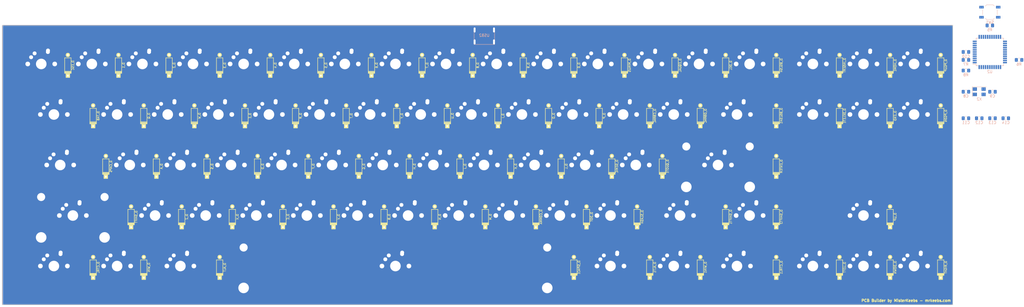
<source format=kicad_pcb>
(kicad_pcb (version 20171130) (host pcbnew "(5.0.0-3-g5ebb6b6)")
  (layers (0 F.Cu signal) (31 B.Cu signal) (34 B.Paste user) (35 F.Paste user) (36 B.SilkS user) (37 F.SilkS user) (38 B.Mask user) (39 F.Mask user) (44 Edge.Cuts user))
  (net 0 "")
  (net 1 "GND")
  (net 2 "VCC")
  (net 3 "/col0")
  (net 4 "/col1")
  (net 5 "/col2")
  (net 6 "/col3")
  (net 7 "/col4")
  (net 8 "/col5")
  (net 9 "/col6")
  (net 10 "/col7")
  (net 11 "/col8")
  (net 12 "/col9")
  (net 13 "/col10")
  (net 14 "/col11")
  (net 15 "/col12")
  (net 16 "/col13")
  (net 17 "/col14")
  (net 18 "/col15")
  (net 19 "/col16")
  (net 20 "/col17")
  (net 21 "/col18")
  (net 22 "/row0")
  (net 23 "/row1")
  (net 24 "/row2")
  (net 25 "/row3")
  (net 26 "/row4")
  (net 27 "/row5")
  (net 28 "Net-(K_ESC-Pad1)")
  (net 29 "Net-(K_ESC-Pad2)")
  (net 30 "Net-(K_ESC-Pad3)")
  (net 31 "Net-(K_ESC-Pad4)")
  (net 32 "Net-(D_ESC-Pad1)")
  (net 33 "Net-(D_ESC-Pad2)")
  (net 34 "Net-(K_1-Pad1)")
  (net 35 "Net-(K_1-Pad2)")
  (net 36 "Net-(K_1-Pad3)")
  (net 37 "Net-(K_1-Pad4)")
  (net 38 "Net-(D_1-Pad1)")
  (net 39 "Net-(D_1-Pad2)")
  (net 40 "Net-(K_2-Pad1)")
  (net 41 "Net-(K_2-Pad2)")
  (net 42 "Net-(K_2-Pad3)")
  (net 43 "Net-(K_2-Pad4)")
  (net 44 "Net-(D_2-Pad1)")
  (net 45 "Net-(D_2-Pad2)")
  (net 46 "Net-(K_3-Pad1)")
  (net 47 "Net-(K_3-Pad2)")
  (net 48 "Net-(K_3-Pad3)")
  (net 49 "Net-(K_3-Pad4)")
  (net 50 "Net-(D_3-Pad1)")
  (net 51 "Net-(D_3-Pad2)")
  (net 52 "Net-(K_4-Pad1)")
  (net 53 "Net-(K_4-Pad2)")
  (net 54 "Net-(K_4-Pad3)")
  (net 55 "Net-(K_4-Pad4)")
  (net 56 "Net-(D_4-Pad1)")
  (net 57 "Net-(D_4-Pad2)")
  (net 58 "Net-(K_5-Pad1)")
  (net 59 "Net-(K_5-Pad2)")
  (net 60 "Net-(K_5-Pad3)")
  (net 61 "Net-(K_5-Pad4)")
  (net 62 "Net-(D_5-Pad1)")
  (net 63 "Net-(D_5-Pad2)")
  (net 64 "Net-(K_6-Pad1)")
  (net 65 "Net-(K_6-Pad2)")
  (net 66 "Net-(K_6-Pad3)")
  (net 67 "Net-(K_6-Pad4)")
  (net 68 "Net-(D_6-Pad1)")
  (net 69 "Net-(D_6-Pad2)")
  (net 70 "Net-(K_7-Pad1)")
  (net 71 "Net-(K_7-Pad2)")
  (net 72 "Net-(K_7-Pad3)")
  (net 73 "Net-(K_7-Pad4)")
  (net 74 "Net-(D_7-Pad1)")
  (net 75 "Net-(D_7-Pad2)")
  (net 76 "Net-(K_8-Pad1)")
  (net 77 "Net-(K_8-Pad2)")
  (net 78 "Net-(K_8-Pad3)")
  (net 79 "Net-(K_8-Pad4)")
  (net 80 "Net-(D_8-Pad1)")
  (net 81 "Net-(D_8-Pad2)")
  (net 82 "Net-(K_9-Pad1)")
  (net 83 "Net-(K_9-Pad2)")
  (net 84 "Net-(K_9-Pad3)")
  (net 85 "Net-(K_9-Pad4)")
  (net 86 "Net-(D_9-Pad1)")
  (net 87 "Net-(D_9-Pad2)")
  (net 88 "Net-(K_0-Pad1)")
  (net 89 "Net-(K_0-Pad2)")
  (net 90 "Net-(K_0-Pad3)")
  (net 91 "Net-(K_0-Pad4)")
  (net 92 "Net-(D_0-Pad1)")
  (net 93 "Net-(D_0-Pad2)")
  (net 94 "Net-(K_MINUS-Pad1)")
  (net 95 "Net-(K_MINUS-Pad2)")
  (net 96 "Net-(K_MINUS-Pad3)")
  (net 97 "Net-(K_MINUS-Pad4)")
  (net 98 "Net-(D_MINUS-Pad1)")
  (net 99 "Net-(D_MINUS-Pad2)")
  (net 100 "Net-(K_EQUAL-Pad1)")
  (net 101 "Net-(K_EQUAL-Pad2)")
  (net 102 "Net-(K_EQUAL-Pad3)")
  (net 103 "Net-(K_EQUAL-Pad4)")
  (net 104 "Net-(D_EQUAL-Pad1)")
  (net 105 "Net-(D_EQUAL-Pad2)")
  (net 106 "Net-(K_DEL-Pad1)")
  (net 107 "Net-(K_DEL-Pad2)")
  (net 108 "Net-(K_DEL-Pad3)")
  (net 109 "Net-(K_DEL-Pad4)")
  (net 110 "Net-(D_DEL-Pad1)")
  (net 111 "Net-(D_DEL-Pad2)")
  (net 112 "Net-(K_BSLSH-Pad1)")
  (net 113 "Net-(K_BSLSH-Pad2)")
  (net 114 "Net-(K_BSLSH-Pad3)")
  (net 115 "Net-(K_BSLSH-Pad4)")
  (net 116 "Net-(D_BSLSH-Pad1)")
  (net 117 "Net-(D_BSLSH-Pad2)")
  (net 118 "Net-(K_INSERT-Pad1)")
  (net 119 "Net-(K_INSERT-Pad2)")
  (net 120 "Net-(K_INSERT-Pad3)")
  (net 121 "Net-(K_INSERT-Pad4)")
  (net 122 "Net-(D_INSERT-Pad1)")
  (net 123 "Net-(D_INSERT-Pad2)")
  (net 124 "Net-(K_HOME-Pad1)")
  (net 125 "Net-(K_HOME-Pad2)")
  (net 126 "Net-(K_HOME-Pad3)")
  (net 127 "Net-(K_HOME-Pad4)")
  (net 128 "Net-(D_HOME-Pad1)")
  (net 129 "Net-(D_HOME-Pad2)")
  (net 130 "Net-(K_PGUP-Pad1)")
  (net 131 "Net-(K_PGUP-Pad2)")
  (net 132 "Net-(K_PGUP-Pad3)")
  (net 133 "Net-(K_PGUP-Pad4)")
  (net 134 "Net-(D_PGUP-Pad1)")
  (net 135 "Net-(D_PGUP-Pad2)")
  (net 136 "Net-(K_TAB-Pad1)")
  (net 137 "Net-(K_TAB-Pad2)")
  (net 138 "Net-(K_TAB-Pad3)")
  (net 139 "Net-(K_TAB-Pad4)")
  (net 140 "Net-(D_TAB-Pad1)")
  (net 141 "Net-(D_TAB-Pad2)")
  (net 142 "Net-(K_Q-Pad1)")
  (net 143 "Net-(K_Q-Pad2)")
  (net 144 "Net-(K_Q-Pad3)")
  (net 145 "Net-(K_Q-Pad4)")
  (net 146 "Net-(D_Q-Pad1)")
  (net 147 "Net-(D_Q-Pad2)")
  (net 148 "Net-(K_W-Pad1)")
  (net 149 "Net-(K_W-Pad2)")
  (net 150 "Net-(K_W-Pad3)")
  (net 151 "Net-(K_W-Pad4)")
  (net 152 "Net-(D_W-Pad1)")
  (net 153 "Net-(D_W-Pad2)")
  (net 154 "Net-(K_E-Pad1)")
  (net 155 "Net-(K_E-Pad2)")
  (net 156 "Net-(K_E-Pad3)")
  (net 157 "Net-(K_E-Pad4)")
  (net 158 "Net-(D_E-Pad1)")
  (net 159 "Net-(D_E-Pad2)")
  (net 160 "Net-(K_R-Pad1)")
  (net 161 "Net-(K_R-Pad2)")
  (net 162 "Net-(K_R-Pad3)")
  (net 163 "Net-(K_R-Pad4)")
  (net 164 "Net-(D_R-Pad1)")
  (net 165 "Net-(D_R-Pad2)")
  (net 166 "Net-(K_T-Pad1)")
  (net 167 "Net-(K_T-Pad2)")
  (net 168 "Net-(K_T-Pad3)")
  (net 169 "Net-(K_T-Pad4)")
  (net 170 "Net-(D_T-Pad1)")
  (net 171 "Net-(D_T-Pad2)")
  (net 172 "Net-(K_Y-Pad1)")
  (net 173 "Net-(K_Y-Pad2)")
  (net 174 "Net-(K_Y-Pad3)")
  (net 175 "Net-(K_Y-Pad4)")
  (net 176 "Net-(D_Y-Pad1)")
  (net 177 "Net-(D_Y-Pad2)")
  (net 178 "Net-(K_U-Pad1)")
  (net 179 "Net-(K_U-Pad2)")
  (net 180 "Net-(K_U-Pad3)")
  (net 181 "Net-(K_U-Pad4)")
  (net 182 "Net-(D_U-Pad1)")
  (net 183 "Net-(D_U-Pad2)")
  (net 184 "Net-(K_I-Pad1)")
  (net 185 "Net-(K_I-Pad2)")
  (net 186 "Net-(K_I-Pad3)")
  (net 187 "Net-(K_I-Pad4)")
  (net 188 "Net-(D_I-Pad1)")
  (net 189 "Net-(D_I-Pad2)")
  (net 190 "Net-(K_O-Pad1)")
  (net 191 "Net-(K_O-Pad2)")
  (net 192 "Net-(K_O-Pad3)")
  (net 193 "Net-(K_O-Pad4)")
  (net 194 "Net-(D_O-Pad1)")
  (net 195 "Net-(D_O-Pad2)")
  (net 196 "Net-(K_P-Pad1)")
  (net 197 "Net-(K_P-Pad2)")
  (net 198 "Net-(K_P-Pad3)")
  (net 199 "Net-(K_P-Pad4)")
  (net 200 "Net-(D_P-Pad1)")
  (net 201 "Net-(D_P-Pad2)")
  (net 202 "Net-(K_CBRAC-Pad1)")
  (net 203 "Net-(K_CBRAC-Pad2)")
  (net 204 "Net-(K_CBRAC-Pad3)")
  (net 205 "Net-(K_CBRAC-Pad4)")
  (net 206 "Net-(D_CBRAC-Pad1)")
  (net 207 "Net-(D_CBRAC-Pad2)")
  (net 208 "Net-(K_OBRAC-Pad1)")
  (net 209 "Net-(K_OBRAC-Pad2)")
  (net 210 "Net-(K_OBRAC-Pad3)")
  (net 211 "Net-(K_OBRAC-Pad4)")
  (net 212 "Net-(D_OBRAC-Pad1)")
  (net 213 "Net-(D_OBRAC-Pad2)")
  (net 214 "Net-(K_BSLSH1-Pad1)")
  (net 215 "Net-(K_BSLSH1-Pad2)")
  (net 216 "Net-(K_BSLSH1-Pad3)")
  (net 217 "Net-(K_BSLSH1-Pad4)")
  (net 218 "Net-(D_BSLSH1-Pad1)")
  (net 219 "Net-(D_BSLSH1-Pad2)")
  (net 220 "Net-(K_DELETE-Pad1)")
  (net 221 "Net-(K_DELETE-Pad2)")
  (net 222 "Net-(K_DELETE-Pad3)")
  (net 223 "Net-(K_DELETE-Pad4)")
  (net 224 "Net-(D_DELETE-Pad1)")
  (net 225 "Net-(D_DELETE-Pad2)")
  (net 226 "Net-(K_END-Pad1)")
  (net 227 "Net-(K_END-Pad2)")
  (net 228 "Net-(K_END-Pad3)")
  (net 229 "Net-(K_END-Pad4)")
  (net 230 "Net-(D_END-Pad1)")
  (net 231 "Net-(D_END-Pad2)")
  (net 232 "Net-(K_PGDN-Pad1)")
  (net 233 "Net-(K_PGDN-Pad2)")
  (net 234 "Net-(K_PGDN-Pad3)")
  (net 235 "Net-(K_PGDN-Pad4)")
  (net 236 "Net-(D_PGDN-Pad1)")
  (net 237 "Net-(D_PGDN-Pad2)")
  (net 238 "Net-(K_CAPS-Pad1)")
  (net 239 "Net-(K_CAPS-Pad2)")
  (net 240 "Net-(K_CAPS-Pad3)")
  (net 241 "Net-(K_CAPS-Pad4)")
  (net 242 "Net-(D_CAPS-Pad1)")
  (net 243 "Net-(D_CAPS-Pad2)")
  (net 244 "Net-(K_A-Pad1)")
  (net 245 "Net-(K_A-Pad2)")
  (net 246 "Net-(K_A-Pad3)")
  (net 247 "Net-(K_A-Pad4)")
  (net 248 "Net-(D_A-Pad1)")
  (net 249 "Net-(D_A-Pad2)")
  (net 250 "Net-(K_S-Pad1)")
  (net 251 "Net-(K_S-Pad2)")
  (net 252 "Net-(K_S-Pad3)")
  (net 253 "Net-(K_S-Pad4)")
  (net 254 "Net-(D_S-Pad1)")
  (net 255 "Net-(D_S-Pad2)")
  (net 256 "Net-(K_D-Pad1)")
  (net 257 "Net-(K_D-Pad2)")
  (net 258 "Net-(K_D-Pad3)")
  (net 259 "Net-(K_D-Pad4)")
  (net 260 "Net-(D_D-Pad1)")
  (net 261 "Net-(D_D-Pad2)")
  (net 262 "Net-(K_F-Pad1)")
  (net 263 "Net-(K_F-Pad2)")
  (net 264 "Net-(K_F-Pad3)")
  (net 265 "Net-(K_F-Pad4)")
  (net 266 "Net-(D_F-Pad1)")
  (net 267 "Net-(D_F-Pad2)")
  (net 268 "Net-(K_G-Pad1)")
  (net 269 "Net-(K_G-Pad2)")
  (net 270 "Net-(K_G-Pad3)")
  (net 271 "Net-(K_G-Pad4)")
  (net 272 "Net-(D_G-Pad1)")
  (net 273 "Net-(D_G-Pad2)")
  (net 274 "Net-(K_H-Pad1)")
  (net 275 "Net-(K_H-Pad2)")
  (net 276 "Net-(K_H-Pad3)")
  (net 277 "Net-(K_H-Pad4)")
  (net 278 "Net-(D_H-Pad1)")
  (net 279 "Net-(D_H-Pad2)")
  (net 280 "Net-(K_J-Pad1)")
  (net 281 "Net-(K_J-Pad2)")
  (net 282 "Net-(K_J-Pad3)")
  (net 283 "Net-(K_J-Pad4)")
  (net 284 "Net-(D_J-Pad1)")
  (net 285 "Net-(D_J-Pad2)")
  (net 286 "Net-(K_K-Pad1)")
  (net 287 "Net-(K_K-Pad2)")
  (net 288 "Net-(K_K-Pad3)")
  (net 289 "Net-(K_K-Pad4)")
  (net 290 "Net-(D_K-Pad1)")
  (net 291 "Net-(D_K-Pad2)")
  (net 292 "Net-(K_L-Pad1)")
  (net 293 "Net-(K_L-Pad2)")
  (net 294 "Net-(K_L-Pad3)")
  (net 295 "Net-(K_L-Pad4)")
  (net 296 "Net-(D_L-Pad1)")
  (net 297 "Net-(D_L-Pad2)")
  (net 298 "Net-(K_SEMIC-Pad1)")
  (net 299 "Net-(K_SEMIC-Pad2)")
  (net 300 "Net-(K_SEMIC-Pad3)")
  (net 301 "Net-(K_SEMIC-Pad4)")
  (net 302 "Net-(D_SEMIC-Pad1)")
  (net 303 "Net-(D_SEMIC-Pad2)")
  (net 304 "Net-(K_QUOTE-Pad1)")
  (net 305 "Net-(K_QUOTE-Pad2)")
  (net 306 "Net-(K_QUOTE-Pad3)")
  (net 307 "Net-(K_QUOTE-Pad4)")
  (net 308 "Net-(D_QUOTE-Pad1)")
  (net 309 "Net-(D_QUOTE-Pad2)")
  (net 310 "Net-(K_ENTER-Pad1)")
  (net 311 "Net-(K_ENTER-Pad2)")
  (net 312 "Net-(K_ENTER-Pad3)")
  (net 313 "Net-(K_ENTER-Pad4)")
  (net 314 "Net-(D_ENTER-Pad1)")
  (net 315 "Net-(D_ENTER-Pad2)")
  (net 316 "Net-(K_SHIFT-Pad1)")
  (net 317 "Net-(K_SHIFT-Pad2)")
  (net 318 "Net-(K_SHIFT-Pad3)")
  (net 319 "Net-(K_SHIFT-Pad4)")
  (net 320 "Net-(D_SHIFT-Pad1)")
  (net 321 "Net-(D_SHIFT-Pad2)")
  (net 322 "Net-(K_Z-Pad1)")
  (net 323 "Net-(K_Z-Pad2)")
  (net 324 "Net-(K_Z-Pad3)")
  (net 325 "Net-(K_Z-Pad4)")
  (net 326 "Net-(D_Z-Pad1)")
  (net 327 "Net-(D_Z-Pad2)")
  (net 328 "Net-(K_X-Pad1)")
  (net 329 "Net-(K_X-Pad2)")
  (net 330 "Net-(K_X-Pad3)")
  (net 331 "Net-(K_X-Pad4)")
  (net 332 "Net-(D_X-Pad1)")
  (net 333 "Net-(D_X-Pad2)")
  (net 334 "Net-(K_C-Pad1)")
  (net 335 "Net-(K_C-Pad2)")
  (net 336 "Net-(K_C-Pad3)")
  (net 337 "Net-(K_C-Pad4)")
  (net 338 "Net-(D_C-Pad1)")
  (net 339 "Net-(D_C-Pad2)")
  (net 340 "Net-(K_V-Pad1)")
  (net 341 "Net-(K_V-Pad2)")
  (net 342 "Net-(K_V-Pad3)")
  (net 343 "Net-(K_V-Pad4)")
  (net 344 "Net-(D_V-Pad1)")
  (net 345 "Net-(D_V-Pad2)")
  (net 346 "Net-(K_B-Pad1)")
  (net 347 "Net-(K_B-Pad2)")
  (net 348 "Net-(K_B-Pad3)")
  (net 349 "Net-(K_B-Pad4)")
  (net 350 "Net-(D_B-Pad1)")
  (net 351 "Net-(D_B-Pad2)")
  (net 352 "Net-(K_N-Pad1)")
  (net 353 "Net-(K_N-Pad2)")
  (net 354 "Net-(K_N-Pad3)")
  (net 355 "Net-(K_N-Pad4)")
  (net 356 "Net-(D_N-Pad1)")
  (net 357 "Net-(D_N-Pad2)")
  (net 358 "Net-(K_M-Pad1)")
  (net 359 "Net-(K_M-Pad2)")
  (net 360 "Net-(K_M-Pad3)")
  (net 361 "Net-(K_M-Pad4)")
  (net 362 "Net-(D_M-Pad1)")
  (net 363 "Net-(D_M-Pad2)")
  (net 364 "Net-(K_COMMA-Pad1)")
  (net 365 "Net-(K_COMMA-Pad2)")
  (net 366 "Net-(K_COMMA-Pad3)")
  (net 367 "Net-(K_COMMA-Pad4)")
  (net 368 "Net-(D_COMMA-Pad1)")
  (net 369 "Net-(D_COMMA-Pad2)")
  (net 370 "Net-(K_DOT-Pad1)")
  (net 371 "Net-(K_DOT-Pad2)")
  (net 372 "Net-(K_DOT-Pad3)")
  (net 373 "Net-(K_DOT-Pad4)")
  (net 374 "Net-(D_DOT-Pad1)")
  (net 375 "Net-(D_DOT-Pad2)")
  (net 376 "Net-(K_SLASH-Pad1)")
  (net 377 "Net-(K_SLASH-Pad2)")
  (net 378 "Net-(K_SLASH-Pad3)")
  (net 379 "Net-(K_SLASH-Pad4)")
  (net 380 "Net-(D_SLASH-Pad1)")
  (net 381 "Net-(D_SLASH-Pad2)")
  (net 382 "Net-(K_SHIFT1-Pad1)")
  (net 383 "Net-(K_SHIFT1-Pad2)")
  (net 384 "Net-(K_SHIFT1-Pad3)")
  (net 385 "Net-(K_SHIFT1-Pad4)")
  (net 386 "Net-(D_SHIFT1-Pad1)")
  (net 387 "Net-(D_SHIFT1-Pad2)")
  (net 388 "Net-(K_SHIFT2-Pad1)")
  (net 389 "Net-(K_SHIFT2-Pad2)")
  (net 390 "Net-(K_SHIFT2-Pad3)")
  (net 391 "Net-(K_SHIFT2-Pad4)")
  (net 392 "Net-(D_SHIFT2-Pad1)")
  (net 393 "Net-(D_SHIFT2-Pad2)")
  (net 394 "Net-(K_UP-Pad1)")
  (net 395 "Net-(K_UP-Pad2)")
  (net 396 "Net-(K_UP-Pad3)")
  (net 397 "Net-(K_UP-Pad4)")
  (net 398 "Net-(D_UP-Pad1)")
  (net 399 "Net-(D_UP-Pad2)")
  (net 400 "Net-(K_CTRL-Pad1)")
  (net 401 "Net-(K_CTRL-Pad2)")
  (net 402 "Net-(K_CTRL-Pad3)")
  (net 403 "Net-(K_CTRL-Pad4)")
  (net 404 "Net-(D_CTRL-Pad1)")
  (net 405 "Net-(D_CTRL-Pad2)")
  (net 406 "Net-(K_WIN-Pad1)")
  (net 407 "Net-(K_WIN-Pad2)")
  (net 408 "Net-(K_WIN-Pad3)")
  (net 409 "Net-(K_WIN-Pad4)")
  (net 410 "Net-(D_WIN-Pad1)")
  (net 411 "Net-(D_WIN-Pad2)")
  (net 412 "Net-(K_ALT-Pad1)")
  (net 413 "Net-(K_ALT-Pad2)")
  (net 414 "Net-(K_ALT-Pad3)")
  (net 415 "Net-(K_ALT-Pad4)")
  (net 416 "Net-(D_ALT-Pad1)")
  (net 417 "Net-(D_ALT-Pad2)")
  (net 418 "Net-(K_SPACE-Pad1)")
  (net 419 "Net-(K_SPACE-Pad2)")
  (net 420 "Net-(K_SPACE-Pad3)")
  (net 421 "Net-(K_SPACE-Pad4)")
  (net 422 "Net-(D_SPACE-Pad1)")
  (net 423 "Net-(D_SPACE-Pad2)")
  (net 424 "Net-(K_ALT1-Pad1)")
  (net 425 "Net-(K_ALT1-Pad2)")
  (net 426 "Net-(K_ALT1-Pad3)")
  (net 427 "Net-(K_ALT1-Pad4)")
  (net 428 "Net-(D_ALT1-Pad1)")
  (net 429 "Net-(D_ALT1-Pad2)")
  (net 430 "Net-(K_WIN1-Pad1)")
  (net 431 "Net-(K_WIN1-Pad2)")
  (net 432 "Net-(K_WIN1-Pad3)")
  (net 433 "Net-(K_WIN1-Pad4)")
  (net 434 "Net-(D_WIN1-Pad1)")
  (net 435 "Net-(D_WIN1-Pad2)")
  (net 436 "Net-(K_CTRL1-Pad1)")
  (net 437 "Net-(K_CTRL1-Pad2)")
  (net 438 "Net-(K_CTRL1-Pad3)")
  (net 439 "Net-(K_CTRL1-Pad4)")
  (net 440 "Net-(D_CTRL1-Pad1)")
  (net 441 "Net-(D_CTRL1-Pad2)")
  (net 442 "Net-(K_LEFT-Pad1)")
  (net 443 "Net-(K_LEFT-Pad2)")
  (net 444 "Net-(K_LEFT-Pad3)")
  (net 445 "Net-(K_LEFT-Pad4)")
  (net 446 "Net-(D_LEFT-Pad1)")
  (net 447 "Net-(D_LEFT-Pad2)")
  (net 448 "Net-(K_DOWN-Pad1)")
  (net 449 "Net-(K_DOWN-Pad2)")
  (net 450 "Net-(K_DOWN-Pad3)")
  (net 451 "Net-(K_DOWN-Pad4)")
  (net 452 "Net-(D_DOWN-Pad1)")
  (net 453 "Net-(D_DOWN-Pad2)")
  (net 454 "Net-(K_RIGHT-Pad1)")
  (net 455 "Net-(K_RIGHT-Pad2)")
  (net 456 "Net-(K_RIGHT-Pad3)")
  (net 457 "Net-(K_RIGHT-Pad4)")
  (net 458 "Net-(D_RIGHT-Pad1)")
  (net 459 "Net-(D_RIGHT-Pad2)")
  (net 460 "Net-(C8-Pad1)")
  (net 461 "Net-(C8-Pad2)")
  (net 462 "Net-(C9-Pad1)")
  (net 463 "Net-(C9-Pad2)")
  (net 464 "Net-(X2-Pad1)")
  (net 465 "Net-(X2-Pad2)")
  (net 466 "Net-(X2-Pad3)")
  (net 467 "Net-(X2-Pad4)")
  (net 468 "Net-(R5-Pad1)")
  (net 469 "Net-(R5-Pad2)")
  (net 470 "Net-(R2-Pad1)")
  (net 471 "Net-(R2-Pad2)")
  (net 472 "Net-(R6-Pad1)")
  (net 473 "Net-(R6-Pad2)")
  (net 474 "Net-(R7-Pad1)")
  (net 475 "Net-(R7-Pad2)")
  (net 476 "Net-(R8-Pad1)")
  (net 477 "Net-(R8-Pad2)")
  (net 478 "Net-(USB2-Pad1)")
  (net 479 "Net-(USB2-Pad2)")
  (net 480 "Net-(USB2-Pad3)")
  (net 481 "Net-(USB2-Pad4)")
  (net 482 "Net-(USB2-Pad5)")
  (net 483 "Net-(USB2-Pad6)")
  (net 484 "Net-(C10-Pad1)")
  (net 485 "Net-(C10-Pad2)")
  (net 486 "Net-(U2-Pad1)")
  (net 487 "Net-(U2-Pad2)")
  (net 488 "Net-(U2-Pad3)")
  (net 489 "Net-(U2-Pad4)")
  (net 490 "Net-(U2-Pad5)")
  (net 491 "Net-(U2-Pad6)")
  (net 492 "Net-(U2-Pad7)")
  (net 493 "Net-(U2-Pad8)")
  (net 494 "Net-(U2-Pad9)")
  (net 495 "Net-(U2-Pad10)")
  (net 496 "Net-(U2-Pad11)")
  (net 497 "Net-(U2-Pad12)")
  (net 498 "Net-(U2-Pad13)")
  (net 499 "Net-(U2-Pad14)")
  (net 500 "Net-(U2-Pad15)")
  (net 501 "Net-(U2-Pad16)")
  (net 502 "Net-(U2-Pad17)")
  (net 503 "Net-(U2-Pad18)")
  (net 504 "Net-(U2-Pad19)")
  (net 505 "Net-(U2-Pad20)")
  (net 506 "Net-(U2-Pad21)")
  (net 507 "Net-(U2-Pad22)")
  (net 508 "Net-(U2-Pad23)")
  (net 509 "Net-(U2-Pad24)")
  (net 510 "Net-(U2-Pad25)")
  (net 511 "Net-(U2-Pad26)")
  (net 512 "Net-(U2-Pad27)")
  (net 513 "Net-(U2-Pad28)")
  (net 514 "Net-(U2-Pad29)")
  (net 515 "Net-(U2-Pad30)")
  (net 516 "Net-(U2-Pad31)")
  (net 517 "Net-(U2-Pad32)")
  (net 518 "Net-(U2-Pad33)")
  (net 519 "Net-(U2-Pad34)")
  (net 520 "Net-(U2-Pad35)")
  (net 521 "Net-(U2-Pad36)")
  (net 522 "Net-(U2-Pad37)")
  (net 523 "Net-(U2-Pad38)")
  (net 524 "Net-(U2-Pad39)")
  (net 525 "Net-(U2-Pad40)")
  (net 526 "Net-(U2-Pad41)")
  (net 527 "Net-(U2-Pad42)")
  (net 528 "Net-(U2-Pad43)")
  (net 529 "Net-(U2-Pad44)")
  (net 530 "Net-(C11-Pad1)")
  (net 531 "Net-(C11-Pad2)")
  (net 532 "Net-(C12-Pad1)")
  (net 533 "Net-(C12-Pad2)")
  (net 534 "Net-(C13-Pad1)")
  (net 535 "Net-(C13-Pad2)")
  (net 536 "Net-(C14-Pad1)")
  (net 537 "Net-(C14-Pad2)")
  (module MX_Alps_Hybrid:MX-1U-NoLED (layer F.Cu) (at 9.525 9.525)
    (fp_text reference K_ESC)
    (fp_text value KEYSW)
    (pad 1 thru_hole circle (at -2.5 -4) (size 2.25 2.25) (drill 1.47) (layers *.Cu B.Mask) (net 3 "/col0"))
    (pad 1 thru_hole oval (at -3.81 -2.54 48.0996) (size 4.211556 2.25) (drill 1.47 (offset 0.980778 0)) (layers *.Cu B.Mask) (net 3 "/col0"))
    (pad 2 thru_hole oval (at 2.5 -4.5 86.0548) (size 2.831378 2.25) (drill 1.47 (offset 0.290689 0)) (layers *.Cu B.Mask) (net 33 "Net-(D_ESC-Pad2)"))
    (pad 2 thru_hole circle (at 2.54 -5.08) (size 2.25 2.25) (drill 1.47) (layers *.Cu B.Mask) (net 33 "Net-(D_ESC-Pad2)"))
    (pad "" np_thru_hole circle (at 0 0) (size 3.9878 3.9878) (drill 3.9878) (layers *.Cu *.Mask))
    (pad "" np_thru_hole circle (at -5.08 0 48.0996) (size 1.75 1.75) (drill 1.75) (layers *.Cu *.Mask))
    (pad "" np_thru_hole circle (at 5.08 0 48.0996) (size 1.75 1.75) (drill 1.75) (layers *.Cu *.Mask))
  )
  (module keyboard_parts:D_SOD123_axial (layer F.Cu) (at 19.55 10.025 90)
    (fp_text reference D_ESC (at 0 1.925 90) (layer F.SilkS) (effects (font (size 0.8 0.8)) (justify mirror)))
    (fp_text value D hide)
    (pad 1 smd rect (at -2.7 0 90) (size 2.5 0.5) (layers F.Cu) (net 22 "/row0"))
    (pad 1 smd rect (at -1.575 0 90) (size 1.2 1.2) (layers F.Cu F.Paste F.Mask) (net 22 "/row0"))
    (pad 1 thru_hole rect (at -3.9 0 90) (size 1.6 1.6) (drill 0.7) (layers *.Cu *.Mask F.SilkS) (net 22 "/row0"))
    (pad 2 smd rect (at 1.575 0 90) (size 1.2 1.2) (layers F.Cu F.Paste F.Mask) (net 33 "Net-(D_ESC-Pad2)"))
    (pad 2 smd rect (at 2.7 0 90) (size 2.5 0.5) (layers F.Cu) (net 33 "Net-(D_ESC-Pad2)"))
    (pad 2 thru_hole circle (at 3.9 0 90) (size 1.6 1.6) (drill 0.7) (layers *.Cu *.Mask F.SilkS) (net 33 "Net-(D_ESC-Pad2)"))
  )
  (module MX_Alps_Hybrid:MX-1U-NoLED (layer F.Cu) (at 28.575 9.525)
    (fp_text reference K_1)
    (fp_text value KEYSW)
    (pad 1 thru_hole circle (at -2.5 -4) (size 2.25 2.25) (drill 1.47) (layers *.Cu B.Mask) (net 4 "/col1"))
    (pad 1 thru_hole oval (at -3.81 -2.54 48.0996) (size 4.211556 2.25) (drill 1.47 (offset 0.980778 0)) (layers *.Cu B.Mask) (net 4 "/col1"))
    (pad 2 thru_hole oval (at 2.5 -4.5 86.0548) (size 2.831378 2.25) (drill 1.47 (offset 0.290689 0)) (layers *.Cu B.Mask) (net 39 "Net-(D_1-Pad2)"))
    (pad 2 thru_hole circle (at 2.54 -5.08) (size 2.25 2.25) (drill 1.47) (layers *.Cu B.Mask) (net 39 "Net-(D_1-Pad2)"))
    (pad "" np_thru_hole circle (at 0 0) (size 3.9878 3.9878) (drill 3.9878) (layers *.Cu *.Mask))
    (pad "" np_thru_hole circle (at -5.08 0 48.0996) (size 1.75 1.75) (drill 1.75) (layers *.Cu *.Mask))
    (pad "" np_thru_hole circle (at 5.08 0 48.0996) (size 1.75 1.75) (drill 1.75) (layers *.Cu *.Mask))
  )
  (module keyboard_parts:D_SOD123_axial (layer F.Cu) (at 38.6 10.025 90)
    (fp_text reference D_1 (at 0 1.925 90) (layer F.SilkS) (effects (font (size 0.8 0.8)) (justify mirror)))
    (fp_text value D hide)
    (pad 1 smd rect (at -2.7 0 90) (size 2.5 0.5) (layers F.Cu) (net 22 "/row0"))
    (pad 1 smd rect (at -1.575 0 90) (size 1.2 1.2) (layers F.Cu F.Paste F.Mask) (net 22 "/row0"))
    (pad 1 thru_hole rect (at -3.9 0 90) (size 1.6 1.6) (drill 0.7) (layers *.Cu *.Mask F.SilkS) (net 22 "/row0"))
    (pad 2 smd rect (at 1.575 0 90) (size 1.2 1.2) (layers F.Cu F.Paste F.Mask) (net 39 "Net-(D_1-Pad2)"))
    (pad 2 smd rect (at 2.7 0 90) (size 2.5 0.5) (layers F.Cu) (net 39 "Net-(D_1-Pad2)"))
    (pad 2 thru_hole circle (at 3.9 0 90) (size 1.6 1.6) (drill 0.7) (layers *.Cu *.Mask F.SilkS) (net 39 "Net-(D_1-Pad2)"))
  )
  (module MX_Alps_Hybrid:MX-1U-NoLED (layer F.Cu) (at 47.625 9.525)
    (fp_text reference K_2)
    (fp_text value KEYSW)
    (pad 1 thru_hole circle (at -2.5 -4) (size 2.25 2.25) (drill 1.47) (layers *.Cu B.Mask) (net 5 "/col2"))
    (pad 1 thru_hole oval (at -3.81 -2.54 48.0996) (size 4.211556 2.25) (drill 1.47 (offset 0.980778 0)) (layers *.Cu B.Mask) (net 5 "/col2"))
    (pad 2 thru_hole oval (at 2.5 -4.5 86.0548) (size 2.831378 2.25) (drill 1.47 (offset 0.290689 0)) (layers *.Cu B.Mask) (net 45 "Net-(D_2-Pad2)"))
    (pad 2 thru_hole circle (at 2.54 -5.08) (size 2.25 2.25) (drill 1.47) (layers *.Cu B.Mask) (net 45 "Net-(D_2-Pad2)"))
    (pad "" np_thru_hole circle (at 0 0) (size 3.9878 3.9878) (drill 3.9878) (layers *.Cu *.Mask))
    (pad "" np_thru_hole circle (at -5.08 0 48.0996) (size 1.75 1.75) (drill 1.75) (layers *.Cu *.Mask))
    (pad "" np_thru_hole circle (at 5.08 0 48.0996) (size 1.75 1.75) (drill 1.75) (layers *.Cu *.Mask))
  )
  (module keyboard_parts:D_SOD123_axial (layer F.Cu) (at 57.65 10.025 90)
    (fp_text reference D_2 (at 0 1.925 90) (layer F.SilkS) (effects (font (size 0.8 0.8)) (justify mirror)))
    (fp_text value D hide)
    (pad 1 smd rect (at -2.7 0 90) (size 2.5 0.5) (layers F.Cu) (net 22 "/row0"))
    (pad 1 smd rect (at -1.575 0 90) (size 1.2 1.2) (layers F.Cu F.Paste F.Mask) (net 22 "/row0"))
    (pad 1 thru_hole rect (at -3.9 0 90) (size 1.6 1.6) (drill 0.7) (layers *.Cu *.Mask F.SilkS) (net 22 "/row0"))
    (pad 2 smd rect (at 1.575 0 90) (size 1.2 1.2) (layers F.Cu F.Paste F.Mask) (net 45 "Net-(D_2-Pad2)"))
    (pad 2 smd rect (at 2.7 0 90) (size 2.5 0.5) (layers F.Cu) (net 45 "Net-(D_2-Pad2)"))
    (pad 2 thru_hole circle (at 3.9 0 90) (size 1.6 1.6) (drill 0.7) (layers *.Cu *.Mask F.SilkS) (net 45 "Net-(D_2-Pad2)"))
  )
  (module MX_Alps_Hybrid:MX-1U-NoLED (layer F.Cu) (at 66.675 9.525)
    (fp_text reference K_3)
    (fp_text value KEYSW)
    (pad 1 thru_hole circle (at -2.5 -4) (size 2.25 2.25) (drill 1.47) (layers *.Cu B.Mask) (net 6 "/col3"))
    (pad 1 thru_hole oval (at -3.81 -2.54 48.0996) (size 4.211556 2.25) (drill 1.47 (offset 0.980778 0)) (layers *.Cu B.Mask) (net 6 "/col3"))
    (pad 2 thru_hole oval (at 2.5 -4.5 86.0548) (size 2.831378 2.25) (drill 1.47 (offset 0.290689 0)) (layers *.Cu B.Mask) (net 51 "Net-(D_3-Pad2)"))
    (pad 2 thru_hole circle (at 2.54 -5.08) (size 2.25 2.25) (drill 1.47) (layers *.Cu B.Mask) (net 51 "Net-(D_3-Pad2)"))
    (pad "" np_thru_hole circle (at 0 0) (size 3.9878 3.9878) (drill 3.9878) (layers *.Cu *.Mask))
    (pad "" np_thru_hole circle (at -5.08 0 48.0996) (size 1.75 1.75) (drill 1.75) (layers *.Cu *.Mask))
    (pad "" np_thru_hole circle (at 5.08 0 48.0996) (size 1.75 1.75) (drill 1.75) (layers *.Cu *.Mask))
  )
  (module keyboard_parts:D_SOD123_axial (layer F.Cu) (at 76.7 10.025 90)
    (fp_text reference D_3 (at 0 1.925 90) (layer F.SilkS) (effects (font (size 0.8 0.8)) (justify mirror)))
    (fp_text value D hide)
    (pad 1 smd rect (at -2.7 0 90) (size 2.5 0.5) (layers F.Cu) (net 22 "/row0"))
    (pad 1 smd rect (at -1.575 0 90) (size 1.2 1.2) (layers F.Cu F.Paste F.Mask) (net 22 "/row0"))
    (pad 1 thru_hole rect (at -3.9 0 90) (size 1.6 1.6) (drill 0.7) (layers *.Cu *.Mask F.SilkS) (net 22 "/row0"))
    (pad 2 smd rect (at 1.575 0 90) (size 1.2 1.2) (layers F.Cu F.Paste F.Mask) (net 51 "Net-(D_3-Pad2)"))
    (pad 2 smd rect (at 2.7 0 90) (size 2.5 0.5) (layers F.Cu) (net 51 "Net-(D_3-Pad2)"))
    (pad 2 thru_hole circle (at 3.9 0 90) (size 1.6 1.6) (drill 0.7) (layers *.Cu *.Mask F.SilkS) (net 51 "Net-(D_3-Pad2)"))
  )
  (module MX_Alps_Hybrid:MX-1U-NoLED (layer F.Cu) (at 85.725 9.525)
    (fp_text reference K_4)
    (fp_text value KEYSW)
    (pad 1 thru_hole circle (at -2.5 -4) (size 2.25 2.25) (drill 1.47) (layers *.Cu B.Mask) (net 7 "/col4"))
    (pad 1 thru_hole oval (at -3.81 -2.54 48.0996) (size 4.211556 2.25) (drill 1.47 (offset 0.980778 0)) (layers *.Cu B.Mask) (net 7 "/col4"))
    (pad 2 thru_hole oval (at 2.5 -4.5 86.0548) (size 2.831378 2.25) (drill 1.47 (offset 0.290689 0)) (layers *.Cu B.Mask) (net 57 "Net-(D_4-Pad2)"))
    (pad 2 thru_hole circle (at 2.54 -5.08) (size 2.25 2.25) (drill 1.47) (layers *.Cu B.Mask) (net 57 "Net-(D_4-Pad2)"))
    (pad "" np_thru_hole circle (at 0 0) (size 3.9878 3.9878) (drill 3.9878) (layers *.Cu *.Mask))
    (pad "" np_thru_hole circle (at -5.08 0 48.0996) (size 1.75 1.75) (drill 1.75) (layers *.Cu *.Mask))
    (pad "" np_thru_hole circle (at 5.08 0 48.0996) (size 1.75 1.75) (drill 1.75) (layers *.Cu *.Mask))
  )
  (module keyboard_parts:D_SOD123_axial (layer F.Cu) (at 95.75 10.025 90)
    (fp_text reference D_4 (at 0 1.925 90) (layer F.SilkS) (effects (font (size 0.8 0.8)) (justify mirror)))
    (fp_text value D hide)
    (pad 1 smd rect (at -2.7 0 90) (size 2.5 0.5) (layers F.Cu) (net 22 "/row0"))
    (pad 1 smd rect (at -1.575 0 90) (size 1.2 1.2) (layers F.Cu F.Paste F.Mask) (net 22 "/row0"))
    (pad 1 thru_hole rect (at -3.9 0 90) (size 1.6 1.6) (drill 0.7) (layers *.Cu *.Mask F.SilkS) (net 22 "/row0"))
    (pad 2 smd rect (at 1.575 0 90) (size 1.2 1.2) (layers F.Cu F.Paste F.Mask) (net 57 "Net-(D_4-Pad2)"))
    (pad 2 smd rect (at 2.7 0 90) (size 2.5 0.5) (layers F.Cu) (net 57 "Net-(D_4-Pad2)"))
    (pad 2 thru_hole circle (at 3.9 0 90) (size 1.6 1.6) (drill 0.7) (layers *.Cu *.Mask F.SilkS) (net 57 "Net-(D_4-Pad2)"))
  )
  (module MX_Alps_Hybrid:MX-1U-NoLED (layer F.Cu) (at 104.775 9.525)
    (fp_text reference K_5)
    (fp_text value KEYSW)
    (pad 1 thru_hole circle (at -2.5 -4) (size 2.25 2.25) (drill 1.47) (layers *.Cu B.Mask) (net 8 "/col5"))
    (pad 1 thru_hole oval (at -3.81 -2.54 48.0996) (size 4.211556 2.25) (drill 1.47 (offset 0.980778 0)) (layers *.Cu B.Mask) (net 8 "/col5"))
    (pad 2 thru_hole oval (at 2.5 -4.5 86.0548) (size 2.831378 2.25) (drill 1.47 (offset 0.290689 0)) (layers *.Cu B.Mask) (net 63 "Net-(D_5-Pad2)"))
    (pad 2 thru_hole circle (at 2.54 -5.08) (size 2.25 2.25) (drill 1.47) (layers *.Cu B.Mask) (net 63 "Net-(D_5-Pad2)"))
    (pad "" np_thru_hole circle (at 0 0) (size 3.9878 3.9878) (drill 3.9878) (layers *.Cu *.Mask))
    (pad "" np_thru_hole circle (at -5.08 0 48.0996) (size 1.75 1.75) (drill 1.75) (layers *.Cu *.Mask))
    (pad "" np_thru_hole circle (at 5.08 0 48.0996) (size 1.75 1.75) (drill 1.75) (layers *.Cu *.Mask))
  )
  (module keyboard_parts:D_SOD123_axial (layer F.Cu) (at 114.8 10.025 90)
    (fp_text reference D_5 (at 0 1.925 90) (layer F.SilkS) (effects (font (size 0.8 0.8)) (justify mirror)))
    (fp_text value D hide)
    (pad 1 smd rect (at -2.7 0 90) (size 2.5 0.5) (layers F.Cu) (net 22 "/row0"))
    (pad 1 smd rect (at -1.575 0 90) (size 1.2 1.2) (layers F.Cu F.Paste F.Mask) (net 22 "/row0"))
    (pad 1 thru_hole rect (at -3.9 0 90) (size 1.6 1.6) (drill 0.7) (layers *.Cu *.Mask F.SilkS) (net 22 "/row0"))
    (pad 2 smd rect (at 1.575 0 90) (size 1.2 1.2) (layers F.Cu F.Paste F.Mask) (net 63 "Net-(D_5-Pad2)"))
    (pad 2 smd rect (at 2.7 0 90) (size 2.5 0.5) (layers F.Cu) (net 63 "Net-(D_5-Pad2)"))
    (pad 2 thru_hole circle (at 3.9 0 90) (size 1.6 1.6) (drill 0.7) (layers *.Cu *.Mask F.SilkS) (net 63 "Net-(D_5-Pad2)"))
  )
  (module MX_Alps_Hybrid:MX-1U-NoLED (layer F.Cu) (at 123.825 9.525)
    (fp_text reference K_6)
    (fp_text value KEYSW)
    (pad 1 thru_hole circle (at -2.5 -4) (size 2.25 2.25) (drill 1.47) (layers *.Cu B.Mask) (net 9 "/col6"))
    (pad 1 thru_hole oval (at -3.81 -2.54 48.0996) (size 4.211556 2.25) (drill 1.47 (offset 0.980778 0)) (layers *.Cu B.Mask) (net 9 "/col6"))
    (pad 2 thru_hole oval (at 2.5 -4.5 86.0548) (size 2.831378 2.25) (drill 1.47 (offset 0.290689 0)) (layers *.Cu B.Mask) (net 69 "Net-(D_6-Pad2)"))
    (pad 2 thru_hole circle (at 2.54 -5.08) (size 2.25 2.25) (drill 1.47) (layers *.Cu B.Mask) (net 69 "Net-(D_6-Pad2)"))
    (pad "" np_thru_hole circle (at 0 0) (size 3.9878 3.9878) (drill 3.9878) (layers *.Cu *.Mask))
    (pad "" np_thru_hole circle (at -5.08 0 48.0996) (size 1.75 1.75) (drill 1.75) (layers *.Cu *.Mask))
    (pad "" np_thru_hole circle (at 5.08 0 48.0996) (size 1.75 1.75) (drill 1.75) (layers *.Cu *.Mask))
  )
  (module keyboard_parts:D_SOD123_axial (layer F.Cu) (at 133.85 10.025 90)
    (fp_text reference D_6 (at 0 1.925 90) (layer F.SilkS) (effects (font (size 0.8 0.8)) (justify mirror)))
    (fp_text value D hide)
    (pad 1 smd rect (at -2.7 0 90) (size 2.5 0.5) (layers F.Cu) (net 22 "/row0"))
    (pad 1 smd rect (at -1.575 0 90) (size 1.2 1.2) (layers F.Cu F.Paste F.Mask) (net 22 "/row0"))
    (pad 1 thru_hole rect (at -3.9 0 90) (size 1.6 1.6) (drill 0.7) (layers *.Cu *.Mask F.SilkS) (net 22 "/row0"))
    (pad 2 smd rect (at 1.575 0 90) (size 1.2 1.2) (layers F.Cu F.Paste F.Mask) (net 69 "Net-(D_6-Pad2)"))
    (pad 2 smd rect (at 2.7 0 90) (size 2.5 0.5) (layers F.Cu) (net 69 "Net-(D_6-Pad2)"))
    (pad 2 thru_hole circle (at 3.9 0 90) (size 1.6 1.6) (drill 0.7) (layers *.Cu *.Mask F.SilkS) (net 69 "Net-(D_6-Pad2)"))
  )
  (module MX_Alps_Hybrid:MX-1U-NoLED (layer F.Cu) (at 142.875 9.525)
    (fp_text reference K_7)
    (fp_text value KEYSW)
    (pad 1 thru_hole circle (at -2.5 -4) (size 2.25 2.25) (drill 1.47) (layers *.Cu B.Mask) (net 10 "/col7"))
    (pad 1 thru_hole oval (at -3.81 -2.54 48.0996) (size 4.211556 2.25) (drill 1.47 (offset 0.980778 0)) (layers *.Cu B.Mask) (net 10 "/col7"))
    (pad 2 thru_hole oval (at 2.5 -4.5 86.0548) (size 2.831378 2.25) (drill 1.47 (offset 0.290689 0)) (layers *.Cu B.Mask) (net 75 "Net-(D_7-Pad2)"))
    (pad 2 thru_hole circle (at 2.54 -5.08) (size 2.25 2.25) (drill 1.47) (layers *.Cu B.Mask) (net 75 "Net-(D_7-Pad2)"))
    (pad "" np_thru_hole circle (at 0 0) (size 3.9878 3.9878) (drill 3.9878) (layers *.Cu *.Mask))
    (pad "" np_thru_hole circle (at -5.08 0 48.0996) (size 1.75 1.75) (drill 1.75) (layers *.Cu *.Mask))
    (pad "" np_thru_hole circle (at 5.08 0 48.0996) (size 1.75 1.75) (drill 1.75) (layers *.Cu *.Mask))
  )
  (module keyboard_parts:D_SOD123_axial (layer F.Cu) (at 152.9 10.025 90)
    (fp_text reference D_7 (at 0 1.925 90) (layer F.SilkS) (effects (font (size 0.8 0.8)) (justify mirror)))
    (fp_text value D hide)
    (pad 1 smd rect (at -2.7 0 90) (size 2.5 0.5) (layers F.Cu) (net 22 "/row0"))
    (pad 1 smd rect (at -1.575 0 90) (size 1.2 1.2) (layers F.Cu F.Paste F.Mask) (net 22 "/row0"))
    (pad 1 thru_hole rect (at -3.9 0 90) (size 1.6 1.6) (drill 0.7) (layers *.Cu *.Mask F.SilkS) (net 22 "/row0"))
    (pad 2 smd rect (at 1.575 0 90) (size 1.2 1.2) (layers F.Cu F.Paste F.Mask) (net 75 "Net-(D_7-Pad2)"))
    (pad 2 smd rect (at 2.7 0 90) (size 2.5 0.5) (layers F.Cu) (net 75 "Net-(D_7-Pad2)"))
    (pad 2 thru_hole circle (at 3.9 0 90) (size 1.6 1.6) (drill 0.7) (layers *.Cu *.Mask F.SilkS) (net 75 "Net-(D_7-Pad2)"))
  )
  (module MX_Alps_Hybrid:MX-1U-NoLED (layer F.Cu) (at 161.925 9.525)
    (fp_text reference K_8)
    (fp_text value KEYSW)
    (pad 1 thru_hole circle (at -2.5 -4) (size 2.25 2.25) (drill 1.47) (layers *.Cu B.Mask) (net 11 "/col8"))
    (pad 1 thru_hole oval (at -3.81 -2.54 48.0996) (size 4.211556 2.25) (drill 1.47 (offset 0.980778 0)) (layers *.Cu B.Mask) (net 11 "/col8"))
    (pad 2 thru_hole oval (at 2.5 -4.5 86.0548) (size 2.831378 2.25) (drill 1.47 (offset 0.290689 0)) (layers *.Cu B.Mask) (net 81 "Net-(D_8-Pad2)"))
    (pad 2 thru_hole circle (at 2.54 -5.08) (size 2.25 2.25) (drill 1.47) (layers *.Cu B.Mask) (net 81 "Net-(D_8-Pad2)"))
    (pad "" np_thru_hole circle (at 0 0) (size 3.9878 3.9878) (drill 3.9878) (layers *.Cu *.Mask))
    (pad "" np_thru_hole circle (at -5.08 0 48.0996) (size 1.75 1.75) (drill 1.75) (layers *.Cu *.Mask))
    (pad "" np_thru_hole circle (at 5.08 0 48.0996) (size 1.75 1.75) (drill 1.75) (layers *.Cu *.Mask))
  )
  (module keyboard_parts:D_SOD123_axial (layer F.Cu) (at 171.95 10.025 90)
    (fp_text reference D_8 (at 0 1.925 90) (layer F.SilkS) (effects (font (size 0.8 0.8)) (justify mirror)))
    (fp_text value D hide)
    (pad 1 smd rect (at -2.7 0 90) (size 2.5 0.5) (layers F.Cu) (net 22 "/row0"))
    (pad 1 smd rect (at -1.575 0 90) (size 1.2 1.2) (layers F.Cu F.Paste F.Mask) (net 22 "/row0"))
    (pad 1 thru_hole rect (at -3.9 0 90) (size 1.6 1.6) (drill 0.7) (layers *.Cu *.Mask F.SilkS) (net 22 "/row0"))
    (pad 2 smd rect (at 1.575 0 90) (size 1.2 1.2) (layers F.Cu F.Paste F.Mask) (net 81 "Net-(D_8-Pad2)"))
    (pad 2 smd rect (at 2.7 0 90) (size 2.5 0.5) (layers F.Cu) (net 81 "Net-(D_8-Pad2)"))
    (pad 2 thru_hole circle (at 3.9 0 90) (size 1.6 1.6) (drill 0.7) (layers *.Cu *.Mask F.SilkS) (net 81 "Net-(D_8-Pad2)"))
  )
  (module MX_Alps_Hybrid:MX-1U-NoLED (layer F.Cu) (at 180.975 9.525)
    (fp_text reference K_9)
    (fp_text value KEYSW)
    (pad 1 thru_hole circle (at -2.5 -4) (size 2.25 2.25) (drill 1.47) (layers *.Cu B.Mask) (net 12 "/col9"))
    (pad 1 thru_hole oval (at -3.81 -2.54 48.0996) (size 4.211556 2.25) (drill 1.47 (offset 0.980778 0)) (layers *.Cu B.Mask) (net 12 "/col9"))
    (pad 2 thru_hole oval (at 2.5 -4.5 86.0548) (size 2.831378 2.25) (drill 1.47 (offset 0.290689 0)) (layers *.Cu B.Mask) (net 87 "Net-(D_9-Pad2)"))
    (pad 2 thru_hole circle (at 2.54 -5.08) (size 2.25 2.25) (drill 1.47) (layers *.Cu B.Mask) (net 87 "Net-(D_9-Pad2)"))
    (pad "" np_thru_hole circle (at 0 0) (size 3.9878 3.9878) (drill 3.9878) (layers *.Cu *.Mask))
    (pad "" np_thru_hole circle (at -5.08 0 48.0996) (size 1.75 1.75) (drill 1.75) (layers *.Cu *.Mask))
    (pad "" np_thru_hole circle (at 5.08 0 48.0996) (size 1.75 1.75) (drill 1.75) (layers *.Cu *.Mask))
  )
  (module keyboard_parts:D_SOD123_axial (layer F.Cu) (at 191 10.025 90)
    (fp_text reference D_9 (at 0 1.925 90) (layer F.SilkS) (effects (font (size 0.8 0.8)) (justify mirror)))
    (fp_text value D hide)
    (pad 1 smd rect (at -2.7 0 90) (size 2.5 0.5) (layers F.Cu) (net 22 "/row0"))
    (pad 1 smd rect (at -1.575 0 90) (size 1.2 1.2) (layers F.Cu F.Paste F.Mask) (net 22 "/row0"))
    (pad 1 thru_hole rect (at -3.9 0 90) (size 1.6 1.6) (drill 0.7) (layers *.Cu *.Mask F.SilkS) (net 22 "/row0"))
    (pad 2 smd rect (at 1.575 0 90) (size 1.2 1.2) (layers F.Cu F.Paste F.Mask) (net 87 "Net-(D_9-Pad2)"))
    (pad 2 smd rect (at 2.7 0 90) (size 2.5 0.5) (layers F.Cu) (net 87 "Net-(D_9-Pad2)"))
    (pad 2 thru_hole circle (at 3.9 0 90) (size 1.6 1.6) (drill 0.7) (layers *.Cu *.Mask F.SilkS) (net 87 "Net-(D_9-Pad2)"))
  )
  (module MX_Alps_Hybrid:MX-1U-NoLED (layer F.Cu) (at 200.025 9.525)
    (fp_text reference K_0)
    (fp_text value KEYSW)
    (pad 1 thru_hole circle (at -2.5 -4) (size 2.25 2.25) (drill 1.47) (layers *.Cu B.Mask) (net 13 "/col10"))
    (pad 1 thru_hole oval (at -3.81 -2.54 48.0996) (size 4.211556 2.25) (drill 1.47 (offset 0.980778 0)) (layers *.Cu B.Mask) (net 13 "/col10"))
    (pad 2 thru_hole oval (at 2.5 -4.5 86.0548) (size 2.831378 2.25) (drill 1.47 (offset 0.290689 0)) (layers *.Cu B.Mask) (net 93 "Net-(D_0-Pad2)"))
    (pad 2 thru_hole circle (at 2.54 -5.08) (size 2.25 2.25) (drill 1.47) (layers *.Cu B.Mask) (net 93 "Net-(D_0-Pad2)"))
    (pad "" np_thru_hole circle (at 0 0) (size 3.9878 3.9878) (drill 3.9878) (layers *.Cu *.Mask))
    (pad "" np_thru_hole circle (at -5.08 0 48.0996) (size 1.75 1.75) (drill 1.75) (layers *.Cu *.Mask))
    (pad "" np_thru_hole circle (at 5.08 0 48.0996) (size 1.75 1.75) (drill 1.75) (layers *.Cu *.Mask))
  )
  (module keyboard_parts:D_SOD123_axial (layer F.Cu) (at 210.05 10.025 90)
    (fp_text reference D_0 (at 0 1.925 90) (layer F.SilkS) (effects (font (size 0.8 0.8)) (justify mirror)))
    (fp_text value D hide)
    (pad 1 smd rect (at -2.7 0 90) (size 2.5 0.5) (layers F.Cu) (net 22 "/row0"))
    (pad 1 smd rect (at -1.575 0 90) (size 1.2 1.2) (layers F.Cu F.Paste F.Mask) (net 22 "/row0"))
    (pad 1 thru_hole rect (at -3.9 0 90) (size 1.6 1.6) (drill 0.7) (layers *.Cu *.Mask F.SilkS) (net 22 "/row0"))
    (pad 2 smd rect (at 1.575 0 90) (size 1.2 1.2) (layers F.Cu F.Paste F.Mask) (net 93 "Net-(D_0-Pad2)"))
    (pad 2 smd rect (at 2.7 0 90) (size 2.5 0.5) (layers F.Cu) (net 93 "Net-(D_0-Pad2)"))
    (pad 2 thru_hole circle (at 3.9 0 90) (size 1.6 1.6) (drill 0.7) (layers *.Cu *.Mask F.SilkS) (net 93 "Net-(D_0-Pad2)"))
  )
  (module MX_Alps_Hybrid:MX-1U-NoLED (layer F.Cu) (at 219.075 9.525)
    (fp_text reference K_MINUS)
    (fp_text value KEYSW)
    (pad 1 thru_hole circle (at -2.5 -4) (size 2.25 2.25) (drill 1.47) (layers *.Cu B.Mask) (net 14 "/col11"))
    (pad 1 thru_hole oval (at -3.81 -2.54 48.0996) (size 4.211556 2.25) (drill 1.47 (offset 0.980778 0)) (layers *.Cu B.Mask) (net 14 "/col11"))
    (pad 2 thru_hole oval (at 2.5 -4.5 86.0548) (size 2.831378 2.25) (drill 1.47 (offset 0.290689 0)) (layers *.Cu B.Mask) (net 99 "Net-(D_MINUS-Pad2)"))
    (pad 2 thru_hole circle (at 2.54 -5.08) (size 2.25 2.25) (drill 1.47) (layers *.Cu B.Mask) (net 99 "Net-(D_MINUS-Pad2)"))
    (pad "" np_thru_hole circle (at 0 0) (size 3.9878 3.9878) (drill 3.9878) (layers *.Cu *.Mask))
    (pad "" np_thru_hole circle (at -5.08 0 48.0996) (size 1.75 1.75) (drill 1.75) (layers *.Cu *.Mask))
    (pad "" np_thru_hole circle (at 5.08 0 48.0996) (size 1.75 1.75) (drill 1.75) (layers *.Cu *.Mask))
  )
  (module keyboard_parts:D_SOD123_axial (layer F.Cu) (at 229.1 10.025 90)
    (fp_text reference D_MINUS (at 0 1.925 90) (layer F.SilkS) (effects (font (size 0.8 0.8)) (justify mirror)))
    (fp_text value D hide)
    (pad 1 smd rect (at -2.7 0 90) (size 2.5 0.5) (layers F.Cu) (net 22 "/row0"))
    (pad 1 smd rect (at -1.575 0 90) (size 1.2 1.2) (layers F.Cu F.Paste F.Mask) (net 22 "/row0"))
    (pad 1 thru_hole rect (at -3.9 0 90) (size 1.6 1.6) (drill 0.7) (layers *.Cu *.Mask F.SilkS) (net 22 "/row0"))
    (pad 2 smd rect (at 1.575 0 90) (size 1.2 1.2) (layers F.Cu F.Paste F.Mask) (net 99 "Net-(D_MINUS-Pad2)"))
    (pad 2 smd rect (at 2.7 0 90) (size 2.5 0.5) (layers F.Cu) (net 99 "Net-(D_MINUS-Pad2)"))
    (pad 2 thru_hole circle (at 3.9 0 90) (size 1.6 1.6) (drill 0.7) (layers *.Cu *.Mask F.SilkS) (net 99 "Net-(D_MINUS-Pad2)"))
  )
  (module MX_Alps_Hybrid:MX-1U-NoLED (layer F.Cu) (at 238.125 9.525)
    (fp_text reference K_EQUAL)
    (fp_text value KEYSW)
    (pad 1 thru_hole circle (at -2.5 -4) (size 2.25 2.25) (drill 1.47) (layers *.Cu B.Mask) (net 15 "/col12"))
    (pad 1 thru_hole oval (at -3.81 -2.54 48.0996) (size 4.211556 2.25) (drill 1.47 (offset 0.980778 0)) (layers *.Cu B.Mask) (net 15 "/col12"))
    (pad 2 thru_hole oval (at 2.5 -4.5 86.0548) (size 2.831378 2.25) (drill 1.47 (offset 0.290689 0)) (layers *.Cu B.Mask) (net 105 "Net-(D_EQUAL-Pad2)"))
    (pad 2 thru_hole circle (at 2.54 -5.08) (size 2.25 2.25) (drill 1.47) (layers *.Cu B.Mask) (net 105 "Net-(D_EQUAL-Pad2)"))
    (pad "" np_thru_hole circle (at 0 0) (size 3.9878 3.9878) (drill 3.9878) (layers *.Cu *.Mask))
    (pad "" np_thru_hole circle (at -5.08 0 48.0996) (size 1.75 1.75) (drill 1.75) (layers *.Cu *.Mask))
    (pad "" np_thru_hole circle (at 5.08 0 48.0996) (size 1.75 1.75) (drill 1.75) (layers *.Cu *.Mask))
  )
  (module keyboard_parts:D_SOD123_axial (layer F.Cu) (at 248.15 10.025 90)
    (fp_text reference D_EQUAL (at 0 1.925 90) (layer F.SilkS) (effects (font (size 0.8 0.8)) (justify mirror)))
    (fp_text value D hide)
    (pad 1 smd rect (at -2.7 0 90) (size 2.5 0.5) (layers F.Cu) (net 22 "/row0"))
    (pad 1 smd rect (at -1.575 0 90) (size 1.2 1.2) (layers F.Cu F.Paste F.Mask) (net 22 "/row0"))
    (pad 1 thru_hole rect (at -3.9 0 90) (size 1.6 1.6) (drill 0.7) (layers *.Cu *.Mask F.SilkS) (net 22 "/row0"))
    (pad 2 smd rect (at 1.575 0 90) (size 1.2 1.2) (layers F.Cu F.Paste F.Mask) (net 105 "Net-(D_EQUAL-Pad2)"))
    (pad 2 smd rect (at 2.7 0 90) (size 2.5 0.5) (layers F.Cu) (net 105 "Net-(D_EQUAL-Pad2)"))
    (pad 2 thru_hole circle (at 3.9 0 90) (size 1.6 1.6) (drill 0.7) (layers *.Cu *.Mask F.SilkS) (net 105 "Net-(D_EQUAL-Pad2)"))
  )
  (module MX_Alps_Hybrid:MX-1U-NoLED (layer F.Cu) (at 257.175 9.525)
    (fp_text reference K_DEL)
    (fp_text value KEYSW)
    (pad 1 thru_hole circle (at -2.5 -4) (size 2.25 2.25) (drill 1.47) (layers *.Cu B.Mask) (net 16 "/col13"))
    (pad 1 thru_hole oval (at -3.81 -2.54 48.0996) (size 4.211556 2.25) (drill 1.47 (offset 0.980778 0)) (layers *.Cu B.Mask) (net 16 "/col13"))
    (pad 2 thru_hole oval (at 2.5 -4.5 86.0548) (size 2.831378 2.25) (drill 1.47 (offset 0.290689 0)) (layers *.Cu B.Mask) (net 111 "Net-(D_DEL-Pad2)"))
    (pad 2 thru_hole circle (at 2.54 -5.08) (size 2.25 2.25) (drill 1.47) (layers *.Cu B.Mask) (net 111 "Net-(D_DEL-Pad2)"))
    (pad "" np_thru_hole circle (at 0 0) (size 3.9878 3.9878) (drill 3.9878) (layers *.Cu *.Mask))
    (pad "" np_thru_hole circle (at -5.08 0 48.0996) (size 1.75 1.75) (drill 1.75) (layers *.Cu *.Mask))
    (pad "" np_thru_hole circle (at 5.08 0 48.0996) (size 1.75 1.75) (drill 1.75) (layers *.Cu *.Mask))
  )
  (module keyboard_parts:D_SOD123_axial (layer F.Cu) (at 267.2 10.025 90)
    (fp_text reference D_DEL (at 0 1.925 90) (layer F.SilkS) (effects (font (size 0.8 0.8)) (justify mirror)))
    (fp_text value D hide)
    (pad 1 smd rect (at -2.7 0 90) (size 2.5 0.5) (layers F.Cu) (net 22 "/row0"))
    (pad 1 smd rect (at -1.575 0 90) (size 1.2 1.2) (layers F.Cu F.Paste F.Mask) (net 22 "/row0"))
    (pad 1 thru_hole rect (at -3.9 0 90) (size 1.6 1.6) (drill 0.7) (layers *.Cu *.Mask F.SilkS) (net 22 "/row0"))
    (pad 2 smd rect (at 1.575 0 90) (size 1.2 1.2) (layers F.Cu F.Paste F.Mask) (net 111 "Net-(D_DEL-Pad2)"))
    (pad 2 smd rect (at 2.7 0 90) (size 2.5 0.5) (layers F.Cu) (net 111 "Net-(D_DEL-Pad2)"))
    (pad 2 thru_hole circle (at 3.9 0 90) (size 1.6 1.6) (drill 0.7) (layers *.Cu *.Mask F.SilkS) (net 111 "Net-(D_DEL-Pad2)"))
  )
  (module MX_Alps_Hybrid:MX-1U-NoLED (layer F.Cu) (at 276.225 9.525)
    (fp_text reference K_BSLSH)
    (fp_text value KEYSW)
    (pad 1 thru_hole circle (at -2.5 -4) (size 2.25 2.25) (drill 1.47) (layers *.Cu B.Mask) (net 17 "/col14"))
    (pad 1 thru_hole oval (at -3.81 -2.54 48.0996) (size 4.211556 2.25) (drill 1.47 (offset 0.980778 0)) (layers *.Cu B.Mask) (net 17 "/col14"))
    (pad 2 thru_hole oval (at 2.5 -4.5 86.0548) (size 2.831378 2.25) (drill 1.47 (offset 0.290689 0)) (layers *.Cu B.Mask) (net 117 "Net-(D_BSLSH-Pad2)"))
    (pad 2 thru_hole circle (at 2.54 -5.08) (size 2.25 2.25) (drill 1.47) (layers *.Cu B.Mask) (net 117 "Net-(D_BSLSH-Pad2)"))
    (pad "" np_thru_hole circle (at 0 0) (size 3.9878 3.9878) (drill 3.9878) (layers *.Cu *.Mask))
    (pad "" np_thru_hole circle (at -5.08 0 48.0996) (size 1.75 1.75) (drill 1.75) (layers *.Cu *.Mask))
    (pad "" np_thru_hole circle (at 5.08 0 48.0996) (size 1.75 1.75) (drill 1.75) (layers *.Cu *.Mask))
  )
  (module keyboard_parts:D_SOD123_axial (layer F.Cu) (at 286.25 10.025 90)
    (fp_text reference D_BSLSH (at 0 1.925 90) (layer F.SilkS) (effects (font (size 0.8 0.8)) (justify mirror)))
    (fp_text value D hide)
    (pad 1 smd rect (at -2.7 0 90) (size 2.5 0.5) (layers F.Cu) (net 22 "/row0"))
    (pad 1 smd rect (at -1.575 0 90) (size 1.2 1.2) (layers F.Cu F.Paste F.Mask) (net 22 "/row0"))
    (pad 1 thru_hole rect (at -3.9 0 90) (size 1.6 1.6) (drill 0.7) (layers *.Cu *.Mask F.SilkS) (net 22 "/row0"))
    (pad 2 smd rect (at 1.575 0 90) (size 1.2 1.2) (layers F.Cu F.Paste F.Mask) (net 117 "Net-(D_BSLSH-Pad2)"))
    (pad 2 smd rect (at 2.7 0 90) (size 2.5 0.5) (layers F.Cu) (net 117 "Net-(D_BSLSH-Pad2)"))
    (pad 2 thru_hole circle (at 3.9 0 90) (size 1.6 1.6) (drill 0.7) (layers *.Cu *.Mask F.SilkS) (net 117 "Net-(D_BSLSH-Pad2)"))
  )
  (module MX_Alps_Hybrid:MX-1U-NoLED (layer F.Cu) (at 300.0375 9.525)
    (fp_text reference K_INSERT)
    (fp_text value KEYSW)
    (pad 1 thru_hole circle (at -2.5 -4) (size 2.25 2.25) (drill 1.47) (layers *.Cu B.Mask) (net 18 "/col15"))
    (pad 1 thru_hole oval (at -3.81 -2.54 48.0996) (size 4.211556 2.25) (drill 1.47 (offset 0.980778 0)) (layers *.Cu B.Mask) (net 18 "/col15"))
    (pad 2 thru_hole oval (at 2.5 -4.5 86.0548) (size 2.831378 2.25) (drill 1.47 (offset 0.290689 0)) (layers *.Cu B.Mask) (net 123 "Net-(D_INSERT-Pad2)"))
    (pad 2 thru_hole circle (at 2.54 -5.08) (size 2.25 2.25) (drill 1.47) (layers *.Cu B.Mask) (net 123 "Net-(D_INSERT-Pad2)"))
    (pad "" np_thru_hole circle (at 0 0) (size 3.9878 3.9878) (drill 3.9878) (layers *.Cu *.Mask))
    (pad "" np_thru_hole circle (at -5.08 0 48.0996) (size 1.75 1.75) (drill 1.75) (layers *.Cu *.Mask))
    (pad "" np_thru_hole circle (at 5.08 0 48.0996) (size 1.75 1.75) (drill 1.75) (layers *.Cu *.Mask))
  )
  (module keyboard_parts:D_SOD123_axial (layer F.Cu) (at 310.0625 10.025 90)
    (fp_text reference D_INSERT (at 0 1.925 90) (layer F.SilkS) (effects (font (size 0.8 0.8)) (justify mirror)))
    (fp_text value D hide)
    (pad 1 smd rect (at -2.7 0 90) (size 2.5 0.5) (layers F.Cu) (net 22 "/row0"))
    (pad 1 smd rect (at -1.575 0 90) (size 1.2 1.2) (layers F.Cu F.Paste F.Mask) (net 22 "/row0"))
    (pad 1 thru_hole rect (at -3.9 0 90) (size 1.6 1.6) (drill 0.7) (layers *.Cu *.Mask F.SilkS) (net 22 "/row0"))
    (pad 2 smd rect (at 1.575 0 90) (size 1.2 1.2) (layers F.Cu F.Paste F.Mask) (net 123 "Net-(D_INSERT-Pad2)"))
    (pad 2 smd rect (at 2.7 0 90) (size 2.5 0.5) (layers F.Cu) (net 123 "Net-(D_INSERT-Pad2)"))
    (pad 2 thru_hole circle (at 3.9 0 90) (size 1.6 1.6) (drill 0.7) (layers *.Cu *.Mask F.SilkS) (net 123 "Net-(D_INSERT-Pad2)"))
  )
  (module MX_Alps_Hybrid:MX-1U-NoLED (layer F.Cu) (at 319.0875 9.525)
    (fp_text reference K_HOME)
    (fp_text value KEYSW)
    (pad 1 thru_hole circle (at -2.5 -4) (size 2.25 2.25) (drill 1.47) (layers *.Cu B.Mask) (net 19 "/col16"))
    (pad 1 thru_hole oval (at -3.81 -2.54 48.0996) (size 4.211556 2.25) (drill 1.47 (offset 0.980778 0)) (layers *.Cu B.Mask) (net 19 "/col16"))
    (pad 2 thru_hole oval (at 2.5 -4.5 86.0548) (size 2.831378 2.25) (drill 1.47 (offset 0.290689 0)) (layers *.Cu B.Mask) (net 129 "Net-(D_HOME-Pad2)"))
    (pad 2 thru_hole circle (at 2.54 -5.08) (size 2.25 2.25) (drill 1.47) (layers *.Cu B.Mask) (net 129 "Net-(D_HOME-Pad2)"))
    (pad "" np_thru_hole circle (at 0 0) (size 3.9878 3.9878) (drill 3.9878) (layers *.Cu *.Mask))
    (pad "" np_thru_hole circle (at -5.08 0 48.0996) (size 1.75 1.75) (drill 1.75) (layers *.Cu *.Mask))
    (pad "" np_thru_hole circle (at 5.08 0 48.0996) (size 1.75 1.75) (drill 1.75) (layers *.Cu *.Mask))
  )
  (module keyboard_parts:D_SOD123_axial (layer F.Cu) (at 329.1125 10.025 90)
    (fp_text reference D_HOME (at 0 1.925 90) (layer F.SilkS) (effects (font (size 0.8 0.8)) (justify mirror)))
    (fp_text value D hide)
    (pad 1 smd rect (at -2.7 0 90) (size 2.5 0.5) (layers F.Cu) (net 22 "/row0"))
    (pad 1 smd rect (at -1.575 0 90) (size 1.2 1.2) (layers F.Cu F.Paste F.Mask) (net 22 "/row0"))
    (pad 1 thru_hole rect (at -3.9 0 90) (size 1.6 1.6) (drill 0.7) (layers *.Cu *.Mask F.SilkS) (net 22 "/row0"))
    (pad 2 smd rect (at 1.575 0 90) (size 1.2 1.2) (layers F.Cu F.Paste F.Mask) (net 129 "Net-(D_HOME-Pad2)"))
    (pad 2 smd rect (at 2.7 0 90) (size 2.5 0.5) (layers F.Cu) (net 129 "Net-(D_HOME-Pad2)"))
    (pad 2 thru_hole circle (at 3.9 0 90) (size 1.6 1.6) (drill 0.7) (layers *.Cu *.Mask F.SilkS) (net 129 "Net-(D_HOME-Pad2)"))
  )
  (module MX_Alps_Hybrid:MX-1U-NoLED (layer F.Cu) (at 338.1375 9.525)
    (fp_text reference K_PGUP)
    (fp_text value KEYSW)
    (pad 1 thru_hole circle (at -2.5 -4) (size 2.25 2.25) (drill 1.47) (layers *.Cu B.Mask) (net 20 "/col17"))
    (pad 1 thru_hole oval (at -3.81 -2.54 48.0996) (size 4.211556 2.25) (drill 1.47 (offset 0.980778 0)) (layers *.Cu B.Mask) (net 20 "/col17"))
    (pad 2 thru_hole oval (at 2.5 -4.5 86.0548) (size 2.831378 2.25) (drill 1.47 (offset 0.290689 0)) (layers *.Cu B.Mask) (net 135 "Net-(D_PGUP-Pad2)"))
    (pad 2 thru_hole circle (at 2.54 -5.08) (size 2.25 2.25) (drill 1.47) (layers *.Cu B.Mask) (net 135 "Net-(D_PGUP-Pad2)"))
    (pad "" np_thru_hole circle (at 0 0) (size 3.9878 3.9878) (drill 3.9878) (layers *.Cu *.Mask))
    (pad "" np_thru_hole circle (at -5.08 0 48.0996) (size 1.75 1.75) (drill 1.75) (layers *.Cu *.Mask))
    (pad "" np_thru_hole circle (at 5.08 0 48.0996) (size 1.75 1.75) (drill 1.75) (layers *.Cu *.Mask))
  )
  (module keyboard_parts:D_SOD123_axial (layer F.Cu) (at 348.1625 10.025 90)
    (fp_text reference D_PGUP (at 0 1.925 90) (layer F.SilkS) (effects (font (size 0.8 0.8)) (justify mirror)))
    (fp_text value D hide)
    (pad 1 smd rect (at -2.7 0 90) (size 2.5 0.5) (layers F.Cu) (net 22 "/row0"))
    (pad 1 smd rect (at -1.575 0 90) (size 1.2 1.2) (layers F.Cu F.Paste F.Mask) (net 22 "/row0"))
    (pad 1 thru_hole rect (at -3.9 0 90) (size 1.6 1.6) (drill 0.7) (layers *.Cu *.Mask F.SilkS) (net 22 "/row0"))
    (pad 2 smd rect (at 1.575 0 90) (size 1.2 1.2) (layers F.Cu F.Paste F.Mask) (net 135 "Net-(D_PGUP-Pad2)"))
    (pad 2 smd rect (at 2.7 0 90) (size 2.5 0.5) (layers F.Cu) (net 135 "Net-(D_PGUP-Pad2)"))
    (pad 2 thru_hole circle (at 3.9 0 90) (size 1.6 1.6) (drill 0.7) (layers *.Cu *.Mask F.SilkS) (net 135 "Net-(D_PGUP-Pad2)"))
  )
  (module MX_Alps_Hybrid:MX-1.5U-NoLED (layer F.Cu) (at 14.2875 28.575)
    (fp_text reference K_TAB)
    (fp_text value KEYSW)
    (pad 1 thru_hole circle (at -2.5 -4) (size 2.25 2.25) (drill 1.47) (layers *.Cu B.Mask) (net 3 "/col0"))
    (pad 1 thru_hole oval (at -3.81 -2.54 48.0996) (size 4.211556 2.25) (drill 1.47 (offset 0.980778 0)) (layers *.Cu B.Mask) (net 3 "/col0"))
    (pad 2 thru_hole oval (at 2.5 -4.5 86.0548) (size 2.831378 2.25) (drill 1.47 (offset 0.290689 0)) (layers *.Cu B.Mask) (net 141 "Net-(D_TAB-Pad2)"))
    (pad 2 thru_hole circle (at 2.54 -5.08) (size 2.25 2.25) (drill 1.47) (layers *.Cu B.Mask) (net 141 "Net-(D_TAB-Pad2)"))
    (pad "" np_thru_hole circle (at 0 0) (size 3.9878 3.9878) (drill 3.9878) (layers *.Cu *.Mask))
    (pad "" np_thru_hole circle (at -5.08 0 48.0996) (size 1.75 1.75) (drill 1.75) (layers *.Cu *.Mask))
    (pad "" np_thru_hole circle (at 5.08 0 48.0996) (size 1.75 1.75) (drill 1.75) (layers *.Cu *.Mask))
  )
  (module keyboard_parts:D_SOD123_axial (layer F.Cu) (at 29.075 29.075 90)
    (fp_text reference D_TAB (at 0 1.925 90) (layer F.SilkS) (effects (font (size 0.8 0.8)) (justify mirror)))
    (fp_text value D hide)
    (pad 1 smd rect (at -2.7 0 90) (size 2.5 0.5) (layers F.Cu) (net 23 "/row1"))
    (pad 1 smd rect (at -1.575 0 90) (size 1.2 1.2) (layers F.Cu F.Paste F.Mask) (net 23 "/row1"))
    (pad 1 thru_hole rect (at -3.9 0 90) (size 1.6 1.6) (drill 0.7) (layers *.Cu *.Mask F.SilkS) (net 23 "/row1"))
    (pad 2 smd rect (at 1.575 0 90) (size 1.2 1.2) (layers F.Cu F.Paste F.Mask) (net 141 "Net-(D_TAB-Pad2)"))
    (pad 2 smd rect (at 2.7 0 90) (size 2.5 0.5) (layers F.Cu) (net 141 "Net-(D_TAB-Pad2)"))
    (pad 2 thru_hole circle (at 3.9 0 90) (size 1.6 1.6) (drill 0.7) (layers *.Cu *.Mask F.SilkS) (net 141 "Net-(D_TAB-Pad2)"))
  )
  (module MX_Alps_Hybrid:MX-1U-NoLED (layer F.Cu) (at 38.1 28.575)
    (fp_text reference K_Q)
    (fp_text value KEYSW)
    (pad 1 thru_hole circle (at -2.5 -4) (size 2.25 2.25) (drill 1.47) (layers *.Cu B.Mask) (net 5 "/col2"))
    (pad 1 thru_hole oval (at -3.81 -2.54 48.0996) (size 4.211556 2.25) (drill 1.47 (offset 0.980778 0)) (layers *.Cu B.Mask) (net 5 "/col2"))
    (pad 2 thru_hole oval (at 2.5 -4.5 86.0548) (size 2.831378 2.25) (drill 1.47 (offset 0.290689 0)) (layers *.Cu B.Mask) (net 147 "Net-(D_Q-Pad2)"))
    (pad 2 thru_hole circle (at 2.54 -5.08) (size 2.25 2.25) (drill 1.47) (layers *.Cu B.Mask) (net 147 "Net-(D_Q-Pad2)"))
    (pad "" np_thru_hole circle (at 0 0) (size 3.9878 3.9878) (drill 3.9878) (layers *.Cu *.Mask))
    (pad "" np_thru_hole circle (at -5.08 0 48.0996) (size 1.75 1.75) (drill 1.75) (layers *.Cu *.Mask))
    (pad "" np_thru_hole circle (at 5.08 0 48.0996) (size 1.75 1.75) (drill 1.75) (layers *.Cu *.Mask))
  )
  (module keyboard_parts:D_SOD123_axial (layer F.Cu) (at 48.125 29.075 90)
    (fp_text reference D_Q (at 0 1.925 90) (layer F.SilkS) (effects (font (size 0.8 0.8)) (justify mirror)))
    (fp_text value D hide)
    (pad 1 smd rect (at -2.7 0 90) (size 2.5 0.5) (layers F.Cu) (net 23 "/row1"))
    (pad 1 smd rect (at -1.575 0 90) (size 1.2 1.2) (layers F.Cu F.Paste F.Mask) (net 23 "/row1"))
    (pad 1 thru_hole rect (at -3.9 0 90) (size 1.6 1.6) (drill 0.7) (layers *.Cu *.Mask F.SilkS) (net 23 "/row1"))
    (pad 2 smd rect (at 1.575 0 90) (size 1.2 1.2) (layers F.Cu F.Paste F.Mask) (net 147 "Net-(D_Q-Pad2)"))
    (pad 2 smd rect (at 2.7 0 90) (size 2.5 0.5) (layers F.Cu) (net 147 "Net-(D_Q-Pad2)"))
    (pad 2 thru_hole circle (at 3.9 0 90) (size 1.6 1.6) (drill 0.7) (layers *.Cu *.Mask F.SilkS) (net 147 "Net-(D_Q-Pad2)"))
  )
  (module MX_Alps_Hybrid:MX-1U-NoLED (layer F.Cu) (at 57.15 28.575)
    (fp_text reference K_W)
    (fp_text value KEYSW)
    (pad 1 thru_hole circle (at -2.5 -4) (size 2.25 2.25) (drill 1.47) (layers *.Cu B.Mask) (net 6 "/col3"))
    (pad 1 thru_hole oval (at -3.81 -2.54 48.0996) (size 4.211556 2.25) (drill 1.47 (offset 0.980778 0)) (layers *.Cu B.Mask) (net 6 "/col3"))
    (pad 2 thru_hole oval (at 2.5 -4.5 86.0548) (size 2.831378 2.25) (drill 1.47 (offset 0.290689 0)) (layers *.Cu B.Mask) (net 153 "Net-(D_W-Pad2)"))
    (pad 2 thru_hole circle (at 2.54 -5.08) (size 2.25 2.25) (drill 1.47) (layers *.Cu B.Mask) (net 153 "Net-(D_W-Pad2)"))
    (pad "" np_thru_hole circle (at 0 0) (size 3.9878 3.9878) (drill 3.9878) (layers *.Cu *.Mask))
    (pad "" np_thru_hole circle (at -5.08 0 48.0996) (size 1.75 1.75) (drill 1.75) (layers *.Cu *.Mask))
    (pad "" np_thru_hole circle (at 5.08 0 48.0996) (size 1.75 1.75) (drill 1.75) (layers *.Cu *.Mask))
  )
  (module keyboard_parts:D_SOD123_axial (layer F.Cu) (at 67.175 29.075 90)
    (fp_text reference D_W (at 0 1.925 90) (layer F.SilkS) (effects (font (size 0.8 0.8)) (justify mirror)))
    (fp_text value D hide)
    (pad 1 smd rect (at -2.7 0 90) (size 2.5 0.5) (layers F.Cu) (net 23 "/row1"))
    (pad 1 smd rect (at -1.575 0 90) (size 1.2 1.2) (layers F.Cu F.Paste F.Mask) (net 23 "/row1"))
    (pad 1 thru_hole rect (at -3.9 0 90) (size 1.6 1.6) (drill 0.7) (layers *.Cu *.Mask F.SilkS) (net 23 "/row1"))
    (pad 2 smd rect (at 1.575 0 90) (size 1.2 1.2) (layers F.Cu F.Paste F.Mask) (net 153 "Net-(D_W-Pad2)"))
    (pad 2 smd rect (at 2.7 0 90) (size 2.5 0.5) (layers F.Cu) (net 153 "Net-(D_W-Pad2)"))
    (pad 2 thru_hole circle (at 3.9 0 90) (size 1.6 1.6) (drill 0.7) (layers *.Cu *.Mask F.SilkS) (net 153 "Net-(D_W-Pad2)"))
  )
  (module MX_Alps_Hybrid:MX-1U-NoLED (layer F.Cu) (at 76.2 28.575)
    (fp_text reference K_E)
    (fp_text value KEYSW)
    (pad 1 thru_hole circle (at -2.5 -4) (size 2.25 2.25) (drill 1.47) (layers *.Cu B.Mask) (net 7 "/col4"))
    (pad 1 thru_hole oval (at -3.81 -2.54 48.0996) (size 4.211556 2.25) (drill 1.47 (offset 0.980778 0)) (layers *.Cu B.Mask) (net 7 "/col4"))
    (pad 2 thru_hole oval (at 2.5 -4.5 86.0548) (size 2.831378 2.25) (drill 1.47 (offset 0.290689 0)) (layers *.Cu B.Mask) (net 159 "Net-(D_E-Pad2)"))
    (pad 2 thru_hole circle (at 2.54 -5.08) (size 2.25 2.25) (drill 1.47) (layers *.Cu B.Mask) (net 159 "Net-(D_E-Pad2)"))
    (pad "" np_thru_hole circle (at 0 0) (size 3.9878 3.9878) (drill 3.9878) (layers *.Cu *.Mask))
    (pad "" np_thru_hole circle (at -5.08 0 48.0996) (size 1.75 1.75) (drill 1.75) (layers *.Cu *.Mask))
    (pad "" np_thru_hole circle (at 5.08 0 48.0996) (size 1.75 1.75) (drill 1.75) (layers *.Cu *.Mask))
  )
  (module keyboard_parts:D_SOD123_axial (layer F.Cu) (at 86.225 29.075 90)
    (fp_text reference D_E (at 0 1.925 90) (layer F.SilkS) (effects (font (size 0.8 0.8)) (justify mirror)))
    (fp_text value D hide)
    (pad 1 smd rect (at -2.7 0 90) (size 2.5 0.5) (layers F.Cu) (net 23 "/row1"))
    (pad 1 smd rect (at -1.575 0 90) (size 1.2 1.2) (layers F.Cu F.Paste F.Mask) (net 23 "/row1"))
    (pad 1 thru_hole rect (at -3.9 0 90) (size 1.6 1.6) (drill 0.7) (layers *.Cu *.Mask F.SilkS) (net 23 "/row1"))
    (pad 2 smd rect (at 1.575 0 90) (size 1.2 1.2) (layers F.Cu F.Paste F.Mask) (net 159 "Net-(D_E-Pad2)"))
    (pad 2 smd rect (at 2.7 0 90) (size 2.5 0.5) (layers F.Cu) (net 159 "Net-(D_E-Pad2)"))
    (pad 2 thru_hole circle (at 3.9 0 90) (size 1.6 1.6) (drill 0.7) (layers *.Cu *.Mask F.SilkS) (net 159 "Net-(D_E-Pad2)"))
  )
  (module MX_Alps_Hybrid:MX-1U-NoLED (layer F.Cu) (at 95.25 28.575)
    (fp_text reference K_R)
    (fp_text value KEYSW)
    (pad 1 thru_hole circle (at -2.5 -4) (size 2.25 2.25) (drill 1.47) (layers *.Cu B.Mask) (net 8 "/col5"))
    (pad 1 thru_hole oval (at -3.81 -2.54 48.0996) (size 4.211556 2.25) (drill 1.47 (offset 0.980778 0)) (layers *.Cu B.Mask) (net 8 "/col5"))
    (pad 2 thru_hole oval (at 2.5 -4.5 86.0548) (size 2.831378 2.25) (drill 1.47 (offset 0.290689 0)) (layers *.Cu B.Mask) (net 165 "Net-(D_R-Pad2)"))
    (pad 2 thru_hole circle (at 2.54 -5.08) (size 2.25 2.25) (drill 1.47) (layers *.Cu B.Mask) (net 165 "Net-(D_R-Pad2)"))
    (pad "" np_thru_hole circle (at 0 0) (size 3.9878 3.9878) (drill 3.9878) (layers *.Cu *.Mask))
    (pad "" np_thru_hole circle (at -5.08 0 48.0996) (size 1.75 1.75) (drill 1.75) (layers *.Cu *.Mask))
    (pad "" np_thru_hole circle (at 5.08 0 48.0996) (size 1.75 1.75) (drill 1.75) (layers *.Cu *.Mask))
  )
  (module keyboard_parts:D_SOD123_axial (layer F.Cu) (at 105.275 29.075 90)
    (fp_text reference D_R (at 0 1.925 90) (layer F.SilkS) (effects (font (size 0.8 0.8)) (justify mirror)))
    (fp_text value D hide)
    (pad 1 smd rect (at -2.7 0 90) (size 2.5 0.5) (layers F.Cu) (net 23 "/row1"))
    (pad 1 smd rect (at -1.575 0 90) (size 1.2 1.2) (layers F.Cu F.Paste F.Mask) (net 23 "/row1"))
    (pad 1 thru_hole rect (at -3.9 0 90) (size 1.6 1.6) (drill 0.7) (layers *.Cu *.Mask F.SilkS) (net 23 "/row1"))
    (pad 2 smd rect (at 1.575 0 90) (size 1.2 1.2) (layers F.Cu F.Paste F.Mask) (net 165 "Net-(D_R-Pad2)"))
    (pad 2 smd rect (at 2.7 0 90) (size 2.5 0.5) (layers F.Cu) (net 165 "Net-(D_R-Pad2)"))
    (pad 2 thru_hole circle (at 3.9 0 90) (size 1.6 1.6) (drill 0.7) (layers *.Cu *.Mask F.SilkS) (net 165 "Net-(D_R-Pad2)"))
  )
  (module MX_Alps_Hybrid:MX-1U-NoLED (layer F.Cu) (at 114.3 28.575)
    (fp_text reference K_T)
    (fp_text value KEYSW)
    (pad 1 thru_hole circle (at -2.5 -4) (size 2.25 2.25) (drill 1.47) (layers *.Cu B.Mask) (net 9 "/col6"))
    (pad 1 thru_hole oval (at -3.81 -2.54 48.0996) (size 4.211556 2.25) (drill 1.47 (offset 0.980778 0)) (layers *.Cu B.Mask) (net 9 "/col6"))
    (pad 2 thru_hole oval (at 2.5 -4.5 86.0548) (size 2.831378 2.25) (drill 1.47 (offset 0.290689 0)) (layers *.Cu B.Mask) (net 171 "Net-(D_T-Pad2)"))
    (pad 2 thru_hole circle (at 2.54 -5.08) (size 2.25 2.25) (drill 1.47) (layers *.Cu B.Mask) (net 171 "Net-(D_T-Pad2)"))
    (pad "" np_thru_hole circle (at 0 0) (size 3.9878 3.9878) (drill 3.9878) (layers *.Cu *.Mask))
    (pad "" np_thru_hole circle (at -5.08 0 48.0996) (size 1.75 1.75) (drill 1.75) (layers *.Cu *.Mask))
    (pad "" np_thru_hole circle (at 5.08 0 48.0996) (size 1.75 1.75) (drill 1.75) (layers *.Cu *.Mask))
  )
  (module keyboard_parts:D_SOD123_axial (layer F.Cu) (at 124.325 29.075 90)
    (fp_text reference D_T (at 0 1.925 90) (layer F.SilkS) (effects (font (size 0.8 0.8)) (justify mirror)))
    (fp_text value D hide)
    (pad 1 smd rect (at -2.7 0 90) (size 2.5 0.5) (layers F.Cu) (net 23 "/row1"))
    (pad 1 smd rect (at -1.575 0 90) (size 1.2 1.2) (layers F.Cu F.Paste F.Mask) (net 23 "/row1"))
    (pad 1 thru_hole rect (at -3.9 0 90) (size 1.6 1.6) (drill 0.7) (layers *.Cu *.Mask F.SilkS) (net 23 "/row1"))
    (pad 2 smd rect (at 1.575 0 90) (size 1.2 1.2) (layers F.Cu F.Paste F.Mask) (net 171 "Net-(D_T-Pad2)"))
    (pad 2 smd rect (at 2.7 0 90) (size 2.5 0.5) (layers F.Cu) (net 171 "Net-(D_T-Pad2)"))
    (pad 2 thru_hole circle (at 3.9 0 90) (size 1.6 1.6) (drill 0.7) (layers *.Cu *.Mask F.SilkS) (net 171 "Net-(D_T-Pad2)"))
  )
  (module MX_Alps_Hybrid:MX-1U-NoLED (layer F.Cu) (at 133.35 28.575)
    (fp_text reference K_Y)
    (fp_text value KEYSW)
    (pad 1 thru_hole circle (at -2.5 -4) (size 2.25 2.25) (drill 1.47) (layers *.Cu B.Mask) (net 10 "/col7"))
    (pad 1 thru_hole oval (at -3.81 -2.54 48.0996) (size 4.211556 2.25) (drill 1.47 (offset 0.980778 0)) (layers *.Cu B.Mask) (net 10 "/col7"))
    (pad 2 thru_hole oval (at 2.5 -4.5 86.0548) (size 2.831378 2.25) (drill 1.47 (offset 0.290689 0)) (layers *.Cu B.Mask) (net 177 "Net-(D_Y-Pad2)"))
    (pad 2 thru_hole circle (at 2.54 -5.08) (size 2.25 2.25) (drill 1.47) (layers *.Cu B.Mask) (net 177 "Net-(D_Y-Pad2)"))
    (pad "" np_thru_hole circle (at 0 0) (size 3.9878 3.9878) (drill 3.9878) (layers *.Cu *.Mask))
    (pad "" np_thru_hole circle (at -5.08 0 48.0996) (size 1.75 1.75) (drill 1.75) (layers *.Cu *.Mask))
    (pad "" np_thru_hole circle (at 5.08 0 48.0996) (size 1.75 1.75) (drill 1.75) (layers *.Cu *.Mask))
  )
  (module keyboard_parts:D_SOD123_axial (layer F.Cu) (at 143.375 29.075 90)
    (fp_text reference D_Y (at 0 1.925 90) (layer F.SilkS) (effects (font (size 0.8 0.8)) (justify mirror)))
    (fp_text value D hide)
    (pad 1 smd rect (at -2.7 0 90) (size 2.5 0.5) (layers F.Cu) (net 23 "/row1"))
    (pad 1 smd rect (at -1.575 0 90) (size 1.2 1.2) (layers F.Cu F.Paste F.Mask) (net 23 "/row1"))
    (pad 1 thru_hole rect (at -3.9 0 90) (size 1.6 1.6) (drill 0.7) (layers *.Cu *.Mask F.SilkS) (net 23 "/row1"))
    (pad 2 smd rect (at 1.575 0 90) (size 1.2 1.2) (layers F.Cu F.Paste F.Mask) (net 177 "Net-(D_Y-Pad2)"))
    (pad 2 smd rect (at 2.7 0 90) (size 2.5 0.5) (layers F.Cu) (net 177 "Net-(D_Y-Pad2)"))
    (pad 2 thru_hole circle (at 3.9 0 90) (size 1.6 1.6) (drill 0.7) (layers *.Cu *.Mask F.SilkS) (net 177 "Net-(D_Y-Pad2)"))
  )
  (module MX_Alps_Hybrid:MX-1U-NoLED (layer F.Cu) (at 152.4 28.575)
    (fp_text reference K_U)
    (fp_text value KEYSW)
    (pad 1 thru_hole circle (at -2.5 -4) (size 2.25 2.25) (drill 1.47) (layers *.Cu B.Mask) (net 11 "/col8"))
    (pad 1 thru_hole oval (at -3.81 -2.54 48.0996) (size 4.211556 2.25) (drill 1.47 (offset 0.980778 0)) (layers *.Cu B.Mask) (net 11 "/col8"))
    (pad 2 thru_hole oval (at 2.5 -4.5 86.0548) (size 2.831378 2.25) (drill 1.47 (offset 0.290689 0)) (layers *.Cu B.Mask) (net 183 "Net-(D_U-Pad2)"))
    (pad 2 thru_hole circle (at 2.54 -5.08) (size 2.25 2.25) (drill 1.47) (layers *.Cu B.Mask) (net 183 "Net-(D_U-Pad2)"))
    (pad "" np_thru_hole circle (at 0 0) (size 3.9878 3.9878) (drill 3.9878) (layers *.Cu *.Mask))
    (pad "" np_thru_hole circle (at -5.08 0 48.0996) (size 1.75 1.75) (drill 1.75) (layers *.Cu *.Mask))
    (pad "" np_thru_hole circle (at 5.08 0 48.0996) (size 1.75 1.75) (drill 1.75) (layers *.Cu *.Mask))
  )
  (module keyboard_parts:D_SOD123_axial (layer F.Cu) (at 162.425 29.075 90)
    (fp_text reference D_U (at 0 1.925 90) (layer F.SilkS) (effects (font (size 0.8 0.8)) (justify mirror)))
    (fp_text value D hide)
    (pad 1 smd rect (at -2.7 0 90) (size 2.5 0.5) (layers F.Cu) (net 23 "/row1"))
    (pad 1 smd rect (at -1.575 0 90) (size 1.2 1.2) (layers F.Cu F.Paste F.Mask) (net 23 "/row1"))
    (pad 1 thru_hole rect (at -3.9 0 90) (size 1.6 1.6) (drill 0.7) (layers *.Cu *.Mask F.SilkS) (net 23 "/row1"))
    (pad 2 smd rect (at 1.575 0 90) (size 1.2 1.2) (layers F.Cu F.Paste F.Mask) (net 183 "Net-(D_U-Pad2)"))
    (pad 2 smd rect (at 2.7 0 90) (size 2.5 0.5) (layers F.Cu) (net 183 "Net-(D_U-Pad2)"))
    (pad 2 thru_hole circle (at 3.9 0 90) (size 1.6 1.6) (drill 0.7) (layers *.Cu *.Mask F.SilkS) (net 183 "Net-(D_U-Pad2)"))
  )
  (module MX_Alps_Hybrid:MX-1U-NoLED (layer F.Cu) (at 171.45 28.575)
    (fp_text reference K_I)
    (fp_text value KEYSW)
    (pad 1 thru_hole circle (at -2.5 -4) (size 2.25 2.25) (drill 1.47) (layers *.Cu B.Mask) (net 12 "/col9"))
    (pad 1 thru_hole oval (at -3.81 -2.54 48.0996) (size 4.211556 2.25) (drill 1.47 (offset 0.980778 0)) (layers *.Cu B.Mask) (net 12 "/col9"))
    (pad 2 thru_hole oval (at 2.5 -4.5 86.0548) (size 2.831378 2.25) (drill 1.47 (offset 0.290689 0)) (layers *.Cu B.Mask) (net 189 "Net-(D_I-Pad2)"))
    (pad 2 thru_hole circle (at 2.54 -5.08) (size 2.25 2.25) (drill 1.47) (layers *.Cu B.Mask) (net 189 "Net-(D_I-Pad2)"))
    (pad "" np_thru_hole circle (at 0 0) (size 3.9878 3.9878) (drill 3.9878) (layers *.Cu *.Mask))
    (pad "" np_thru_hole circle (at -5.08 0 48.0996) (size 1.75 1.75) (drill 1.75) (layers *.Cu *.Mask))
    (pad "" np_thru_hole circle (at 5.08 0 48.0996) (size 1.75 1.75) (drill 1.75) (layers *.Cu *.Mask))
  )
  (module keyboard_parts:D_SOD123_axial (layer F.Cu) (at 181.475 29.075 90)
    (fp_text reference D_I (at 0 1.925 90) (layer F.SilkS) (effects (font (size 0.8 0.8)) (justify mirror)))
    (fp_text value D hide)
    (pad 1 smd rect (at -2.7 0 90) (size 2.5 0.5) (layers F.Cu) (net 23 "/row1"))
    (pad 1 smd rect (at -1.575 0 90) (size 1.2 1.2) (layers F.Cu F.Paste F.Mask) (net 23 "/row1"))
    (pad 1 thru_hole rect (at -3.9 0 90) (size 1.6 1.6) (drill 0.7) (layers *.Cu *.Mask F.SilkS) (net 23 "/row1"))
    (pad 2 smd rect (at 1.575 0 90) (size 1.2 1.2) (layers F.Cu F.Paste F.Mask) (net 189 "Net-(D_I-Pad2)"))
    (pad 2 smd rect (at 2.7 0 90) (size 2.5 0.5) (layers F.Cu) (net 189 "Net-(D_I-Pad2)"))
    (pad 2 thru_hole circle (at 3.9 0 90) (size 1.6 1.6) (drill 0.7) (layers *.Cu *.Mask F.SilkS) (net 189 "Net-(D_I-Pad2)"))
  )
  (module MX_Alps_Hybrid:MX-1U-NoLED (layer F.Cu) (at 190.5 28.575)
    (fp_text reference K_O)
    (fp_text value KEYSW)
    (pad 1 thru_hole circle (at -2.5 -4) (size 2.25 2.25) (drill 1.47) (layers *.Cu B.Mask) (net 13 "/col10"))
    (pad 1 thru_hole oval (at -3.81 -2.54 48.0996) (size 4.211556 2.25) (drill 1.47 (offset 0.980778 0)) (layers *.Cu B.Mask) (net 13 "/col10"))
    (pad 2 thru_hole oval (at 2.5 -4.5 86.0548) (size 2.831378 2.25) (drill 1.47 (offset 0.290689 0)) (layers *.Cu B.Mask) (net 195 "Net-(D_O-Pad2)"))
    (pad 2 thru_hole circle (at 2.54 -5.08) (size 2.25 2.25) (drill 1.47) (layers *.Cu B.Mask) (net 195 "Net-(D_O-Pad2)"))
    (pad "" np_thru_hole circle (at 0 0) (size 3.9878 3.9878) (drill 3.9878) (layers *.Cu *.Mask))
    (pad "" np_thru_hole circle (at -5.08 0 48.0996) (size 1.75 1.75) (drill 1.75) (layers *.Cu *.Mask))
    (pad "" np_thru_hole circle (at 5.08 0 48.0996) (size 1.75 1.75) (drill 1.75) (layers *.Cu *.Mask))
  )
  (module keyboard_parts:D_SOD123_axial (layer F.Cu) (at 200.525 29.075 90)
    (fp_text reference D_O (at 0 1.925 90) (layer F.SilkS) (effects (font (size 0.8 0.8)) (justify mirror)))
    (fp_text value D hide)
    (pad 1 smd rect (at -2.7 0 90) (size 2.5 0.5) (layers F.Cu) (net 23 "/row1"))
    (pad 1 smd rect (at -1.575 0 90) (size 1.2 1.2) (layers F.Cu F.Paste F.Mask) (net 23 "/row1"))
    (pad 1 thru_hole rect (at -3.9 0 90) (size 1.6 1.6) (drill 0.7) (layers *.Cu *.Mask F.SilkS) (net 23 "/row1"))
    (pad 2 smd rect (at 1.575 0 90) (size 1.2 1.2) (layers F.Cu F.Paste F.Mask) (net 195 "Net-(D_O-Pad2)"))
    (pad 2 smd rect (at 2.7 0 90) (size 2.5 0.5) (layers F.Cu) (net 195 "Net-(D_O-Pad2)"))
    (pad 2 thru_hole circle (at 3.9 0 90) (size 1.6 1.6) (drill 0.7) (layers *.Cu *.Mask F.SilkS) (net 195 "Net-(D_O-Pad2)"))
  )
  (module MX_Alps_Hybrid:MX-1U-NoLED (layer F.Cu) (at 209.55 28.575)
    (fp_text reference K_P)
    (fp_text value KEYSW)
    (pad 1 thru_hole circle (at -2.5 -4) (size 2.25 2.25) (drill 1.47) (layers *.Cu B.Mask) (net 14 "/col11"))
    (pad 1 thru_hole oval (at -3.81 -2.54 48.0996) (size 4.211556 2.25) (drill 1.47 (offset 0.980778 0)) (layers *.Cu B.Mask) (net 14 "/col11"))
    (pad 2 thru_hole oval (at 2.5 -4.5 86.0548) (size 2.831378 2.25) (drill 1.47 (offset 0.290689 0)) (layers *.Cu B.Mask) (net 201 "Net-(D_P-Pad2)"))
    (pad 2 thru_hole circle (at 2.54 -5.08) (size 2.25 2.25) (drill 1.47) (layers *.Cu B.Mask) (net 201 "Net-(D_P-Pad2)"))
    (pad "" np_thru_hole circle (at 0 0) (size 3.9878 3.9878) (drill 3.9878) (layers *.Cu *.Mask))
    (pad "" np_thru_hole circle (at -5.08 0 48.0996) (size 1.75 1.75) (drill 1.75) (layers *.Cu *.Mask))
    (pad "" np_thru_hole circle (at 5.08 0 48.0996) (size 1.75 1.75) (drill 1.75) (layers *.Cu *.Mask))
  )
  (module keyboard_parts:D_SOD123_axial (layer F.Cu) (at 219.575 29.075 90)
    (fp_text reference D_P (at 0 1.925 90) (layer F.SilkS) (effects (font (size 0.8 0.8)) (justify mirror)))
    (fp_text value D hide)
    (pad 1 smd rect (at -2.7 0 90) (size 2.5 0.5) (layers F.Cu) (net 23 "/row1"))
    (pad 1 smd rect (at -1.575 0 90) (size 1.2 1.2) (layers F.Cu F.Paste F.Mask) (net 23 "/row1"))
    (pad 1 thru_hole rect (at -3.9 0 90) (size 1.6 1.6) (drill 0.7) (layers *.Cu *.Mask F.SilkS) (net 23 "/row1"))
    (pad 2 smd rect (at 1.575 0 90) (size 1.2 1.2) (layers F.Cu F.Paste F.Mask) (net 201 "Net-(D_P-Pad2)"))
    (pad 2 smd rect (at 2.7 0 90) (size 2.5 0.5) (layers F.Cu) (net 201 "Net-(D_P-Pad2)"))
    (pad 2 thru_hole circle (at 3.9 0 90) (size 1.6 1.6) (drill 0.7) (layers *.Cu *.Mask F.SilkS) (net 201 "Net-(D_P-Pad2)"))
  )
  (module MX_Alps_Hybrid:MX-1U-NoLED (layer F.Cu) (at 228.6 28.575)
    (fp_text reference K_CBRAC)
    (fp_text value KEYSW)
    (pad 1 thru_hole circle (at -2.5 -4) (size 2.25 2.25) (drill 1.47) (layers *.Cu B.Mask) (net 15 "/col12"))
    (pad 1 thru_hole oval (at -3.81 -2.54 48.0996) (size 4.211556 2.25) (drill 1.47 (offset 0.980778 0)) (layers *.Cu B.Mask) (net 15 "/col12"))
    (pad 2 thru_hole oval (at 2.5 -4.5 86.0548) (size 2.831378 2.25) (drill 1.47 (offset 0.290689 0)) (layers *.Cu B.Mask) (net 207 "Net-(D_CBRAC-Pad2)"))
    (pad 2 thru_hole circle (at 2.54 -5.08) (size 2.25 2.25) (drill 1.47) (layers *.Cu B.Mask) (net 207 "Net-(D_CBRAC-Pad2)"))
    (pad "" np_thru_hole circle (at 0 0) (size 3.9878 3.9878) (drill 3.9878) (layers *.Cu *.Mask))
    (pad "" np_thru_hole circle (at -5.08 0 48.0996) (size 1.75 1.75) (drill 1.75) (layers *.Cu *.Mask))
    (pad "" np_thru_hole circle (at 5.08 0 48.0996) (size 1.75 1.75) (drill 1.75) (layers *.Cu *.Mask))
  )
  (module keyboard_parts:D_SOD123_axial (layer F.Cu) (at 238.625 29.075 90)
    (fp_text reference D_CBRAC (at 0 1.925 90) (layer F.SilkS) (effects (font (size 0.8 0.8)) (justify mirror)))
    (fp_text value D hide)
    (pad 1 smd rect (at -2.7 0 90) (size 2.5 0.5) (layers F.Cu) (net 23 "/row1"))
    (pad 1 smd rect (at -1.575 0 90) (size 1.2 1.2) (layers F.Cu F.Paste F.Mask) (net 23 "/row1"))
    (pad 1 thru_hole rect (at -3.9 0 90) (size 1.6 1.6) (drill 0.7) (layers *.Cu *.Mask F.SilkS) (net 23 "/row1"))
    (pad 2 smd rect (at 1.575 0 90) (size 1.2 1.2) (layers F.Cu F.Paste F.Mask) (net 207 "Net-(D_CBRAC-Pad2)"))
    (pad 2 smd rect (at 2.7 0 90) (size 2.5 0.5) (layers F.Cu) (net 207 "Net-(D_CBRAC-Pad2)"))
    (pad 2 thru_hole circle (at 3.9 0 90) (size 1.6 1.6) (drill 0.7) (layers *.Cu *.Mask F.SilkS) (net 207 "Net-(D_CBRAC-Pad2)"))
  )
  (module MX_Alps_Hybrid:MX-1U-NoLED (layer F.Cu) (at 247.65 28.575)
    (fp_text reference K_OBRAC)
    (fp_text value KEYSW)
    (pad 1 thru_hole circle (at -2.5 -4) (size 2.25 2.25) (drill 1.47) (layers *.Cu B.Mask) (net 16 "/col13"))
    (pad 1 thru_hole oval (at -3.81 -2.54 48.0996) (size 4.211556 2.25) (drill 1.47 (offset 0.980778 0)) (layers *.Cu B.Mask) (net 16 "/col13"))
    (pad 2 thru_hole oval (at 2.5 -4.5 86.0548) (size 2.831378 2.25) (drill 1.47 (offset 0.290689 0)) (layers *.Cu B.Mask) (net 213 "Net-(D_OBRAC-Pad2)"))
    (pad 2 thru_hole circle (at 2.54 -5.08) (size 2.25 2.25) (drill 1.47) (layers *.Cu B.Mask) (net 213 "Net-(D_OBRAC-Pad2)"))
    (pad "" np_thru_hole circle (at 0 0) (size 3.9878 3.9878) (drill 3.9878) (layers *.Cu *.Mask))
    (pad "" np_thru_hole circle (at -5.08 0 48.0996) (size 1.75 1.75) (drill 1.75) (layers *.Cu *.Mask))
    (pad "" np_thru_hole circle (at 5.08 0 48.0996) (size 1.75 1.75) (drill 1.75) (layers *.Cu *.Mask))
  )
  (module keyboard_parts:D_SOD123_axial (layer F.Cu) (at 257.675 29.075 90)
    (fp_text reference D_OBRAC (at 0 1.925 90) (layer F.SilkS) (effects (font (size 0.8 0.8)) (justify mirror)))
    (fp_text value D hide)
    (pad 1 smd rect (at -2.7 0 90) (size 2.5 0.5) (layers F.Cu) (net 23 "/row1"))
    (pad 1 smd rect (at -1.575 0 90) (size 1.2 1.2) (layers F.Cu F.Paste F.Mask) (net 23 "/row1"))
    (pad 1 thru_hole rect (at -3.9 0 90) (size 1.6 1.6) (drill 0.7) (layers *.Cu *.Mask F.SilkS) (net 23 "/row1"))
    (pad 2 smd rect (at 1.575 0 90) (size 1.2 1.2) (layers F.Cu F.Paste F.Mask) (net 213 "Net-(D_OBRAC-Pad2)"))
    (pad 2 smd rect (at 2.7 0 90) (size 2.5 0.5) (layers F.Cu) (net 213 "Net-(D_OBRAC-Pad2)"))
    (pad 2 thru_hole circle (at 3.9 0 90) (size 1.6 1.6) (drill 0.7) (layers *.Cu *.Mask F.SilkS) (net 213 "Net-(D_OBRAC-Pad2)"))
  )
  (module MX_Alps_Hybrid:MX-1.5U-NoLED (layer F.Cu) (at 271.4625 28.575)
    (fp_text reference K_BSLSH1)
    (fp_text value KEYSW)
    (pad 1 thru_hole circle (at -2.5 -4) (size 2.25 2.25) (drill 1.47) (layers *.Cu B.Mask) (net 17 "/col14"))
    (pad 1 thru_hole oval (at -3.81 -2.54 48.0996) (size 4.211556 2.25) (drill 1.47 (offset 0.980778 0)) (layers *.Cu B.Mask) (net 17 "/col14"))
    (pad 2 thru_hole oval (at 2.5 -4.5 86.0548) (size 2.831378 2.25) (drill 1.47 (offset 0.290689 0)) (layers *.Cu B.Mask) (net 219 "Net-(D_BSLSH1-Pad2)"))
    (pad 2 thru_hole circle (at 2.54 -5.08) (size 2.25 2.25) (drill 1.47) (layers *.Cu B.Mask) (net 219 "Net-(D_BSLSH1-Pad2)"))
    (pad "" np_thru_hole circle (at 0 0) (size 3.9878 3.9878) (drill 3.9878) (layers *.Cu *.Mask))
    (pad "" np_thru_hole circle (at -5.08 0 48.0996) (size 1.75 1.75) (drill 1.75) (layers *.Cu *.Mask))
    (pad "" np_thru_hole circle (at 5.08 0 48.0996) (size 1.75 1.75) (drill 1.75) (layers *.Cu *.Mask))
  )
  (module keyboard_parts:D_SOD123_axial (layer F.Cu) (at 286.25 29.075 90)
    (fp_text reference D_BSLSH1 (at 0 1.925 90) (layer F.SilkS) (effects (font (size 0.8 0.8)) (justify mirror)))
    (fp_text value D hide)
    (pad 1 smd rect (at -2.7 0 90) (size 2.5 0.5) (layers F.Cu) (net 23 "/row1"))
    (pad 1 smd rect (at -1.575 0 90) (size 1.2 1.2) (layers F.Cu F.Paste F.Mask) (net 23 "/row1"))
    (pad 1 thru_hole rect (at -3.9 0 90) (size 1.6 1.6) (drill 0.7) (layers *.Cu *.Mask F.SilkS) (net 23 "/row1"))
    (pad 2 smd rect (at 1.575 0 90) (size 1.2 1.2) (layers F.Cu F.Paste F.Mask) (net 219 "Net-(D_BSLSH1-Pad2)"))
    (pad 2 smd rect (at 2.7 0 90) (size 2.5 0.5) (layers F.Cu) (net 219 "Net-(D_BSLSH1-Pad2)"))
    (pad 2 thru_hole circle (at 3.9 0 90) (size 1.6 1.6) (drill 0.7) (layers *.Cu *.Mask F.SilkS) (net 219 "Net-(D_BSLSH1-Pad2)"))
  )
  (module MX_Alps_Hybrid:MX-1U-NoLED (layer F.Cu) (at 300.0375 28.575)
    (fp_text reference K_DELETE)
    (fp_text value KEYSW)
    (pad 1 thru_hole circle (at -2.5 -4) (size 2.25 2.25) (drill 1.47) (layers *.Cu B.Mask) (net 18 "/col15"))
    (pad 1 thru_hole oval (at -3.81 -2.54 48.0996) (size 4.211556 2.25) (drill 1.47 (offset 0.980778 0)) (layers *.Cu B.Mask) (net 18 "/col15"))
    (pad 2 thru_hole oval (at 2.5 -4.5 86.0548) (size 2.831378 2.25) (drill 1.47 (offset 0.290689 0)) (layers *.Cu B.Mask) (net 225 "Net-(D_DELETE-Pad2)"))
    (pad 2 thru_hole circle (at 2.54 -5.08) (size 2.25 2.25) (drill 1.47) (layers *.Cu B.Mask) (net 225 "Net-(D_DELETE-Pad2)"))
    (pad "" np_thru_hole circle (at 0 0) (size 3.9878 3.9878) (drill 3.9878) (layers *.Cu *.Mask))
    (pad "" np_thru_hole circle (at -5.08 0 48.0996) (size 1.75 1.75) (drill 1.75) (layers *.Cu *.Mask))
    (pad "" np_thru_hole circle (at 5.08 0 48.0996) (size 1.75 1.75) (drill 1.75) (layers *.Cu *.Mask))
  )
  (module keyboard_parts:D_SOD123_axial (layer F.Cu) (at 310.0625 29.075 90)
    (fp_text reference D_DELETE (at 0 1.925 90) (layer F.SilkS) (effects (font (size 0.8 0.8)) (justify mirror)))
    (fp_text value D hide)
    (pad 1 smd rect (at -2.7 0 90) (size 2.5 0.5) (layers F.Cu) (net 23 "/row1"))
    (pad 1 smd rect (at -1.575 0 90) (size 1.2 1.2) (layers F.Cu F.Paste F.Mask) (net 23 "/row1"))
    (pad 1 thru_hole rect (at -3.9 0 90) (size 1.6 1.6) (drill 0.7) (layers *.Cu *.Mask F.SilkS) (net 23 "/row1"))
    (pad 2 smd rect (at 1.575 0 90) (size 1.2 1.2) (layers F.Cu F.Paste F.Mask) (net 225 "Net-(D_DELETE-Pad2)"))
    (pad 2 smd rect (at 2.7 0 90) (size 2.5 0.5) (layers F.Cu) (net 225 "Net-(D_DELETE-Pad2)"))
    (pad 2 thru_hole circle (at 3.9 0 90) (size 1.6 1.6) (drill 0.7) (layers *.Cu *.Mask F.SilkS) (net 225 "Net-(D_DELETE-Pad2)"))
  )
  (module MX_Alps_Hybrid:MX-1U-NoLED (layer F.Cu) (at 319.0875 28.575)
    (fp_text reference K_END)
    (fp_text value KEYSW)
    (pad 1 thru_hole circle (at -2.5 -4) (size 2.25 2.25) (drill 1.47) (layers *.Cu B.Mask) (net 19 "/col16"))
    (pad 1 thru_hole oval (at -3.81 -2.54 48.0996) (size 4.211556 2.25) (drill 1.47 (offset 0.980778 0)) (layers *.Cu B.Mask) (net 19 "/col16"))
    (pad 2 thru_hole oval (at 2.5 -4.5 86.0548) (size 2.831378 2.25) (drill 1.47 (offset 0.290689 0)) (layers *.Cu B.Mask) (net 231 "Net-(D_END-Pad2)"))
    (pad 2 thru_hole circle (at 2.54 -5.08) (size 2.25 2.25) (drill 1.47) (layers *.Cu B.Mask) (net 231 "Net-(D_END-Pad2)"))
    (pad "" np_thru_hole circle (at 0 0) (size 3.9878 3.9878) (drill 3.9878) (layers *.Cu *.Mask))
    (pad "" np_thru_hole circle (at -5.08 0 48.0996) (size 1.75 1.75) (drill 1.75) (layers *.Cu *.Mask))
    (pad "" np_thru_hole circle (at 5.08 0 48.0996) (size 1.75 1.75) (drill 1.75) (layers *.Cu *.Mask))
  )
  (module keyboard_parts:D_SOD123_axial (layer F.Cu) (at 329.1125 29.075 90)
    (fp_text reference D_END (at 0 1.925 90) (layer F.SilkS) (effects (font (size 0.8 0.8)) (justify mirror)))
    (fp_text value D hide)
    (pad 1 smd rect (at -2.7 0 90) (size 2.5 0.5) (layers F.Cu) (net 23 "/row1"))
    (pad 1 smd rect (at -1.575 0 90) (size 1.2 1.2) (layers F.Cu F.Paste F.Mask) (net 23 "/row1"))
    (pad 1 thru_hole rect (at -3.9 0 90) (size 1.6 1.6) (drill 0.7) (layers *.Cu *.Mask F.SilkS) (net 23 "/row1"))
    (pad 2 smd rect (at 1.575 0 90) (size 1.2 1.2) (layers F.Cu F.Paste F.Mask) (net 231 "Net-(D_END-Pad2)"))
    (pad 2 smd rect (at 2.7 0 90) (size 2.5 0.5) (layers F.Cu) (net 231 "Net-(D_END-Pad2)"))
    (pad 2 thru_hole circle (at 3.9 0 90) (size 1.6 1.6) (drill 0.7) (layers *.Cu *.Mask F.SilkS) (net 231 "Net-(D_END-Pad2)"))
  )
  (module MX_Alps_Hybrid:MX-1U-NoLED (layer F.Cu) (at 338.1375 28.575)
    (fp_text reference K_PGDN)
    (fp_text value KEYSW)
    (pad 1 thru_hole circle (at -2.5 -4) (size 2.25 2.25) (drill 1.47) (layers *.Cu B.Mask) (net 20 "/col17"))
    (pad 1 thru_hole oval (at -3.81 -2.54 48.0996) (size 4.211556 2.25) (drill 1.47 (offset 0.980778 0)) (layers *.Cu B.Mask) (net 20 "/col17"))
    (pad 2 thru_hole oval (at 2.5 -4.5 86.0548) (size 2.831378 2.25) (drill 1.47 (offset 0.290689 0)) (layers *.Cu B.Mask) (net 237 "Net-(D_PGDN-Pad2)"))
    (pad 2 thru_hole circle (at 2.54 -5.08) (size 2.25 2.25) (drill 1.47) (layers *.Cu B.Mask) (net 237 "Net-(D_PGDN-Pad2)"))
    (pad "" np_thru_hole circle (at 0 0) (size 3.9878 3.9878) (drill 3.9878) (layers *.Cu *.Mask))
    (pad "" np_thru_hole circle (at -5.08 0 48.0996) (size 1.75 1.75) (drill 1.75) (layers *.Cu *.Mask))
    (pad "" np_thru_hole circle (at 5.08 0 48.0996) (size 1.75 1.75) (drill 1.75) (layers *.Cu *.Mask))
  )
  (module keyboard_parts:D_SOD123_axial (layer F.Cu) (at 348.1625 29.075 90)
    (fp_text reference D_PGDN (at 0 1.925 90) (layer F.SilkS) (effects (font (size 0.8 0.8)) (justify mirror)))
    (fp_text value D hide)
    (pad 1 smd rect (at -2.7 0 90) (size 2.5 0.5) (layers F.Cu) (net 23 "/row1"))
    (pad 1 smd rect (at -1.575 0 90) (size 1.2 1.2) (layers F.Cu F.Paste F.Mask) (net 23 "/row1"))
    (pad 1 thru_hole rect (at -3.9 0 90) (size 1.6 1.6) (drill 0.7) (layers *.Cu *.Mask F.SilkS) (net 23 "/row1"))
    (pad 2 smd rect (at 1.575 0 90) (size 1.2 1.2) (layers F.Cu F.Paste F.Mask) (net 237 "Net-(D_PGDN-Pad2)"))
    (pad 2 smd rect (at 2.7 0 90) (size 2.5 0.5) (layers F.Cu) (net 237 "Net-(D_PGDN-Pad2)"))
    (pad 2 thru_hole circle (at 3.9 0 90) (size 1.6 1.6) (drill 0.7) (layers *.Cu *.Mask F.SilkS) (net 237 "Net-(D_PGDN-Pad2)"))
  )
  (module MX_Alps_Hybrid:MX-1.75U-NoLED (layer F.Cu) (at 16.66875 47.625)
    (fp_text reference K_CAPS)
    (fp_text value KEYSW)
    (pad 1 thru_hole circle (at -2.5 -4) (size 2.25 2.25) (drill 1.47) (layers *.Cu B.Mask) (net 3 "/col0"))
    (pad 1 thru_hole oval (at -3.81 -2.54 48.0996) (size 4.211556 2.25) (drill 1.47 (offset 0.980778 0)) (layers *.Cu B.Mask) (net 3 "/col0"))
    (pad 2 thru_hole oval (at 2.5 -4.5 86.0548) (size 2.831378 2.25) (drill 1.47 (offset 0.290689 0)) (layers *.Cu B.Mask) (net 243 "Net-(D_CAPS-Pad2)"))
    (pad 2 thru_hole circle (at 2.54 -5.08) (size 2.25 2.25) (drill 1.47) (layers *.Cu B.Mask) (net 243 "Net-(D_CAPS-Pad2)"))
    (pad "" np_thru_hole circle (at 0 0) (size 3.9878 3.9878) (drill 3.9878) (layers *.Cu *.Mask))
    (pad "" np_thru_hole circle (at -5.08 0 48.0996) (size 1.75 1.75) (drill 1.75) (layers *.Cu *.Mask))
    (pad "" np_thru_hole circle (at 5.08 0 48.0996) (size 1.75 1.75) (drill 1.75) (layers *.Cu *.Mask))
  )
  (module keyboard_parts:D_SOD123_axial (layer F.Cu) (at 33.8375 48.125 90)
    (fp_text reference D_CAPS (at 0 1.925 90) (layer F.SilkS) (effects (font (size 0.8 0.8)) (justify mirror)))
    (fp_text value D hide)
    (pad 1 smd rect (at -2.7 0 90) (size 2.5 0.5) (layers F.Cu) (net 24 "/row2"))
    (pad 1 smd rect (at -1.575 0 90) (size 1.2 1.2) (layers F.Cu F.Paste F.Mask) (net 24 "/row2"))
    (pad 1 thru_hole rect (at -3.9 0 90) (size 1.6 1.6) (drill 0.7) (layers *.Cu *.Mask F.SilkS) (net 24 "/row2"))
    (pad 2 smd rect (at 1.575 0 90) (size 1.2 1.2) (layers F.Cu F.Paste F.Mask) (net 243 "Net-(D_CAPS-Pad2)"))
    (pad 2 smd rect (at 2.7 0 90) (size 2.5 0.5) (layers F.Cu) (net 243 "Net-(D_CAPS-Pad2)"))
    (pad 2 thru_hole circle (at 3.9 0 90) (size 1.6 1.6) (drill 0.7) (layers *.Cu *.Mask F.SilkS) (net 243 "Net-(D_CAPS-Pad2)"))
  )
  (module MX_Alps_Hybrid:MX-1U-NoLED (layer F.Cu) (at 42.8625 47.625)
    (fp_text reference K_A)
    (fp_text value KEYSW)
    (pad 1 thru_hole circle (at -2.5 -4) (size 2.25 2.25) (drill 1.47) (layers *.Cu B.Mask) (net 5 "/col2"))
    (pad 1 thru_hole oval (at -3.81 -2.54 48.0996) (size 4.211556 2.25) (drill 1.47 (offset 0.980778 0)) (layers *.Cu B.Mask) (net 5 "/col2"))
    (pad 2 thru_hole oval (at 2.5 -4.5 86.0548) (size 2.831378 2.25) (drill 1.47 (offset 0.290689 0)) (layers *.Cu B.Mask) (net 249 "Net-(D_A-Pad2)"))
    (pad 2 thru_hole circle (at 2.54 -5.08) (size 2.25 2.25) (drill 1.47) (layers *.Cu B.Mask) (net 249 "Net-(D_A-Pad2)"))
    (pad "" np_thru_hole circle (at 0 0) (size 3.9878 3.9878) (drill 3.9878) (layers *.Cu *.Mask))
    (pad "" np_thru_hole circle (at -5.08 0 48.0996) (size 1.75 1.75) (drill 1.75) (layers *.Cu *.Mask))
    (pad "" np_thru_hole circle (at 5.08 0 48.0996) (size 1.75 1.75) (drill 1.75) (layers *.Cu *.Mask))
  )
  (module keyboard_parts:D_SOD123_axial (layer F.Cu) (at 52.8875 48.125 90)
    (fp_text reference D_A (at 0 1.925 90) (layer F.SilkS) (effects (font (size 0.8 0.8)) (justify mirror)))
    (fp_text value D hide)
    (pad 1 smd rect (at -2.7 0 90) (size 2.5 0.5) (layers F.Cu) (net 24 "/row2"))
    (pad 1 smd rect (at -1.575 0 90) (size 1.2 1.2) (layers F.Cu F.Paste F.Mask) (net 24 "/row2"))
    (pad 1 thru_hole rect (at -3.9 0 90) (size 1.6 1.6) (drill 0.7) (layers *.Cu *.Mask F.SilkS) (net 24 "/row2"))
    (pad 2 smd rect (at 1.575 0 90) (size 1.2 1.2) (layers F.Cu F.Paste F.Mask) (net 249 "Net-(D_A-Pad2)"))
    (pad 2 smd rect (at 2.7 0 90) (size 2.5 0.5) (layers F.Cu) (net 249 "Net-(D_A-Pad2)"))
    (pad 2 thru_hole circle (at 3.9 0 90) (size 1.6 1.6) (drill 0.7) (layers *.Cu *.Mask F.SilkS) (net 249 "Net-(D_A-Pad2)"))
  )
  (module MX_Alps_Hybrid:MX-1U-NoLED (layer F.Cu) (at 61.9125 47.625)
    (fp_text reference K_S)
    (fp_text value KEYSW)
    (pad 1 thru_hole circle (at -2.5 -4) (size 2.25 2.25) (drill 1.47) (layers *.Cu B.Mask) (net 6 "/col3"))
    (pad 1 thru_hole oval (at -3.81 -2.54 48.0996) (size 4.211556 2.25) (drill 1.47 (offset 0.980778 0)) (layers *.Cu B.Mask) (net 6 "/col3"))
    (pad 2 thru_hole oval (at 2.5 -4.5 86.0548) (size 2.831378 2.25) (drill 1.47 (offset 0.290689 0)) (layers *.Cu B.Mask) (net 255 "Net-(D_S-Pad2)"))
    (pad 2 thru_hole circle (at 2.54 -5.08) (size 2.25 2.25) (drill 1.47) (layers *.Cu B.Mask) (net 255 "Net-(D_S-Pad2)"))
    (pad "" np_thru_hole circle (at 0 0) (size 3.9878 3.9878) (drill 3.9878) (layers *.Cu *.Mask))
    (pad "" np_thru_hole circle (at -5.08 0 48.0996) (size 1.75 1.75) (drill 1.75) (layers *.Cu *.Mask))
    (pad "" np_thru_hole circle (at 5.08 0 48.0996) (size 1.75 1.75) (drill 1.75) (layers *.Cu *.Mask))
  )
  (module keyboard_parts:D_SOD123_axial (layer F.Cu) (at 71.9375 48.125 90)
    (fp_text reference D_S (at 0 1.925 90) (layer F.SilkS) (effects (font (size 0.8 0.8)) (justify mirror)))
    (fp_text value D hide)
    (pad 1 smd rect (at -2.7 0 90) (size 2.5 0.5) (layers F.Cu) (net 24 "/row2"))
    (pad 1 smd rect (at -1.575 0 90) (size 1.2 1.2) (layers F.Cu F.Paste F.Mask) (net 24 "/row2"))
    (pad 1 thru_hole rect (at -3.9 0 90) (size 1.6 1.6) (drill 0.7) (layers *.Cu *.Mask F.SilkS) (net 24 "/row2"))
    (pad 2 smd rect (at 1.575 0 90) (size 1.2 1.2) (layers F.Cu F.Paste F.Mask) (net 255 "Net-(D_S-Pad2)"))
    (pad 2 smd rect (at 2.7 0 90) (size 2.5 0.5) (layers F.Cu) (net 255 "Net-(D_S-Pad2)"))
    (pad 2 thru_hole circle (at 3.9 0 90) (size 1.6 1.6) (drill 0.7) (layers *.Cu *.Mask F.SilkS) (net 255 "Net-(D_S-Pad2)"))
  )
  (module MX_Alps_Hybrid:MX-1U-NoLED (layer F.Cu) (at 80.9625 47.625)
    (fp_text reference K_D)
    (fp_text value KEYSW)
    (pad 1 thru_hole circle (at -2.5 -4) (size 2.25 2.25) (drill 1.47) (layers *.Cu B.Mask) (net 7 "/col4"))
    (pad 1 thru_hole oval (at -3.81 -2.54 48.0996) (size 4.211556 2.25) (drill 1.47 (offset 0.980778 0)) (layers *.Cu B.Mask) (net 7 "/col4"))
    (pad 2 thru_hole oval (at 2.5 -4.5 86.0548) (size 2.831378 2.25) (drill 1.47 (offset 0.290689 0)) (layers *.Cu B.Mask) (net 261 "Net-(D_D-Pad2)"))
    (pad 2 thru_hole circle (at 2.54 -5.08) (size 2.25 2.25) (drill 1.47) (layers *.Cu B.Mask) (net 261 "Net-(D_D-Pad2)"))
    (pad "" np_thru_hole circle (at 0 0) (size 3.9878 3.9878) (drill 3.9878) (layers *.Cu *.Mask))
    (pad "" np_thru_hole circle (at -5.08 0 48.0996) (size 1.75 1.75) (drill 1.75) (layers *.Cu *.Mask))
    (pad "" np_thru_hole circle (at 5.08 0 48.0996) (size 1.75 1.75) (drill 1.75) (layers *.Cu *.Mask))
  )
  (module keyboard_parts:D_SOD123_axial (layer F.Cu) (at 90.9875 48.125 90)
    (fp_text reference D_D (at 0 1.925 90) (layer F.SilkS) (effects (font (size 0.8 0.8)) (justify mirror)))
    (fp_text value D hide)
    (pad 1 smd rect (at -2.7 0 90) (size 2.5 0.5) (layers F.Cu) (net 24 "/row2"))
    (pad 1 smd rect (at -1.575 0 90) (size 1.2 1.2) (layers F.Cu F.Paste F.Mask) (net 24 "/row2"))
    (pad 1 thru_hole rect (at -3.9 0 90) (size 1.6 1.6) (drill 0.7) (layers *.Cu *.Mask F.SilkS) (net 24 "/row2"))
    (pad 2 smd rect (at 1.575 0 90) (size 1.2 1.2) (layers F.Cu F.Paste F.Mask) (net 261 "Net-(D_D-Pad2)"))
    (pad 2 smd rect (at 2.7 0 90) (size 2.5 0.5) (layers F.Cu) (net 261 "Net-(D_D-Pad2)"))
    (pad 2 thru_hole circle (at 3.9 0 90) (size 1.6 1.6) (drill 0.7) (layers *.Cu *.Mask F.SilkS) (net 261 "Net-(D_D-Pad2)"))
  )
  (module MX_Alps_Hybrid:MX-1U-NoLED (layer F.Cu) (at 100.0125 47.625)
    (fp_text reference K_F)
    (fp_text value KEYSW)
    (pad 1 thru_hole circle (at -2.5 -4) (size 2.25 2.25) (drill 1.47) (layers *.Cu B.Mask) (net 8 "/col5"))
    (pad 1 thru_hole oval (at -3.81 -2.54 48.0996) (size 4.211556 2.25) (drill 1.47 (offset 0.980778 0)) (layers *.Cu B.Mask) (net 8 "/col5"))
    (pad 2 thru_hole oval (at 2.5 -4.5 86.0548) (size 2.831378 2.25) (drill 1.47 (offset 0.290689 0)) (layers *.Cu B.Mask) (net 267 "Net-(D_F-Pad2)"))
    (pad 2 thru_hole circle (at 2.54 -5.08) (size 2.25 2.25) (drill 1.47) (layers *.Cu B.Mask) (net 267 "Net-(D_F-Pad2)"))
    (pad "" np_thru_hole circle (at 0 0) (size 3.9878 3.9878) (drill 3.9878) (layers *.Cu *.Mask))
    (pad "" np_thru_hole circle (at -5.08 0 48.0996) (size 1.75 1.75) (drill 1.75) (layers *.Cu *.Mask))
    (pad "" np_thru_hole circle (at 5.08 0 48.0996) (size 1.75 1.75) (drill 1.75) (layers *.Cu *.Mask))
  )
  (module keyboard_parts:D_SOD123_axial (layer F.Cu) (at 110.0375 48.125 90)
    (fp_text reference D_F (at 0 1.925 90) (layer F.SilkS) (effects (font (size 0.8 0.8)) (justify mirror)))
    (fp_text value D hide)
    (pad 1 smd rect (at -2.7 0 90) (size 2.5 0.5) (layers F.Cu) (net 24 "/row2"))
    (pad 1 smd rect (at -1.575 0 90) (size 1.2 1.2) (layers F.Cu F.Paste F.Mask) (net 24 "/row2"))
    (pad 1 thru_hole rect (at -3.9 0 90) (size 1.6 1.6) (drill 0.7) (layers *.Cu *.Mask F.SilkS) (net 24 "/row2"))
    (pad 2 smd rect (at 1.575 0 90) (size 1.2 1.2) (layers F.Cu F.Paste F.Mask) (net 267 "Net-(D_F-Pad2)"))
    (pad 2 smd rect (at 2.7 0 90) (size 2.5 0.5) (layers F.Cu) (net 267 "Net-(D_F-Pad2)"))
    (pad 2 thru_hole circle (at 3.9 0 90) (size 1.6 1.6) (drill 0.7) (layers *.Cu *.Mask F.SilkS) (net 267 "Net-(D_F-Pad2)"))
  )
  (module MX_Alps_Hybrid:MX-1U-NoLED (layer F.Cu) (at 119.0625 47.625)
    (fp_text reference K_G)
    (fp_text value KEYSW)
    (pad 1 thru_hole circle (at -2.5 -4) (size 2.25 2.25) (drill 1.47) (layers *.Cu B.Mask) (net 9 "/col6"))
    (pad 1 thru_hole oval (at -3.81 -2.54 48.0996) (size 4.211556 2.25) (drill 1.47 (offset 0.980778 0)) (layers *.Cu B.Mask) (net 9 "/col6"))
    (pad 2 thru_hole oval (at 2.5 -4.5 86.0548) (size 2.831378 2.25) (drill 1.47 (offset 0.290689 0)) (layers *.Cu B.Mask) (net 273 "Net-(D_G-Pad2)"))
    (pad 2 thru_hole circle (at 2.54 -5.08) (size 2.25 2.25) (drill 1.47) (layers *.Cu B.Mask) (net 273 "Net-(D_G-Pad2)"))
    (pad "" np_thru_hole circle (at 0 0) (size 3.9878 3.9878) (drill 3.9878) (layers *.Cu *.Mask))
    (pad "" np_thru_hole circle (at -5.08 0 48.0996) (size 1.75 1.75) (drill 1.75) (layers *.Cu *.Mask))
    (pad "" np_thru_hole circle (at 5.08 0 48.0996) (size 1.75 1.75) (drill 1.75) (layers *.Cu *.Mask))
  )
  (module keyboard_parts:D_SOD123_axial (layer F.Cu) (at 129.0875 48.125 90)
    (fp_text reference D_G (at 0 1.925 90) (layer F.SilkS) (effects (font (size 0.8 0.8)) (justify mirror)))
    (fp_text value D hide)
    (pad 1 smd rect (at -2.7 0 90) (size 2.5 0.5) (layers F.Cu) (net 24 "/row2"))
    (pad 1 smd rect (at -1.575 0 90) (size 1.2 1.2) (layers F.Cu F.Paste F.Mask) (net 24 "/row2"))
    (pad 1 thru_hole rect (at -3.9 0 90) (size 1.6 1.6) (drill 0.7) (layers *.Cu *.Mask F.SilkS) (net 24 "/row2"))
    (pad 2 smd rect (at 1.575 0 90) (size 1.2 1.2) (layers F.Cu F.Paste F.Mask) (net 273 "Net-(D_G-Pad2)"))
    (pad 2 smd rect (at 2.7 0 90) (size 2.5 0.5) (layers F.Cu) (net 273 "Net-(D_G-Pad2)"))
    (pad 2 thru_hole circle (at 3.9 0 90) (size 1.6 1.6) (drill 0.7) (layers *.Cu *.Mask F.SilkS) (net 273 "Net-(D_G-Pad2)"))
  )
  (module MX_Alps_Hybrid:MX-1U-NoLED (layer F.Cu) (at 138.1125 47.625)
    (fp_text reference K_H)
    (fp_text value KEYSW)
    (pad 1 thru_hole circle (at -2.5 -4) (size 2.25 2.25) (drill 1.47) (layers *.Cu B.Mask) (net 10 "/col7"))
    (pad 1 thru_hole oval (at -3.81 -2.54 48.0996) (size 4.211556 2.25) (drill 1.47 (offset 0.980778 0)) (layers *.Cu B.Mask) (net 10 "/col7"))
    (pad 2 thru_hole oval (at 2.5 -4.5 86.0548) (size 2.831378 2.25) (drill 1.47 (offset 0.290689 0)) (layers *.Cu B.Mask) (net 279 "Net-(D_H-Pad2)"))
    (pad 2 thru_hole circle (at 2.54 -5.08) (size 2.25 2.25) (drill 1.47) (layers *.Cu B.Mask) (net 279 "Net-(D_H-Pad2)"))
    (pad "" np_thru_hole circle (at 0 0) (size 3.9878 3.9878) (drill 3.9878) (layers *.Cu *.Mask))
    (pad "" np_thru_hole circle (at -5.08 0 48.0996) (size 1.75 1.75) (drill 1.75) (layers *.Cu *.Mask))
    (pad "" np_thru_hole circle (at 5.08 0 48.0996) (size 1.75 1.75) (drill 1.75) (layers *.Cu *.Mask))
  )
  (module keyboard_parts:D_SOD123_axial (layer F.Cu) (at 148.1375 48.125 90)
    (fp_text reference D_H (at 0 1.925 90) (layer F.SilkS) (effects (font (size 0.8 0.8)) (justify mirror)))
    (fp_text value D hide)
    (pad 1 smd rect (at -2.7 0 90) (size 2.5 0.5) (layers F.Cu) (net 24 "/row2"))
    (pad 1 smd rect (at -1.575 0 90) (size 1.2 1.2) (layers F.Cu F.Paste F.Mask) (net 24 "/row2"))
    (pad 1 thru_hole rect (at -3.9 0 90) (size 1.6 1.6) (drill 0.7) (layers *.Cu *.Mask F.SilkS) (net 24 "/row2"))
    (pad 2 smd rect (at 1.575 0 90) (size 1.2 1.2) (layers F.Cu F.Paste F.Mask) (net 279 "Net-(D_H-Pad2)"))
    (pad 2 smd rect (at 2.7 0 90) (size 2.5 0.5) (layers F.Cu) (net 279 "Net-(D_H-Pad2)"))
    (pad 2 thru_hole circle (at 3.9 0 90) (size 1.6 1.6) (drill 0.7) (layers *.Cu *.Mask F.SilkS) (net 279 "Net-(D_H-Pad2)"))
  )
  (module MX_Alps_Hybrid:MX-1U-NoLED (layer F.Cu) (at 157.1625 47.625)
    (fp_text reference K_J)
    (fp_text value KEYSW)
    (pad 1 thru_hole circle (at -2.5 -4) (size 2.25 2.25) (drill 1.47) (layers *.Cu B.Mask) (net 11 "/col8"))
    (pad 1 thru_hole oval (at -3.81 -2.54 48.0996) (size 4.211556 2.25) (drill 1.47 (offset 0.980778 0)) (layers *.Cu B.Mask) (net 11 "/col8"))
    (pad 2 thru_hole oval (at 2.5 -4.5 86.0548) (size 2.831378 2.25) (drill 1.47 (offset 0.290689 0)) (layers *.Cu B.Mask) (net 285 "Net-(D_J-Pad2)"))
    (pad 2 thru_hole circle (at 2.54 -5.08) (size 2.25 2.25) (drill 1.47) (layers *.Cu B.Mask) (net 285 "Net-(D_J-Pad2)"))
    (pad "" np_thru_hole circle (at 0 0) (size 3.9878 3.9878) (drill 3.9878) (layers *.Cu *.Mask))
    (pad "" np_thru_hole circle (at -5.08 0 48.0996) (size 1.75 1.75) (drill 1.75) (layers *.Cu *.Mask))
    (pad "" np_thru_hole circle (at 5.08 0 48.0996) (size 1.75 1.75) (drill 1.75) (layers *.Cu *.Mask))
  )
  (module keyboard_parts:D_SOD123_axial (layer F.Cu) (at 167.1875 48.125 90)
    (fp_text reference D_J (at 0 1.925 90) (layer F.SilkS) (effects (font (size 0.8 0.8)) (justify mirror)))
    (fp_text value D hide)
    (pad 1 smd rect (at -2.7 0 90) (size 2.5 0.5) (layers F.Cu) (net 24 "/row2"))
    (pad 1 smd rect (at -1.575 0 90) (size 1.2 1.2) (layers F.Cu F.Paste F.Mask) (net 24 "/row2"))
    (pad 1 thru_hole rect (at -3.9 0 90) (size 1.6 1.6) (drill 0.7) (layers *.Cu *.Mask F.SilkS) (net 24 "/row2"))
    (pad 2 smd rect (at 1.575 0 90) (size 1.2 1.2) (layers F.Cu F.Paste F.Mask) (net 285 "Net-(D_J-Pad2)"))
    (pad 2 smd rect (at 2.7 0 90) (size 2.5 0.5) (layers F.Cu) (net 285 "Net-(D_J-Pad2)"))
    (pad 2 thru_hole circle (at 3.9 0 90) (size 1.6 1.6) (drill 0.7) (layers *.Cu *.Mask F.SilkS) (net 285 "Net-(D_J-Pad2)"))
  )
  (module MX_Alps_Hybrid:MX-1U-NoLED (layer F.Cu) (at 176.2125 47.625)
    (fp_text reference K_K)
    (fp_text value KEYSW)
    (pad 1 thru_hole circle (at -2.5 -4) (size 2.25 2.25) (drill 1.47) (layers *.Cu B.Mask) (net 12 "/col9"))
    (pad 1 thru_hole oval (at -3.81 -2.54 48.0996) (size 4.211556 2.25) (drill 1.47 (offset 0.980778 0)) (layers *.Cu B.Mask) (net 12 "/col9"))
    (pad 2 thru_hole oval (at 2.5 -4.5 86.0548) (size 2.831378 2.25) (drill 1.47 (offset 0.290689 0)) (layers *.Cu B.Mask) (net 291 "Net-(D_K-Pad2)"))
    (pad 2 thru_hole circle (at 2.54 -5.08) (size 2.25 2.25) (drill 1.47) (layers *.Cu B.Mask) (net 291 "Net-(D_K-Pad2)"))
    (pad "" np_thru_hole circle (at 0 0) (size 3.9878 3.9878) (drill 3.9878) (layers *.Cu *.Mask))
    (pad "" np_thru_hole circle (at -5.08 0 48.0996) (size 1.75 1.75) (drill 1.75) (layers *.Cu *.Mask))
    (pad "" np_thru_hole circle (at 5.08 0 48.0996) (size 1.75 1.75) (drill 1.75) (layers *.Cu *.Mask))
  )
  (module keyboard_parts:D_SOD123_axial (layer F.Cu) (at 186.2375 48.125 90)
    (fp_text reference D_K (at 0 1.925 90) (layer F.SilkS) (effects (font (size 0.8 0.8)) (justify mirror)))
    (fp_text value D hide)
    (pad 1 smd rect (at -2.7 0 90) (size 2.5 0.5) (layers F.Cu) (net 24 "/row2"))
    (pad 1 smd rect (at -1.575 0 90) (size 1.2 1.2) (layers F.Cu F.Paste F.Mask) (net 24 "/row2"))
    (pad 1 thru_hole rect (at -3.9 0 90) (size 1.6 1.6) (drill 0.7) (layers *.Cu *.Mask F.SilkS) (net 24 "/row2"))
    (pad 2 smd rect (at 1.575 0 90) (size 1.2 1.2) (layers F.Cu F.Paste F.Mask) (net 291 "Net-(D_K-Pad2)"))
    (pad 2 smd rect (at 2.7 0 90) (size 2.5 0.5) (layers F.Cu) (net 291 "Net-(D_K-Pad2)"))
    (pad 2 thru_hole circle (at 3.9 0 90) (size 1.6 1.6) (drill 0.7) (layers *.Cu *.Mask F.SilkS) (net 291 "Net-(D_K-Pad2)"))
  )
  (module MX_Alps_Hybrid:MX-1U-NoLED (layer F.Cu) (at 195.2625 47.625)
    (fp_text reference K_L)
    (fp_text value KEYSW)
    (pad 1 thru_hole circle (at -2.5 -4) (size 2.25 2.25) (drill 1.47) (layers *.Cu B.Mask) (net 13 "/col10"))
    (pad 1 thru_hole oval (at -3.81 -2.54 48.0996) (size 4.211556 2.25) (drill 1.47 (offset 0.980778 0)) (layers *.Cu B.Mask) (net 13 "/col10"))
    (pad 2 thru_hole oval (at 2.5 -4.5 86.0548) (size 2.831378 2.25) (drill 1.47 (offset 0.290689 0)) (layers *.Cu B.Mask) (net 297 "Net-(D_L-Pad2)"))
    (pad 2 thru_hole circle (at 2.54 -5.08) (size 2.25 2.25) (drill 1.47) (layers *.Cu B.Mask) (net 297 "Net-(D_L-Pad2)"))
    (pad "" np_thru_hole circle (at 0 0) (size 3.9878 3.9878) (drill 3.9878) (layers *.Cu *.Mask))
    (pad "" np_thru_hole circle (at -5.08 0 48.0996) (size 1.75 1.75) (drill 1.75) (layers *.Cu *.Mask))
    (pad "" np_thru_hole circle (at 5.08 0 48.0996) (size 1.75 1.75) (drill 1.75) (layers *.Cu *.Mask))
  )
  (module keyboard_parts:D_SOD123_axial (layer F.Cu) (at 205.2875 48.125 90)
    (fp_text reference D_L (at 0 1.925 90) (layer F.SilkS) (effects (font (size 0.8 0.8)) (justify mirror)))
    (fp_text value D hide)
    (pad 1 smd rect (at -2.7 0 90) (size 2.5 0.5) (layers F.Cu) (net 24 "/row2"))
    (pad 1 smd rect (at -1.575 0 90) (size 1.2 1.2) (layers F.Cu F.Paste F.Mask) (net 24 "/row2"))
    (pad 1 thru_hole rect (at -3.9 0 90) (size 1.6 1.6) (drill 0.7) (layers *.Cu *.Mask F.SilkS) (net 24 "/row2"))
    (pad 2 smd rect (at 1.575 0 90) (size 1.2 1.2) (layers F.Cu F.Paste F.Mask) (net 297 "Net-(D_L-Pad2)"))
    (pad 2 smd rect (at 2.7 0 90) (size 2.5 0.5) (layers F.Cu) (net 297 "Net-(D_L-Pad2)"))
    (pad 2 thru_hole circle (at 3.9 0 90) (size 1.6 1.6) (drill 0.7) (layers *.Cu *.Mask F.SilkS) (net 297 "Net-(D_L-Pad2)"))
  )
  (module MX_Alps_Hybrid:MX-1U-NoLED (layer F.Cu) (at 214.3125 47.625)
    (fp_text reference K_SEMIC)
    (fp_text value KEYSW)
    (pad 1 thru_hole circle (at -2.5 -4) (size 2.25 2.25) (drill 1.47) (layers *.Cu B.Mask) (net 14 "/col11"))
    (pad 1 thru_hole oval (at -3.81 -2.54 48.0996) (size 4.211556 2.25) (drill 1.47 (offset 0.980778 0)) (layers *.Cu B.Mask) (net 14 "/col11"))
    (pad 2 thru_hole oval (at 2.5 -4.5 86.0548) (size 2.831378 2.25) (drill 1.47 (offset 0.290689 0)) (layers *.Cu B.Mask) (net 303 "Net-(D_SEMIC-Pad2)"))
    (pad 2 thru_hole circle (at 2.54 -5.08) (size 2.25 2.25) (drill 1.47) (layers *.Cu B.Mask) (net 303 "Net-(D_SEMIC-Pad2)"))
    (pad "" np_thru_hole circle (at 0 0) (size 3.9878 3.9878) (drill 3.9878) (layers *.Cu *.Mask))
    (pad "" np_thru_hole circle (at -5.08 0 48.0996) (size 1.75 1.75) (drill 1.75) (layers *.Cu *.Mask))
    (pad "" np_thru_hole circle (at 5.08 0 48.0996) (size 1.75 1.75) (drill 1.75) (layers *.Cu *.Mask))
  )
  (module keyboard_parts:D_SOD123_axial (layer F.Cu) (at 224.3375 48.125 90)
    (fp_text reference D_SEMIC (at 0 1.925 90) (layer F.SilkS) (effects (font (size 0.8 0.8)) (justify mirror)))
    (fp_text value D hide)
    (pad 1 smd rect (at -2.7 0 90) (size 2.5 0.5) (layers F.Cu) (net 24 "/row2"))
    (pad 1 smd rect (at -1.575 0 90) (size 1.2 1.2) (layers F.Cu F.Paste F.Mask) (net 24 "/row2"))
    (pad 1 thru_hole rect (at -3.9 0 90) (size 1.6 1.6) (drill 0.7) (layers *.Cu *.Mask F.SilkS) (net 24 "/row2"))
    (pad 2 smd rect (at 1.575 0 90) (size 1.2 1.2) (layers F.Cu F.Paste F.Mask) (net 303 "Net-(D_SEMIC-Pad2)"))
    (pad 2 smd rect (at 2.7 0 90) (size 2.5 0.5) (layers F.Cu) (net 303 "Net-(D_SEMIC-Pad2)"))
    (pad 2 thru_hole circle (at 3.9 0 90) (size 1.6 1.6) (drill 0.7) (layers *.Cu *.Mask F.SilkS) (net 303 "Net-(D_SEMIC-Pad2)"))
  )
  (module MX_Alps_Hybrid:MX-1U-NoLED (layer F.Cu) (at 233.3625 47.625)
    (fp_text reference K_QUOTE)
    (fp_text value KEYSW)
    (pad 1 thru_hole circle (at -2.5 -4) (size 2.25 2.25) (drill 1.47) (layers *.Cu B.Mask) (net 15 "/col12"))
    (pad 1 thru_hole oval (at -3.81 -2.54 48.0996) (size 4.211556 2.25) (drill 1.47 (offset 0.980778 0)) (layers *.Cu B.Mask) (net 15 "/col12"))
    (pad 2 thru_hole oval (at 2.5 -4.5 86.0548) (size 2.831378 2.25) (drill 1.47 (offset 0.290689 0)) (layers *.Cu B.Mask) (net 309 "Net-(D_QUOTE-Pad2)"))
    (pad 2 thru_hole circle (at 2.54 -5.08) (size 2.25 2.25) (drill 1.47) (layers *.Cu B.Mask) (net 309 "Net-(D_QUOTE-Pad2)"))
    (pad "" np_thru_hole circle (at 0 0) (size 3.9878 3.9878) (drill 3.9878) (layers *.Cu *.Mask))
    (pad "" np_thru_hole circle (at -5.08 0 48.0996) (size 1.75 1.75) (drill 1.75) (layers *.Cu *.Mask))
    (pad "" np_thru_hole circle (at 5.08 0 48.0996) (size 1.75 1.75) (drill 1.75) (layers *.Cu *.Mask))
  )
  (module keyboard_parts:D_SOD123_axial (layer F.Cu) (at 243.3875 48.125 90)
    (fp_text reference D_QUOTE (at 0 1.925 90) (layer F.SilkS) (effects (font (size 0.8 0.8)) (justify mirror)))
    (fp_text value D hide)
    (pad 1 smd rect (at -2.7 0 90) (size 2.5 0.5) (layers F.Cu) (net 24 "/row2"))
    (pad 1 smd rect (at -1.575 0 90) (size 1.2 1.2) (layers F.Cu F.Paste F.Mask) (net 24 "/row2"))
    (pad 1 thru_hole rect (at -3.9 0 90) (size 1.6 1.6) (drill 0.7) (layers *.Cu *.Mask F.SilkS) (net 24 "/row2"))
    (pad 2 smd rect (at 1.575 0 90) (size 1.2 1.2) (layers F.Cu F.Paste F.Mask) (net 309 "Net-(D_QUOTE-Pad2)"))
    (pad 2 smd rect (at 2.7 0 90) (size 2.5 0.5) (layers F.Cu) (net 309 "Net-(D_QUOTE-Pad2)"))
    (pad 2 thru_hole circle (at 3.9 0 90) (size 1.6 1.6) (drill 0.7) (layers *.Cu *.Mask F.SilkS) (net 309 "Net-(D_QUOTE-Pad2)"))
  )
  (module MX_Alps_Hybrid:MX-2.25U-NoLED (layer F.Cu) (at 264.31875 47.625)
    (fp_text reference K_ENTER)
    (fp_text value KEYSW)
    (pad 1 thru_hole circle (at -2.5 -4) (size 2.25 2.25) (drill 1.47) (layers *.Cu B.Mask) (net 16 "/col13"))
    (pad 1 thru_hole oval (at -3.81 -2.54 48.0996) (size 4.211556 2.25) (drill 1.47 (offset 0.980778 0)) (layers *.Cu B.Mask) (net 16 "/col13"))
    (pad 2 thru_hole oval (at 2.5 -4.5 86.0548) (size 2.831378 2.25) (drill 1.47 (offset 0.290689 0)) (layers *.Cu B.Mask) (net 315 "Net-(D_ENTER-Pad2)"))
    (pad 2 thru_hole circle (at 2.54 -5.08) (size 2.25 2.25) (drill 1.47) (layers *.Cu B.Mask) (net 315 "Net-(D_ENTER-Pad2)"))
    (pad "" np_thru_hole circle (at 0 0) (size 3.9878 3.9878) (drill 3.9878) (layers *.Cu *.Mask))
    (pad "" np_thru_hole circle (at -5.08 0 48.0996) (size 1.75 1.75) (drill 1.75) (layers *.Cu *.Mask))
    (pad "" np_thru_hole circle (at 5.08 0 48.0996) (size 1.75 1.75) (drill 1.75) (layers *.Cu *.Mask))
    (pad "" np_thru_hole circle (at -11.938 -6.985) (size 3.048 3.048) (drill 3.048) (layers *.Cu *.Mask))
    (pad "" np_thru_hole circle (at 11.938 -6.985) (size 3.048 3.048) (drill 3.048) (layers *.Cu *.Mask))
    (pad "" np_thru_hole circle (at -11.938 8.255) (size 3.9878 3.9878) (drill 3.9878) (layers *.Cu *.Mask))
    (pad "" np_thru_hole circle (at 11.938 8.255) (size 3.9878 3.9878) (drill 3.9878) (layers *.Cu *.Mask))
  )
  (module keyboard_parts:D_SOD123_axial (layer F.Cu) (at 286.25 48.125 90)
    (fp_text reference D_ENTER (at 0 1.925 90) (layer F.SilkS) (effects (font (size 0.8 0.8)) (justify mirror)))
    (fp_text value D hide)
    (pad 1 smd rect (at -2.7 0 90) (size 2.5 0.5) (layers F.Cu) (net 24 "/row2"))
    (pad 1 smd rect (at -1.575 0 90) (size 1.2 1.2) (layers F.Cu F.Paste F.Mask) (net 24 "/row2"))
    (pad 1 thru_hole rect (at -3.9 0 90) (size 1.6 1.6) (drill 0.7) (layers *.Cu *.Mask F.SilkS) (net 24 "/row2"))
    (pad 2 smd rect (at 1.575 0 90) (size 1.2 1.2) (layers F.Cu F.Paste F.Mask) (net 315 "Net-(D_ENTER-Pad2)"))
    (pad 2 smd rect (at 2.7 0 90) (size 2.5 0.5) (layers F.Cu) (net 315 "Net-(D_ENTER-Pad2)"))
    (pad 2 thru_hole circle (at 3.9 0 90) (size 1.6 1.6) (drill 0.7) (layers *.Cu *.Mask F.SilkS) (net 315 "Net-(D_ENTER-Pad2)"))
  )
  (module MX_Alps_Hybrid:MX-2.25U-NoLED (layer F.Cu) (at 21.43125 66.675)
    (fp_text reference K_SHIFT)
    (fp_text value KEYSW)
    (pad 1 thru_hole circle (at -2.5 -4) (size 2.25 2.25) (drill 1.47) (layers *.Cu B.Mask) (net 4 "/col1"))
    (pad 1 thru_hole oval (at -3.81 -2.54 48.0996) (size 4.211556 2.25) (drill 1.47 (offset 0.980778 0)) (layers *.Cu B.Mask) (net 4 "/col1"))
    (pad 2 thru_hole oval (at 2.5 -4.5 86.0548) (size 2.831378 2.25) (drill 1.47 (offset 0.290689 0)) (layers *.Cu B.Mask) (net 321 "Net-(D_SHIFT-Pad2)"))
    (pad 2 thru_hole circle (at 2.54 -5.08) (size 2.25 2.25) (drill 1.47) (layers *.Cu B.Mask) (net 321 "Net-(D_SHIFT-Pad2)"))
    (pad "" np_thru_hole circle (at 0 0) (size 3.9878 3.9878) (drill 3.9878) (layers *.Cu *.Mask))
    (pad "" np_thru_hole circle (at -5.08 0 48.0996) (size 1.75 1.75) (drill 1.75) (layers *.Cu *.Mask))
    (pad "" np_thru_hole circle (at 5.08 0 48.0996) (size 1.75 1.75) (drill 1.75) (layers *.Cu *.Mask))
    (pad "" np_thru_hole circle (at -11.938 -6.985) (size 3.048 3.048) (drill 3.048) (layers *.Cu *.Mask))
    (pad "" np_thru_hole circle (at 11.938 -6.985) (size 3.048 3.048) (drill 3.048) (layers *.Cu *.Mask))
    (pad "" np_thru_hole circle (at -11.938 8.255) (size 3.9878 3.9878) (drill 3.9878) (layers *.Cu *.Mask))
    (pad "" np_thru_hole circle (at 11.938 8.255) (size 3.9878 3.9878) (drill 3.9878) (layers *.Cu *.Mask))
  )
  (module keyboard_parts:D_SOD123_axial (layer F.Cu) (at 43.3625 67.175 90)
    (fp_text reference D_SHIFT (at 0 1.925 90) (layer F.SilkS) (effects (font (size 0.8 0.8)) (justify mirror)))
    (fp_text value D hide)
    (pad 1 smd rect (at -2.7 0 90) (size 2.5 0.5) (layers F.Cu) (net 25 "/row3"))
    (pad 1 smd rect (at -1.575 0 90) (size 1.2 1.2) (layers F.Cu F.Paste F.Mask) (net 25 "/row3"))
    (pad 1 thru_hole rect (at -3.9 0 90) (size 1.6 1.6) (drill 0.7) (layers *.Cu *.Mask F.SilkS) (net 25 "/row3"))
    (pad 2 smd rect (at 1.575 0 90) (size 1.2 1.2) (layers F.Cu F.Paste F.Mask) (net 321 "Net-(D_SHIFT-Pad2)"))
    (pad 2 smd rect (at 2.7 0 90) (size 2.5 0.5) (layers F.Cu) (net 321 "Net-(D_SHIFT-Pad2)"))
    (pad 2 thru_hole circle (at 3.9 0 90) (size 1.6 1.6) (drill 0.7) (layers *.Cu *.Mask F.SilkS) (net 321 "Net-(D_SHIFT-Pad2)"))
  )
  (module MX_Alps_Hybrid:MX-1U-NoLED (layer F.Cu) (at 52.3875 66.675)
    (fp_text reference K_Z)
    (fp_text value KEYSW)
    (pad 1 thru_hole circle (at -2.5 -4) (size 2.25 2.25) (drill 1.47) (layers *.Cu B.Mask) (net 5 "/col2"))
    (pad 1 thru_hole oval (at -3.81 -2.54 48.0996) (size 4.211556 2.25) (drill 1.47 (offset 0.980778 0)) (layers *.Cu B.Mask) (net 5 "/col2"))
    (pad 2 thru_hole oval (at 2.5 -4.5 86.0548) (size 2.831378 2.25) (drill 1.47 (offset 0.290689 0)) (layers *.Cu B.Mask) (net 327 "Net-(D_Z-Pad2)"))
    (pad 2 thru_hole circle (at 2.54 -5.08) (size 2.25 2.25) (drill 1.47) (layers *.Cu B.Mask) (net 327 "Net-(D_Z-Pad2)"))
    (pad "" np_thru_hole circle (at 0 0) (size 3.9878 3.9878) (drill 3.9878) (layers *.Cu *.Mask))
    (pad "" np_thru_hole circle (at -5.08 0 48.0996) (size 1.75 1.75) (drill 1.75) (layers *.Cu *.Mask))
    (pad "" np_thru_hole circle (at 5.08 0 48.0996) (size 1.75 1.75) (drill 1.75) (layers *.Cu *.Mask))
  )
  (module keyboard_parts:D_SOD123_axial (layer F.Cu) (at 62.4125 67.175 90)
    (fp_text reference D_Z (at 0 1.925 90) (layer F.SilkS) (effects (font (size 0.8 0.8)) (justify mirror)))
    (fp_text value D hide)
    (pad 1 smd rect (at -2.7 0 90) (size 2.5 0.5) (layers F.Cu) (net 25 "/row3"))
    (pad 1 smd rect (at -1.575 0 90) (size 1.2 1.2) (layers F.Cu F.Paste F.Mask) (net 25 "/row3"))
    (pad 1 thru_hole rect (at -3.9 0 90) (size 1.6 1.6) (drill 0.7) (layers *.Cu *.Mask F.SilkS) (net 25 "/row3"))
    (pad 2 smd rect (at 1.575 0 90) (size 1.2 1.2) (layers F.Cu F.Paste F.Mask) (net 327 "Net-(D_Z-Pad2)"))
    (pad 2 smd rect (at 2.7 0 90) (size 2.5 0.5) (layers F.Cu) (net 327 "Net-(D_Z-Pad2)"))
    (pad 2 thru_hole circle (at 3.9 0 90) (size 1.6 1.6) (drill 0.7) (layers *.Cu *.Mask F.SilkS) (net 327 "Net-(D_Z-Pad2)"))
  )
  (module MX_Alps_Hybrid:MX-1U-NoLED (layer F.Cu) (at 71.4375 66.675)
    (fp_text reference K_X)
    (fp_text value KEYSW)
    (pad 1 thru_hole circle (at -2.5 -4) (size 2.25 2.25) (drill 1.47) (layers *.Cu B.Mask) (net 6 "/col3"))
    (pad 1 thru_hole oval (at -3.81 -2.54 48.0996) (size 4.211556 2.25) (drill 1.47 (offset 0.980778 0)) (layers *.Cu B.Mask) (net 6 "/col3"))
    (pad 2 thru_hole oval (at 2.5 -4.5 86.0548) (size 2.831378 2.25) (drill 1.47 (offset 0.290689 0)) (layers *.Cu B.Mask) (net 333 "Net-(D_X-Pad2)"))
    (pad 2 thru_hole circle (at 2.54 -5.08) (size 2.25 2.25) (drill 1.47) (layers *.Cu B.Mask) (net 333 "Net-(D_X-Pad2)"))
    (pad "" np_thru_hole circle (at 0 0) (size 3.9878 3.9878) (drill 3.9878) (layers *.Cu *.Mask))
    (pad "" np_thru_hole circle (at -5.08 0 48.0996) (size 1.75 1.75) (drill 1.75) (layers *.Cu *.Mask))
    (pad "" np_thru_hole circle (at 5.08 0 48.0996) (size 1.75 1.75) (drill 1.75) (layers *.Cu *.Mask))
  )
  (module keyboard_parts:D_SOD123_axial (layer F.Cu) (at 81.4625 67.175 90)
    (fp_text reference D_X (at 0 1.925 90) (layer F.SilkS) (effects (font (size 0.8 0.8)) (justify mirror)))
    (fp_text value D hide)
    (pad 1 smd rect (at -2.7 0 90) (size 2.5 0.5) (layers F.Cu) (net 25 "/row3"))
    (pad 1 smd rect (at -1.575 0 90) (size 1.2 1.2) (layers F.Cu F.Paste F.Mask) (net 25 "/row3"))
    (pad 1 thru_hole rect (at -3.9 0 90) (size 1.6 1.6) (drill 0.7) (layers *.Cu *.Mask F.SilkS) (net 25 "/row3"))
    (pad 2 smd rect (at 1.575 0 90) (size 1.2 1.2) (layers F.Cu F.Paste F.Mask) (net 333 "Net-(D_X-Pad2)"))
    (pad 2 smd rect (at 2.7 0 90) (size 2.5 0.5) (layers F.Cu) (net 333 "Net-(D_X-Pad2)"))
    (pad 2 thru_hole circle (at 3.9 0 90) (size 1.6 1.6) (drill 0.7) (layers *.Cu *.Mask F.SilkS) (net 333 "Net-(D_X-Pad2)"))
  )
  (module MX_Alps_Hybrid:MX-1U-NoLED (layer F.Cu) (at 90.4875 66.675)
    (fp_text reference K_C)
    (fp_text value KEYSW)
    (pad 1 thru_hole circle (at -2.5 -4) (size 2.25 2.25) (drill 1.47) (layers *.Cu B.Mask) (net 7 "/col4"))
    (pad 1 thru_hole oval (at -3.81 -2.54 48.0996) (size 4.211556 2.25) (drill 1.47 (offset 0.980778 0)) (layers *.Cu B.Mask) (net 7 "/col4"))
    (pad 2 thru_hole oval (at 2.5 -4.5 86.0548) (size 2.831378 2.25) (drill 1.47 (offset 0.290689 0)) (layers *.Cu B.Mask) (net 339 "Net-(D_C-Pad2)"))
    (pad 2 thru_hole circle (at 2.54 -5.08) (size 2.25 2.25) (drill 1.47) (layers *.Cu B.Mask) (net 339 "Net-(D_C-Pad2)"))
    (pad "" np_thru_hole circle (at 0 0) (size 3.9878 3.9878) (drill 3.9878) (layers *.Cu *.Mask))
    (pad "" np_thru_hole circle (at -5.08 0 48.0996) (size 1.75 1.75) (drill 1.75) (layers *.Cu *.Mask))
    (pad "" np_thru_hole circle (at 5.08 0 48.0996) (size 1.75 1.75) (drill 1.75) (layers *.Cu *.Mask))
  )
  (module keyboard_parts:D_SOD123_axial (layer F.Cu) (at 100.5125 67.175 90)
    (fp_text reference D_C (at 0 1.925 90) (layer F.SilkS) (effects (font (size 0.8 0.8)) (justify mirror)))
    (fp_text value D hide)
    (pad 1 smd rect (at -2.7 0 90) (size 2.5 0.5) (layers F.Cu) (net 25 "/row3"))
    (pad 1 smd rect (at -1.575 0 90) (size 1.2 1.2) (layers F.Cu F.Paste F.Mask) (net 25 "/row3"))
    (pad 1 thru_hole rect (at -3.9 0 90) (size 1.6 1.6) (drill 0.7) (layers *.Cu *.Mask F.SilkS) (net 25 "/row3"))
    (pad 2 smd rect (at 1.575 0 90) (size 1.2 1.2) (layers F.Cu F.Paste F.Mask) (net 339 "Net-(D_C-Pad2)"))
    (pad 2 smd rect (at 2.7 0 90) (size 2.5 0.5) (layers F.Cu) (net 339 "Net-(D_C-Pad2)"))
    (pad 2 thru_hole circle (at 3.9 0 90) (size 1.6 1.6) (drill 0.7) (layers *.Cu *.Mask F.SilkS) (net 339 "Net-(D_C-Pad2)"))
  )
  (module MX_Alps_Hybrid:MX-1U-NoLED (layer F.Cu) (at 109.5375 66.675)
    (fp_text reference K_V)
    (fp_text value KEYSW)
    (pad 1 thru_hole circle (at -2.5 -4) (size 2.25 2.25) (drill 1.47) (layers *.Cu B.Mask) (net 8 "/col5"))
    (pad 1 thru_hole oval (at -3.81 -2.54 48.0996) (size 4.211556 2.25) (drill 1.47 (offset 0.980778 0)) (layers *.Cu B.Mask) (net 8 "/col5"))
    (pad 2 thru_hole oval (at 2.5 -4.5 86.0548) (size 2.831378 2.25) (drill 1.47 (offset 0.290689 0)) (layers *.Cu B.Mask) (net 345 "Net-(D_V-Pad2)"))
    (pad 2 thru_hole circle (at 2.54 -5.08) (size 2.25 2.25) (drill 1.47) (layers *.Cu B.Mask) (net 345 "Net-(D_V-Pad2)"))
    (pad "" np_thru_hole circle (at 0 0) (size 3.9878 3.9878) (drill 3.9878) (layers *.Cu *.Mask))
    (pad "" np_thru_hole circle (at -5.08 0 48.0996) (size 1.75 1.75) (drill 1.75) (layers *.Cu *.Mask))
    (pad "" np_thru_hole circle (at 5.08 0 48.0996) (size 1.75 1.75) (drill 1.75) (layers *.Cu *.Mask))
  )
  (module keyboard_parts:D_SOD123_axial (layer F.Cu) (at 119.5625 67.175 90)
    (fp_text reference D_V (at 0 1.925 90) (layer F.SilkS) (effects (font (size 0.8 0.8)) (justify mirror)))
    (fp_text value D hide)
    (pad 1 smd rect (at -2.7 0 90) (size 2.5 0.5) (layers F.Cu) (net 25 "/row3"))
    (pad 1 smd rect (at -1.575 0 90) (size 1.2 1.2) (layers F.Cu F.Paste F.Mask) (net 25 "/row3"))
    (pad 1 thru_hole rect (at -3.9 0 90) (size 1.6 1.6) (drill 0.7) (layers *.Cu *.Mask F.SilkS) (net 25 "/row3"))
    (pad 2 smd rect (at 1.575 0 90) (size 1.2 1.2) (layers F.Cu F.Paste F.Mask) (net 345 "Net-(D_V-Pad2)"))
    (pad 2 smd rect (at 2.7 0 90) (size 2.5 0.5) (layers F.Cu) (net 345 "Net-(D_V-Pad2)"))
    (pad 2 thru_hole circle (at 3.9 0 90) (size 1.6 1.6) (drill 0.7) (layers *.Cu *.Mask F.SilkS) (net 345 "Net-(D_V-Pad2)"))
  )
  (module MX_Alps_Hybrid:MX-1U-NoLED (layer F.Cu) (at 128.5875 66.675)
    (fp_text reference K_B)
    (fp_text value KEYSW)
    (pad 1 thru_hole circle (at -2.5 -4) (size 2.25 2.25) (drill 1.47) (layers *.Cu B.Mask) (net 9 "/col6"))
    (pad 1 thru_hole oval (at -3.81 -2.54 48.0996) (size 4.211556 2.25) (drill 1.47 (offset 0.980778 0)) (layers *.Cu B.Mask) (net 9 "/col6"))
    (pad 2 thru_hole oval (at 2.5 -4.5 86.0548) (size 2.831378 2.25) (drill 1.47 (offset 0.290689 0)) (layers *.Cu B.Mask) (net 351 "Net-(D_B-Pad2)"))
    (pad 2 thru_hole circle (at 2.54 -5.08) (size 2.25 2.25) (drill 1.47) (layers *.Cu B.Mask) (net 351 "Net-(D_B-Pad2)"))
    (pad "" np_thru_hole circle (at 0 0) (size 3.9878 3.9878) (drill 3.9878) (layers *.Cu *.Mask))
    (pad "" np_thru_hole circle (at -5.08 0 48.0996) (size 1.75 1.75) (drill 1.75) (layers *.Cu *.Mask))
    (pad "" np_thru_hole circle (at 5.08 0 48.0996) (size 1.75 1.75) (drill 1.75) (layers *.Cu *.Mask))
  )
  (module keyboard_parts:D_SOD123_axial (layer F.Cu) (at 138.6125 67.175 90)
    (fp_text reference D_B (at 0 1.925 90) (layer F.SilkS) (effects (font (size 0.8 0.8)) (justify mirror)))
    (fp_text value D hide)
    (pad 1 smd rect (at -2.7 0 90) (size 2.5 0.5) (layers F.Cu) (net 25 "/row3"))
    (pad 1 smd rect (at -1.575 0 90) (size 1.2 1.2) (layers F.Cu F.Paste F.Mask) (net 25 "/row3"))
    (pad 1 thru_hole rect (at -3.9 0 90) (size 1.6 1.6) (drill 0.7) (layers *.Cu *.Mask F.SilkS) (net 25 "/row3"))
    (pad 2 smd rect (at 1.575 0 90) (size 1.2 1.2) (layers F.Cu F.Paste F.Mask) (net 351 "Net-(D_B-Pad2)"))
    (pad 2 smd rect (at 2.7 0 90) (size 2.5 0.5) (layers F.Cu) (net 351 "Net-(D_B-Pad2)"))
    (pad 2 thru_hole circle (at 3.9 0 90) (size 1.6 1.6) (drill 0.7) (layers *.Cu *.Mask F.SilkS) (net 351 "Net-(D_B-Pad2)"))
  )
  (module MX_Alps_Hybrid:MX-1U-NoLED (layer F.Cu) (at 147.6375 66.675)
    (fp_text reference K_N)
    (fp_text value KEYSW)
    (pad 1 thru_hole circle (at -2.5 -4) (size 2.25 2.25) (drill 1.47) (layers *.Cu B.Mask) (net 10 "/col7"))
    (pad 1 thru_hole oval (at -3.81 -2.54 48.0996) (size 4.211556 2.25) (drill 1.47 (offset 0.980778 0)) (layers *.Cu B.Mask) (net 10 "/col7"))
    (pad 2 thru_hole oval (at 2.5 -4.5 86.0548) (size 2.831378 2.25) (drill 1.47 (offset 0.290689 0)) (layers *.Cu B.Mask) (net 357 "Net-(D_N-Pad2)"))
    (pad 2 thru_hole circle (at 2.54 -5.08) (size 2.25 2.25) (drill 1.47) (layers *.Cu B.Mask) (net 357 "Net-(D_N-Pad2)"))
    (pad "" np_thru_hole circle (at 0 0) (size 3.9878 3.9878) (drill 3.9878) (layers *.Cu *.Mask))
    (pad "" np_thru_hole circle (at -5.08 0 48.0996) (size 1.75 1.75) (drill 1.75) (layers *.Cu *.Mask))
    (pad "" np_thru_hole circle (at 5.08 0 48.0996) (size 1.75 1.75) (drill 1.75) (layers *.Cu *.Mask))
  )
  (module keyboard_parts:D_SOD123_axial (layer F.Cu) (at 157.6625 67.175 90)
    (fp_text reference D_N (at 0 1.925 90) (layer F.SilkS) (effects (font (size 0.8 0.8)) (justify mirror)))
    (fp_text value D hide)
    (pad 1 smd rect (at -2.7 0 90) (size 2.5 0.5) (layers F.Cu) (net 25 "/row3"))
    (pad 1 smd rect (at -1.575 0 90) (size 1.2 1.2) (layers F.Cu F.Paste F.Mask) (net 25 "/row3"))
    (pad 1 thru_hole rect (at -3.9 0 90) (size 1.6 1.6) (drill 0.7) (layers *.Cu *.Mask F.SilkS) (net 25 "/row3"))
    (pad 2 smd rect (at 1.575 0 90) (size 1.2 1.2) (layers F.Cu F.Paste F.Mask) (net 357 "Net-(D_N-Pad2)"))
    (pad 2 smd rect (at 2.7 0 90) (size 2.5 0.5) (layers F.Cu) (net 357 "Net-(D_N-Pad2)"))
    (pad 2 thru_hole circle (at 3.9 0 90) (size 1.6 1.6) (drill 0.7) (layers *.Cu *.Mask F.SilkS) (net 357 "Net-(D_N-Pad2)"))
  )
  (module MX_Alps_Hybrid:MX-1U-NoLED (layer F.Cu) (at 166.6875 66.675)
    (fp_text reference K_M)
    (fp_text value KEYSW)
    (pad 1 thru_hole circle (at -2.5 -4) (size 2.25 2.25) (drill 1.47) (layers *.Cu B.Mask) (net 11 "/col8"))
    (pad 1 thru_hole oval (at -3.81 -2.54 48.0996) (size 4.211556 2.25) (drill 1.47 (offset 0.980778 0)) (layers *.Cu B.Mask) (net 11 "/col8"))
    (pad 2 thru_hole oval (at 2.5 -4.5 86.0548) (size 2.831378 2.25) (drill 1.47 (offset 0.290689 0)) (layers *.Cu B.Mask) (net 363 "Net-(D_M-Pad2)"))
    (pad 2 thru_hole circle (at 2.54 -5.08) (size 2.25 2.25) (drill 1.47) (layers *.Cu B.Mask) (net 363 "Net-(D_M-Pad2)"))
    (pad "" np_thru_hole circle (at 0 0) (size 3.9878 3.9878) (drill 3.9878) (layers *.Cu *.Mask))
    (pad "" np_thru_hole circle (at -5.08 0 48.0996) (size 1.75 1.75) (drill 1.75) (layers *.Cu *.Mask))
    (pad "" np_thru_hole circle (at 5.08 0 48.0996) (size 1.75 1.75) (drill 1.75) (layers *.Cu *.Mask))
  )
  (module keyboard_parts:D_SOD123_axial (layer F.Cu) (at 176.7125 67.175 90)
    (fp_text reference D_M (at 0 1.925 90) (layer F.SilkS) (effects (font (size 0.8 0.8)) (justify mirror)))
    (fp_text value D hide)
    (pad 1 smd rect (at -2.7 0 90) (size 2.5 0.5) (layers F.Cu) (net 25 "/row3"))
    (pad 1 smd rect (at -1.575 0 90) (size 1.2 1.2) (layers F.Cu F.Paste F.Mask) (net 25 "/row3"))
    (pad 1 thru_hole rect (at -3.9 0 90) (size 1.6 1.6) (drill 0.7) (layers *.Cu *.Mask F.SilkS) (net 25 "/row3"))
    (pad 2 smd rect (at 1.575 0 90) (size 1.2 1.2) (layers F.Cu F.Paste F.Mask) (net 363 "Net-(D_M-Pad2)"))
    (pad 2 smd rect (at 2.7 0 90) (size 2.5 0.5) (layers F.Cu) (net 363 "Net-(D_M-Pad2)"))
    (pad 2 thru_hole circle (at 3.9 0 90) (size 1.6 1.6) (drill 0.7) (layers *.Cu *.Mask F.SilkS) (net 363 "Net-(D_M-Pad2)"))
  )
  (module MX_Alps_Hybrid:MX-1U-NoLED (layer F.Cu) (at 185.7375 66.675)
    (fp_text reference K_COMMA)
    (fp_text value KEYSW)
    (pad 1 thru_hole circle (at -2.5 -4) (size 2.25 2.25) (drill 1.47) (layers *.Cu B.Mask) (net 12 "/col9"))
    (pad 1 thru_hole oval (at -3.81 -2.54 48.0996) (size 4.211556 2.25) (drill 1.47 (offset 0.980778 0)) (layers *.Cu B.Mask) (net 12 "/col9"))
    (pad 2 thru_hole oval (at 2.5 -4.5 86.0548) (size 2.831378 2.25) (drill 1.47 (offset 0.290689 0)) (layers *.Cu B.Mask) (net 369 "Net-(D_COMMA-Pad2)"))
    (pad 2 thru_hole circle (at 2.54 -5.08) (size 2.25 2.25) (drill 1.47) (layers *.Cu B.Mask) (net 369 "Net-(D_COMMA-Pad2)"))
    (pad "" np_thru_hole circle (at 0 0) (size 3.9878 3.9878) (drill 3.9878) (layers *.Cu *.Mask))
    (pad "" np_thru_hole circle (at -5.08 0 48.0996) (size 1.75 1.75) (drill 1.75) (layers *.Cu *.Mask))
    (pad "" np_thru_hole circle (at 5.08 0 48.0996) (size 1.75 1.75) (drill 1.75) (layers *.Cu *.Mask))
  )
  (module keyboard_parts:D_SOD123_axial (layer F.Cu) (at 195.7625 67.175 90)
    (fp_text reference D_COMMA (at 0 1.925 90) (layer F.SilkS) (effects (font (size 0.8 0.8)) (justify mirror)))
    (fp_text value D hide)
    (pad 1 smd rect (at -2.7 0 90) (size 2.5 0.5) (layers F.Cu) (net 25 "/row3"))
    (pad 1 smd rect (at -1.575 0 90) (size 1.2 1.2) (layers F.Cu F.Paste F.Mask) (net 25 "/row3"))
    (pad 1 thru_hole rect (at -3.9 0 90) (size 1.6 1.6) (drill 0.7) (layers *.Cu *.Mask F.SilkS) (net 25 "/row3"))
    (pad 2 smd rect (at 1.575 0 90) (size 1.2 1.2) (layers F.Cu F.Paste F.Mask) (net 369 "Net-(D_COMMA-Pad2)"))
    (pad 2 smd rect (at 2.7 0 90) (size 2.5 0.5) (layers F.Cu) (net 369 "Net-(D_COMMA-Pad2)"))
    (pad 2 thru_hole circle (at 3.9 0 90) (size 1.6 1.6) (drill 0.7) (layers *.Cu *.Mask F.SilkS) (net 369 "Net-(D_COMMA-Pad2)"))
  )
  (module MX_Alps_Hybrid:MX-1U-NoLED (layer F.Cu) (at 204.7875 66.675)
    (fp_text reference K_DOT)
    (fp_text value KEYSW)
    (pad 1 thru_hole circle (at -2.5 -4) (size 2.25 2.25) (drill 1.47) (layers *.Cu B.Mask) (net 13 "/col10"))
    (pad 1 thru_hole oval (at -3.81 -2.54 48.0996) (size 4.211556 2.25) (drill 1.47 (offset 0.980778 0)) (layers *.Cu B.Mask) (net 13 "/col10"))
    (pad 2 thru_hole oval (at 2.5 -4.5 86.0548) (size 2.831378 2.25) (drill 1.47 (offset 0.290689 0)) (layers *.Cu B.Mask) (net 375 "Net-(D_DOT-Pad2)"))
    (pad 2 thru_hole circle (at 2.54 -5.08) (size 2.25 2.25) (drill 1.47) (layers *.Cu B.Mask) (net 375 "Net-(D_DOT-Pad2)"))
    (pad "" np_thru_hole circle (at 0 0) (size 3.9878 3.9878) (drill 3.9878) (layers *.Cu *.Mask))
    (pad "" np_thru_hole circle (at -5.08 0 48.0996) (size 1.75 1.75) (drill 1.75) (layers *.Cu *.Mask))
    (pad "" np_thru_hole circle (at 5.08 0 48.0996) (size 1.75 1.75) (drill 1.75) (layers *.Cu *.Mask))
  )
  (module keyboard_parts:D_SOD123_axial (layer F.Cu) (at 214.8125 67.175 90)
    (fp_text reference D_DOT (at 0 1.925 90) (layer F.SilkS) (effects (font (size 0.8 0.8)) (justify mirror)))
    (fp_text value D hide)
    (pad 1 smd rect (at -2.7 0 90) (size 2.5 0.5) (layers F.Cu) (net 25 "/row3"))
    (pad 1 smd rect (at -1.575 0 90) (size 1.2 1.2) (layers F.Cu F.Paste F.Mask) (net 25 "/row3"))
    (pad 1 thru_hole rect (at -3.9 0 90) (size 1.6 1.6) (drill 0.7) (layers *.Cu *.Mask F.SilkS) (net 25 "/row3"))
    (pad 2 smd rect (at 1.575 0 90) (size 1.2 1.2) (layers F.Cu F.Paste F.Mask) (net 375 "Net-(D_DOT-Pad2)"))
    (pad 2 smd rect (at 2.7 0 90) (size 2.5 0.5) (layers F.Cu) (net 375 "Net-(D_DOT-Pad2)"))
    (pad 2 thru_hole circle (at 3.9 0 90) (size 1.6 1.6) (drill 0.7) (layers *.Cu *.Mask F.SilkS) (net 375 "Net-(D_DOT-Pad2)"))
  )
  (module MX_Alps_Hybrid:MX-1U-NoLED (layer F.Cu) (at 223.8375 66.675)
    (fp_text reference K_SLASH)
    (fp_text value KEYSW)
    (pad 1 thru_hole circle (at -2.5 -4) (size 2.25 2.25) (drill 1.47) (layers *.Cu B.Mask) (net 14 "/col11"))
    (pad 1 thru_hole oval (at -3.81 -2.54 48.0996) (size 4.211556 2.25) (drill 1.47 (offset 0.980778 0)) (layers *.Cu B.Mask) (net 14 "/col11"))
    (pad 2 thru_hole oval (at 2.5 -4.5 86.0548) (size 2.831378 2.25) (drill 1.47 (offset 0.290689 0)) (layers *.Cu B.Mask) (net 381 "Net-(D_SLASH-Pad2)"))
    (pad 2 thru_hole circle (at 2.54 -5.08) (size 2.25 2.25) (drill 1.47) (layers *.Cu B.Mask) (net 381 "Net-(D_SLASH-Pad2)"))
    (pad "" np_thru_hole circle (at 0 0) (size 3.9878 3.9878) (drill 3.9878) (layers *.Cu *.Mask))
    (pad "" np_thru_hole circle (at -5.08 0 48.0996) (size 1.75 1.75) (drill 1.75) (layers *.Cu *.Mask))
    (pad "" np_thru_hole circle (at 5.08 0 48.0996) (size 1.75 1.75) (drill 1.75) (layers *.Cu *.Mask))
  )
  (module keyboard_parts:D_SOD123_axial (layer F.Cu) (at 233.8625 67.175 90)
    (fp_text reference D_SLASH (at 0 1.925 90) (layer F.SilkS) (effects (font (size 0.8 0.8)) (justify mirror)))
    (fp_text value D hide)
    (pad 1 smd rect (at -2.7 0 90) (size 2.5 0.5) (layers F.Cu) (net 25 "/row3"))
    (pad 1 smd rect (at -1.575 0 90) (size 1.2 1.2) (layers F.Cu F.Paste F.Mask) (net 25 "/row3"))
    (pad 1 thru_hole rect (at -3.9 0 90) (size 1.6 1.6) (drill 0.7) (layers *.Cu *.Mask F.SilkS) (net 25 "/row3"))
    (pad 2 smd rect (at 1.575 0 90) (size 1.2 1.2) (layers F.Cu F.Paste F.Mask) (net 381 "Net-(D_SLASH-Pad2)"))
    (pad 2 smd rect (at 2.7 0 90) (size 2.5 0.5) (layers F.Cu) (net 381 "Net-(D_SLASH-Pad2)"))
    (pad 2 thru_hole circle (at 3.9 0 90) (size 1.6 1.6) (drill 0.7) (layers *.Cu *.Mask F.SilkS) (net 381 "Net-(D_SLASH-Pad2)"))
  )
  (module MX_Alps_Hybrid:MX-1.75U-NoLED (layer F.Cu) (at 250.03125 66.675)
    (fp_text reference K_SHIFT1)
    (fp_text value KEYSW)
    (pad 1 thru_hole circle (at -2.5 -4) (size 2.25 2.25) (drill 1.47) (layers *.Cu B.Mask) (net 16 "/col13"))
    (pad 1 thru_hole oval (at -3.81 -2.54 48.0996) (size 4.211556 2.25) (drill 1.47 (offset 0.980778 0)) (layers *.Cu B.Mask) (net 16 "/col13"))
    (pad 2 thru_hole oval (at 2.5 -4.5 86.0548) (size 2.831378 2.25) (drill 1.47 (offset 0.290689 0)) (layers *.Cu B.Mask) (net 387 "Net-(D_SHIFT1-Pad2)"))
    (pad 2 thru_hole circle (at 2.54 -5.08) (size 2.25 2.25) (drill 1.47) (layers *.Cu B.Mask) (net 387 "Net-(D_SHIFT1-Pad2)"))
    (pad "" np_thru_hole circle (at 0 0) (size 3.9878 3.9878) (drill 3.9878) (layers *.Cu *.Mask))
    (pad "" np_thru_hole circle (at -5.08 0 48.0996) (size 1.75 1.75) (drill 1.75) (layers *.Cu *.Mask))
    (pad "" np_thru_hole circle (at 5.08 0 48.0996) (size 1.75 1.75) (drill 1.75) (layers *.Cu *.Mask))
  )
  (module keyboard_parts:D_SOD123_axial (layer F.Cu) (at 267.2 67.175 90)
    (fp_text reference D_SHIFT1 (at 0 1.925 90) (layer F.SilkS) (effects (font (size 0.8 0.8)) (justify mirror)))
    (fp_text value D hide)
    (pad 1 smd rect (at -2.7 0 90) (size 2.5 0.5) (layers F.Cu) (net 25 "/row3"))
    (pad 1 smd rect (at -1.575 0 90) (size 1.2 1.2) (layers F.Cu F.Paste F.Mask) (net 25 "/row3"))
    (pad 1 thru_hole rect (at -3.9 0 90) (size 1.6 1.6) (drill 0.7) (layers *.Cu *.Mask F.SilkS) (net 25 "/row3"))
    (pad 2 smd rect (at 1.575 0 90) (size 1.2 1.2) (layers F.Cu F.Paste F.Mask) (net 387 "Net-(D_SHIFT1-Pad2)"))
    (pad 2 smd rect (at 2.7 0 90) (size 2.5 0.5) (layers F.Cu) (net 387 "Net-(D_SHIFT1-Pad2)"))
    (pad 2 thru_hole circle (at 3.9 0 90) (size 1.6 1.6) (drill 0.7) (layers *.Cu *.Mask F.SilkS) (net 387 "Net-(D_SHIFT1-Pad2)"))
  )
  (module MX_Alps_Hybrid:MX-1U-NoLED (layer F.Cu) (at 276.225 66.675)
    (fp_text reference K_SHIFT2)
    (fp_text value KEYSW)
    (pad 1 thru_hole circle (at -2.5 -4) (size 2.25 2.25) (drill 1.47) (layers *.Cu B.Mask) (net 17 "/col14"))
    (pad 1 thru_hole oval (at -3.81 -2.54 48.0996) (size 4.211556 2.25) (drill 1.47 (offset 0.980778 0)) (layers *.Cu B.Mask) (net 17 "/col14"))
    (pad 2 thru_hole oval (at 2.5 -4.5 86.0548) (size 2.831378 2.25) (drill 1.47 (offset 0.290689 0)) (layers *.Cu B.Mask) (net 393 "Net-(D_SHIFT2-Pad2)"))
    (pad 2 thru_hole circle (at 2.54 -5.08) (size 2.25 2.25) (drill 1.47) (layers *.Cu B.Mask) (net 393 "Net-(D_SHIFT2-Pad2)"))
    (pad "" np_thru_hole circle (at 0 0) (size 3.9878 3.9878) (drill 3.9878) (layers *.Cu *.Mask))
    (pad "" np_thru_hole circle (at -5.08 0 48.0996) (size 1.75 1.75) (drill 1.75) (layers *.Cu *.Mask))
    (pad "" np_thru_hole circle (at 5.08 0 48.0996) (size 1.75 1.75) (drill 1.75) (layers *.Cu *.Mask))
  )
  (module keyboard_parts:D_SOD123_axial (layer F.Cu) (at 286.25 67.175 90)
    (fp_text reference D_SHIFT2 (at 0 1.925 90) (layer F.SilkS) (effects (font (size 0.8 0.8)) (justify mirror)))
    (fp_text value D hide)
    (pad 1 smd rect (at -2.7 0 90) (size 2.5 0.5) (layers F.Cu) (net 25 "/row3"))
    (pad 1 smd rect (at -1.575 0 90) (size 1.2 1.2) (layers F.Cu F.Paste F.Mask) (net 25 "/row3"))
    (pad 1 thru_hole rect (at -3.9 0 90) (size 1.6 1.6) (drill 0.7) (layers *.Cu *.Mask F.SilkS) (net 25 "/row3"))
    (pad 2 smd rect (at 1.575 0 90) (size 1.2 1.2) (layers F.Cu F.Paste F.Mask) (net 393 "Net-(D_SHIFT2-Pad2)"))
    (pad 2 smd rect (at 2.7 0 90) (size 2.5 0.5) (layers F.Cu) (net 393 "Net-(D_SHIFT2-Pad2)"))
    (pad 2 thru_hole circle (at 3.9 0 90) (size 1.6 1.6) (drill 0.7) (layers *.Cu *.Mask F.SilkS) (net 393 "Net-(D_SHIFT2-Pad2)"))
  )
  (module MX_Alps_Hybrid:MX-1U-NoLED (layer F.Cu) (at 319.0875 66.675)
    (fp_text reference K_UP)
    (fp_text value KEYSW)
    (pad 1 thru_hole circle (at -2.5 -4) (size 2.25 2.25) (drill 1.47) (layers *.Cu B.Mask) (net 19 "/col16"))
    (pad 1 thru_hole oval (at -3.81 -2.54 48.0996) (size 4.211556 2.25) (drill 1.47 (offset 0.980778 0)) (layers *.Cu B.Mask) (net 19 "/col16"))
    (pad 2 thru_hole oval (at 2.5 -4.5 86.0548) (size 2.831378 2.25) (drill 1.47 (offset 0.290689 0)) (layers *.Cu B.Mask) (net 399 "Net-(D_UP-Pad2)"))
    (pad 2 thru_hole circle (at 2.54 -5.08) (size 2.25 2.25) (drill 1.47) (layers *.Cu B.Mask) (net 399 "Net-(D_UP-Pad2)"))
    (pad "" np_thru_hole circle (at 0 0) (size 3.9878 3.9878) (drill 3.9878) (layers *.Cu *.Mask))
    (pad "" np_thru_hole circle (at -5.08 0 48.0996) (size 1.75 1.75) (drill 1.75) (layers *.Cu *.Mask))
    (pad "" np_thru_hole circle (at 5.08 0 48.0996) (size 1.75 1.75) (drill 1.75) (layers *.Cu *.Mask))
  )
  (module keyboard_parts:D_SOD123_axial (layer F.Cu) (at 329.1125 67.175 90)
    (fp_text reference D_UP (at 0 1.925 90) (layer F.SilkS) (effects (font (size 0.8 0.8)) (justify mirror)))
    (fp_text value D hide)
    (pad 1 smd rect (at -2.7 0 90) (size 2.5 0.5) (layers F.Cu) (net 25 "/row3"))
    (pad 1 smd rect (at -1.575 0 90) (size 1.2 1.2) (layers F.Cu F.Paste F.Mask) (net 25 "/row3"))
    (pad 1 thru_hole rect (at -3.9 0 90) (size 1.6 1.6) (drill 0.7) (layers *.Cu *.Mask F.SilkS) (net 25 "/row3"))
    (pad 2 smd rect (at 1.575 0 90) (size 1.2 1.2) (layers F.Cu F.Paste F.Mask) (net 399 "Net-(D_UP-Pad2)"))
    (pad 2 smd rect (at 2.7 0 90) (size 2.5 0.5) (layers F.Cu) (net 399 "Net-(D_UP-Pad2)"))
    (pad 2 thru_hole circle (at 3.9 0 90) (size 1.6 1.6) (drill 0.7) (layers *.Cu *.Mask F.SilkS) (net 399 "Net-(D_UP-Pad2)"))
  )
  (module MX_Alps_Hybrid:MX-1.5U-NoLED (layer F.Cu) (at 14.2875 85.725)
    (fp_text reference K_CTRL)
    (fp_text value KEYSW)
    (pad 1 thru_hole circle (at -2.5 -4) (size 2.25 2.25) (drill 1.47) (layers *.Cu B.Mask) (net 3 "/col0"))
    (pad 1 thru_hole oval (at -3.81 -2.54 48.0996) (size 4.211556 2.25) (drill 1.47 (offset 0.980778 0)) (layers *.Cu B.Mask) (net 3 "/col0"))
    (pad 2 thru_hole oval (at 2.5 -4.5 86.0548) (size 2.831378 2.25) (drill 1.47 (offset 0.290689 0)) (layers *.Cu B.Mask) (net 405 "Net-(D_CTRL-Pad2)"))
    (pad 2 thru_hole circle (at 2.54 -5.08) (size 2.25 2.25) (drill 1.47) (layers *.Cu B.Mask) (net 405 "Net-(D_CTRL-Pad2)"))
    (pad "" np_thru_hole circle (at 0 0) (size 3.9878 3.9878) (drill 3.9878) (layers *.Cu *.Mask))
    (pad "" np_thru_hole circle (at -5.08 0 48.0996) (size 1.75 1.75) (drill 1.75) (layers *.Cu *.Mask))
    (pad "" np_thru_hole circle (at 5.08 0 48.0996) (size 1.75 1.75) (drill 1.75) (layers *.Cu *.Mask))
  )
  (module keyboard_parts:D_SOD123_axial (layer F.Cu) (at 29.075 86.225 90)
    (fp_text reference D_CTRL (at 0 1.925 90) (layer F.SilkS) (effects (font (size 0.8 0.8)) (justify mirror)))
    (fp_text value D hide)
    (pad 1 smd rect (at -2.7 0 90) (size 2.5 0.5) (layers F.Cu) (net 26 "/row4"))
    (pad 1 smd rect (at -1.575 0 90) (size 1.2 1.2) (layers F.Cu F.Paste F.Mask) (net 26 "/row4"))
    (pad 1 thru_hole rect (at -3.9 0 90) (size 1.6 1.6) (drill 0.7) (layers *.Cu *.Mask F.SilkS) (net 26 "/row4"))
    (pad 2 smd rect (at 1.575 0 90) (size 1.2 1.2) (layers F.Cu F.Paste F.Mask) (net 405 "Net-(D_CTRL-Pad2)"))
    (pad 2 smd rect (at 2.7 0 90) (size 2.5 0.5) (layers F.Cu) (net 405 "Net-(D_CTRL-Pad2)"))
    (pad 2 thru_hole circle (at 3.9 0 90) (size 1.6 1.6) (drill 0.7) (layers *.Cu *.Mask F.SilkS) (net 405 "Net-(D_CTRL-Pad2)"))
  )
  (module MX_Alps_Hybrid:MX-1U-NoLED (layer F.Cu) (at 38.1 85.725)
    (fp_text reference K_WIN)
    (fp_text value KEYSW)
    (pad 1 thru_hole circle (at -2.5 -4) (size 2.25 2.25) (drill 1.47) (layers *.Cu B.Mask) (net 5 "/col2"))
    (pad 1 thru_hole oval (at -3.81 -2.54 48.0996) (size 4.211556 2.25) (drill 1.47 (offset 0.980778 0)) (layers *.Cu B.Mask) (net 5 "/col2"))
    (pad 2 thru_hole oval (at 2.5 -4.5 86.0548) (size 2.831378 2.25) (drill 1.47 (offset 0.290689 0)) (layers *.Cu B.Mask) (net 411 "Net-(D_WIN-Pad2)"))
    (pad 2 thru_hole circle (at 2.54 -5.08) (size 2.25 2.25) (drill 1.47) (layers *.Cu B.Mask) (net 411 "Net-(D_WIN-Pad2)"))
    (pad "" np_thru_hole circle (at 0 0) (size 3.9878 3.9878) (drill 3.9878) (layers *.Cu *.Mask))
    (pad "" np_thru_hole circle (at -5.08 0 48.0996) (size 1.75 1.75) (drill 1.75) (layers *.Cu *.Mask))
    (pad "" np_thru_hole circle (at 5.08 0 48.0996) (size 1.75 1.75) (drill 1.75) (layers *.Cu *.Mask))
  )
  (module keyboard_parts:D_SOD123_axial (layer F.Cu) (at 48.125 86.225 90)
    (fp_text reference D_WIN (at 0 1.925 90) (layer F.SilkS) (effects (font (size 0.8 0.8)) (justify mirror)))
    (fp_text value D hide)
    (pad 1 smd rect (at -2.7 0 90) (size 2.5 0.5) (layers F.Cu) (net 26 "/row4"))
    (pad 1 smd rect (at -1.575 0 90) (size 1.2 1.2) (layers F.Cu F.Paste F.Mask) (net 26 "/row4"))
    (pad 1 thru_hole rect (at -3.9 0 90) (size 1.6 1.6) (drill 0.7) (layers *.Cu *.Mask F.SilkS) (net 26 "/row4"))
    (pad 2 smd rect (at 1.575 0 90) (size 1.2 1.2) (layers F.Cu F.Paste F.Mask) (net 411 "Net-(D_WIN-Pad2)"))
    (pad 2 smd rect (at 2.7 0 90) (size 2.5 0.5) (layers F.Cu) (net 411 "Net-(D_WIN-Pad2)"))
    (pad 2 thru_hole circle (at 3.9 0 90) (size 1.6 1.6) (drill 0.7) (layers *.Cu *.Mask F.SilkS) (net 411 "Net-(D_WIN-Pad2)"))
  )
  (module MX_Alps_Hybrid:MX-1.5U-NoLED (layer F.Cu) (at 61.9125 85.725)
    (fp_text reference K_ALT)
    (fp_text value KEYSW)
    (pad 1 thru_hole circle (at -2.5 -4) (size 2.25 2.25) (drill 1.47) (layers *.Cu B.Mask) (net 6 "/col3"))
    (pad 1 thru_hole oval (at -3.81 -2.54 48.0996) (size 4.211556 2.25) (drill 1.47 (offset 0.980778 0)) (layers *.Cu B.Mask) (net 6 "/col3"))
    (pad 2 thru_hole oval (at 2.5 -4.5 86.0548) (size 2.831378 2.25) (drill 1.47 (offset 0.290689 0)) (layers *.Cu B.Mask) (net 417 "Net-(D_ALT-Pad2)"))
    (pad 2 thru_hole circle (at 2.54 -5.08) (size 2.25 2.25) (drill 1.47) (layers *.Cu B.Mask) (net 417 "Net-(D_ALT-Pad2)"))
    (pad "" np_thru_hole circle (at 0 0) (size 3.9878 3.9878) (drill 3.9878) (layers *.Cu *.Mask))
    (pad "" np_thru_hole circle (at -5.08 0 48.0996) (size 1.75 1.75) (drill 1.75) (layers *.Cu *.Mask))
    (pad "" np_thru_hole circle (at 5.08 0 48.0996) (size 1.75 1.75) (drill 1.75) (layers *.Cu *.Mask))
  )
  (module keyboard_parts:D_SOD123_axial (layer F.Cu) (at 76.7 86.225 90)
    (fp_text reference D_ALT (at 0 1.925 90) (layer F.SilkS) (effects (font (size 0.8 0.8)) (justify mirror)))
    (fp_text value D hide)
    (pad 1 smd rect (at -2.7 0 90) (size 2.5 0.5) (layers F.Cu) (net 26 "/row4"))
    (pad 1 smd rect (at -1.575 0 90) (size 1.2 1.2) (layers F.Cu F.Paste F.Mask) (net 26 "/row4"))
    (pad 1 thru_hole rect (at -3.9 0 90) (size 1.6 1.6) (drill 0.7) (layers *.Cu *.Mask F.SilkS) (net 26 "/row4"))
    (pad 2 smd rect (at 1.575 0 90) (size 1.2 1.2) (layers F.Cu F.Paste F.Mask) (net 417 "Net-(D_ALT-Pad2)"))
    (pad 2 smd rect (at 2.7 0 90) (size 2.5 0.5) (layers F.Cu) (net 417 "Net-(D_ALT-Pad2)"))
    (pad 2 thru_hole circle (at 3.9 0 90) (size 1.6 1.6) (drill 0.7) (layers *.Cu *.Mask F.SilkS) (net 417 "Net-(D_ALT-Pad2)"))
  )
  (module MX_Alps_Hybrid:MX-7U-NoLED (layer F.Cu) (at 142.875 85.725)
    (fp_text reference K_SPACE)
    (fp_text value KEYSW)
    (pad 1 thru_hole circle (at -2.5 -4) (size 2.25 2.25) (drill 1.47) (layers *.Cu B.Mask) (net 10 "/col7"))
    (pad 1 thru_hole oval (at -3.81 -2.54 48.0996) (size 4.211556 2.25) (drill 1.47 (offset 0.980778 0)) (layers *.Cu B.Mask) (net 10 "/col7"))
    (pad 2 thru_hole oval (at 2.5 -4.5 86.0548) (size 2.831378 2.25) (drill 1.47 (offset 0.290689 0)) (layers *.Cu B.Mask) (net 423 "Net-(D_SPACE-Pad2)"))
    (pad 2 thru_hole circle (at 2.54 -5.08) (size 2.25 2.25) (drill 1.47) (layers *.Cu B.Mask) (net 423 "Net-(D_SPACE-Pad2)"))
    (pad "" np_thru_hole circle (at 0 0) (size 3.9878 3.9878) (drill 3.9878) (layers *.Cu *.Mask))
    (pad "" np_thru_hole circle (at -5.08 0 48.0996) (size 1.75 1.75) (drill 1.75) (layers *.Cu *.Mask))
    (pad "" np_thru_hole circle (at 5.08 0 48.0996) (size 1.75 1.75) (drill 1.75) (layers *.Cu *.Mask))
    (pad "" np_thru_hole circle (at -57.15 -6.985) (size 3.048 3.048) (drill 3.048) (layers *.Cu *.Mask))
    (pad "" np_thru_hole circle (at 57.15 -6.985) (size 3.048 3.048) (drill 3.048) (layers *.Cu *.Mask))
    (pad "" np_thru_hole circle (at -57.15 8.255) (size 3.9878 3.9878) (drill 3.9878) (layers *.Cu *.Mask))
    (pad "" np_thru_hole circle (at 57.15 8.255) (size 3.9878 3.9878) (drill 3.9878) (layers *.Cu *.Mask))
  )
  (module keyboard_parts:D_SOD123_axial (layer F.Cu) (at 210.05 86.225 90)
    (fp_text reference D_SPACE (at 0 1.925 90) (layer F.SilkS) (effects (font (size 0.8 0.8)) (justify mirror)))
    (fp_text value D hide)
    (pad 1 smd rect (at -2.7 0 90) (size 2.5 0.5) (layers F.Cu) (net 26 "/row4"))
    (pad 1 smd rect (at -1.575 0 90) (size 1.2 1.2) (layers F.Cu F.Paste F.Mask) (net 26 "/row4"))
    (pad 1 thru_hole rect (at -3.9 0 90) (size 1.6 1.6) (drill 0.7) (layers *.Cu *.Mask F.SilkS) (net 26 "/row4"))
    (pad 2 smd rect (at 1.575 0 90) (size 1.2 1.2) (layers F.Cu F.Paste F.Mask) (net 423 "Net-(D_SPACE-Pad2)"))
    (pad 2 smd rect (at 2.7 0 90) (size 2.5 0.5) (layers F.Cu) (net 423 "Net-(D_SPACE-Pad2)"))
    (pad 2 thru_hole circle (at 3.9 0 90) (size 1.6 1.6) (drill 0.7) (layers *.Cu *.Mask F.SilkS) (net 423 "Net-(D_SPACE-Pad2)"))
  )
  (module MX_Alps_Hybrid:MX-1.5U-NoLED (layer F.Cu) (at 223.8375 85.725)
    (fp_text reference K_ALT1)
    (fp_text value KEYSW)
    (pad 1 thru_hole circle (at -2.5 -4) (size 2.25 2.25) (drill 1.47) (layers *.Cu B.Mask) (net 14 "/col11"))
    (pad 1 thru_hole oval (at -3.81 -2.54 48.0996) (size 4.211556 2.25) (drill 1.47 (offset 0.980778 0)) (layers *.Cu B.Mask) (net 14 "/col11"))
    (pad 2 thru_hole oval (at 2.5 -4.5 86.0548) (size 2.831378 2.25) (drill 1.47 (offset 0.290689 0)) (layers *.Cu B.Mask) (net 429 "Net-(D_ALT1-Pad2)"))
    (pad 2 thru_hole circle (at 2.54 -5.08) (size 2.25 2.25) (drill 1.47) (layers *.Cu B.Mask) (net 429 "Net-(D_ALT1-Pad2)"))
    (pad "" np_thru_hole circle (at 0 0) (size 3.9878 3.9878) (drill 3.9878) (layers *.Cu *.Mask))
    (pad "" np_thru_hole circle (at -5.08 0 48.0996) (size 1.75 1.75) (drill 1.75) (layers *.Cu *.Mask))
    (pad "" np_thru_hole circle (at 5.08 0 48.0996) (size 1.75 1.75) (drill 1.75) (layers *.Cu *.Mask))
  )
  (module keyboard_parts:D_SOD123_axial (layer F.Cu) (at 238.625 86.225 90)
    (fp_text reference D_ALT1 (at 0 1.925 90) (layer F.SilkS) (effects (font (size 0.8 0.8)) (justify mirror)))
    (fp_text value D hide)
    (pad 1 smd rect (at -2.7 0 90) (size 2.5 0.5) (layers F.Cu) (net 26 "/row4"))
    (pad 1 smd rect (at -1.575 0 90) (size 1.2 1.2) (layers F.Cu F.Paste F.Mask) (net 26 "/row4"))
    (pad 1 thru_hole rect (at -3.9 0 90) (size 1.6 1.6) (drill 0.7) (layers *.Cu *.Mask F.SilkS) (net 26 "/row4"))
    (pad 2 smd rect (at 1.575 0 90) (size 1.2 1.2) (layers F.Cu F.Paste F.Mask) (net 429 "Net-(D_ALT1-Pad2)"))
    (pad 2 smd rect (at 2.7 0 90) (size 2.5 0.5) (layers F.Cu) (net 429 "Net-(D_ALT1-Pad2)"))
    (pad 2 thru_hole circle (at 3.9 0 90) (size 1.6 1.6) (drill 0.7) (layers *.Cu *.Mask F.SilkS) (net 429 "Net-(D_ALT1-Pad2)"))
  )
  (module MX_Alps_Hybrid:MX-1U-NoLED (layer F.Cu) (at 247.65 85.725)
    (fp_text reference K_WIN1)
    (fp_text value KEYSW)
    (pad 1 thru_hole circle (at -2.5 -4) (size 2.25 2.25) (drill 1.47) (layers *.Cu B.Mask) (net 16 "/col13"))
    (pad 1 thru_hole oval (at -3.81 -2.54 48.0996) (size 4.211556 2.25) (drill 1.47 (offset 0.980778 0)) (layers *.Cu B.Mask) (net 16 "/col13"))
    (pad 2 thru_hole oval (at 2.5 -4.5 86.0548) (size 2.831378 2.25) (drill 1.47 (offset 0.290689 0)) (layers *.Cu B.Mask) (net 435 "Net-(D_WIN1-Pad2)"))
    (pad 2 thru_hole circle (at 2.54 -5.08) (size 2.25 2.25) (drill 1.47) (layers *.Cu B.Mask) (net 435 "Net-(D_WIN1-Pad2)"))
    (pad "" np_thru_hole circle (at 0 0) (size 3.9878 3.9878) (drill 3.9878) (layers *.Cu *.Mask))
    (pad "" np_thru_hole circle (at -5.08 0 48.0996) (size 1.75 1.75) (drill 1.75) (layers *.Cu *.Mask))
    (pad "" np_thru_hole circle (at 5.08 0 48.0996) (size 1.75 1.75) (drill 1.75) (layers *.Cu *.Mask))
  )
  (module keyboard_parts:D_SOD123_axial (layer F.Cu) (at 257.675 86.225 90)
    (fp_text reference D_WIN1 (at 0 1.925 90) (layer F.SilkS) (effects (font (size 0.8 0.8)) (justify mirror)))
    (fp_text value D hide)
    (pad 1 smd rect (at -2.7 0 90) (size 2.5 0.5) (layers F.Cu) (net 26 "/row4"))
    (pad 1 smd rect (at -1.575 0 90) (size 1.2 1.2) (layers F.Cu F.Paste F.Mask) (net 26 "/row4"))
    (pad 1 thru_hole rect (at -3.9 0 90) (size 1.6 1.6) (drill 0.7) (layers *.Cu *.Mask F.SilkS) (net 26 "/row4"))
    (pad 2 smd rect (at 1.575 0 90) (size 1.2 1.2) (layers F.Cu F.Paste F.Mask) (net 435 "Net-(D_WIN1-Pad2)"))
    (pad 2 smd rect (at 2.7 0 90) (size 2.5 0.5) (layers F.Cu) (net 435 "Net-(D_WIN1-Pad2)"))
    (pad 2 thru_hole circle (at 3.9 0 90) (size 1.6 1.6) (drill 0.7) (layers *.Cu *.Mask F.SilkS) (net 435 "Net-(D_WIN1-Pad2)"))
  )
  (module MX_Alps_Hybrid:MX-1.5U-NoLED (layer F.Cu) (at 271.4625 85.725)
    (fp_text reference K_CTRL1)
    (fp_text value KEYSW)
    (pad 1 thru_hole circle (at -2.5 -4) (size 2.25 2.25) (drill 1.47) (layers *.Cu B.Mask) (net 17 "/col14"))
    (pad 1 thru_hole oval (at -3.81 -2.54 48.0996) (size 4.211556 2.25) (drill 1.47 (offset 0.980778 0)) (layers *.Cu B.Mask) (net 17 "/col14"))
    (pad 2 thru_hole oval (at 2.5 -4.5 86.0548) (size 2.831378 2.25) (drill 1.47 (offset 0.290689 0)) (layers *.Cu B.Mask) (net 441 "Net-(D_CTRL1-Pad2)"))
    (pad 2 thru_hole circle (at 2.54 -5.08) (size 2.25 2.25) (drill 1.47) (layers *.Cu B.Mask) (net 441 "Net-(D_CTRL1-Pad2)"))
    (pad "" np_thru_hole circle (at 0 0) (size 3.9878 3.9878) (drill 3.9878) (layers *.Cu *.Mask))
    (pad "" np_thru_hole circle (at -5.08 0 48.0996) (size 1.75 1.75) (drill 1.75) (layers *.Cu *.Mask))
    (pad "" np_thru_hole circle (at 5.08 0 48.0996) (size 1.75 1.75) (drill 1.75) (layers *.Cu *.Mask))
  )
  (module keyboard_parts:D_SOD123_axial (layer F.Cu) (at 286.25 86.225 90)
    (fp_text reference D_CTRL1 (at 0 1.925 90) (layer F.SilkS) (effects (font (size 0.8 0.8)) (justify mirror)))
    (fp_text value D hide)
    (pad 1 smd rect (at -2.7 0 90) (size 2.5 0.5) (layers F.Cu) (net 26 "/row4"))
    (pad 1 smd rect (at -1.575 0 90) (size 1.2 1.2) (layers F.Cu F.Paste F.Mask) (net 26 "/row4"))
    (pad 1 thru_hole rect (at -3.9 0 90) (size 1.6 1.6) (drill 0.7) (layers *.Cu *.Mask F.SilkS) (net 26 "/row4"))
    (pad 2 smd rect (at 1.575 0 90) (size 1.2 1.2) (layers F.Cu F.Paste F.Mask) (net 441 "Net-(D_CTRL1-Pad2)"))
    (pad 2 smd rect (at 2.7 0 90) (size 2.5 0.5) (layers F.Cu) (net 441 "Net-(D_CTRL1-Pad2)"))
    (pad 2 thru_hole circle (at 3.9 0 90) (size 1.6 1.6) (drill 0.7) (layers *.Cu *.Mask F.SilkS) (net 441 "Net-(D_CTRL1-Pad2)"))
  )
  (module MX_Alps_Hybrid:MX-1U-NoLED (layer F.Cu) (at 300.0375 85.725)
    (fp_text reference K_LEFT)
    (fp_text value KEYSW)
    (pad 1 thru_hole circle (at -2.5 -4) (size 2.25 2.25) (drill 1.47) (layers *.Cu B.Mask) (net 18 "/col15"))
    (pad 1 thru_hole oval (at -3.81 -2.54 48.0996) (size 4.211556 2.25) (drill 1.47 (offset 0.980778 0)) (layers *.Cu B.Mask) (net 18 "/col15"))
    (pad 2 thru_hole oval (at 2.5 -4.5 86.0548) (size 2.831378 2.25) (drill 1.47 (offset 0.290689 0)) (layers *.Cu B.Mask) (net 447 "Net-(D_LEFT-Pad2)"))
    (pad 2 thru_hole circle (at 2.54 -5.08) (size 2.25 2.25) (drill 1.47) (layers *.Cu B.Mask) (net 447 "Net-(D_LEFT-Pad2)"))
    (pad "" np_thru_hole circle (at 0 0) (size 3.9878 3.9878) (drill 3.9878) (layers *.Cu *.Mask))
    (pad "" np_thru_hole circle (at -5.08 0 48.0996) (size 1.75 1.75) (drill 1.75) (layers *.Cu *.Mask))
    (pad "" np_thru_hole circle (at 5.08 0 48.0996) (size 1.75 1.75) (drill 1.75) (layers *.Cu *.Mask))
  )
  (module keyboard_parts:D_SOD123_axial (layer F.Cu) (at 310.0625 86.225 90)
    (fp_text reference D_LEFT (at 0 1.925 90) (layer F.SilkS) (effects (font (size 0.8 0.8)) (justify mirror)))
    (fp_text value D hide)
    (pad 1 smd rect (at -2.7 0 90) (size 2.5 0.5) (layers F.Cu) (net 26 "/row4"))
    (pad 1 smd rect (at -1.575 0 90) (size 1.2 1.2) (layers F.Cu F.Paste F.Mask) (net 26 "/row4"))
    (pad 1 thru_hole rect (at -3.9 0 90) (size 1.6 1.6) (drill 0.7) (layers *.Cu *.Mask F.SilkS) (net 26 "/row4"))
    (pad 2 smd rect (at 1.575 0 90) (size 1.2 1.2) (layers F.Cu F.Paste F.Mask) (net 447 "Net-(D_LEFT-Pad2)"))
    (pad 2 smd rect (at 2.7 0 90) (size 2.5 0.5) (layers F.Cu) (net 447 "Net-(D_LEFT-Pad2)"))
    (pad 2 thru_hole circle (at 3.9 0 90) (size 1.6 1.6) (drill 0.7) (layers *.Cu *.Mask F.SilkS) (net 447 "Net-(D_LEFT-Pad2)"))
  )
  (module MX_Alps_Hybrid:MX-1U-NoLED (layer F.Cu) (at 319.0875 85.725)
    (fp_text reference K_DOWN)
    (fp_text value KEYSW)
    (pad 1 thru_hole circle (at -2.5 -4) (size 2.25 2.25) (drill 1.47) (layers *.Cu B.Mask) (net 19 "/col16"))
    (pad 1 thru_hole oval (at -3.81 -2.54 48.0996) (size 4.211556 2.25) (drill 1.47 (offset 0.980778 0)) (layers *.Cu B.Mask) (net 19 "/col16"))
    (pad 2 thru_hole oval (at 2.5 -4.5 86.0548) (size 2.831378 2.25) (drill 1.47 (offset 0.290689 0)) (layers *.Cu B.Mask) (net 453 "Net-(D_DOWN-Pad2)"))
    (pad 2 thru_hole circle (at 2.54 -5.08) (size 2.25 2.25) (drill 1.47) (layers *.Cu B.Mask) (net 453 "Net-(D_DOWN-Pad2)"))
    (pad "" np_thru_hole circle (at 0 0) (size 3.9878 3.9878) (drill 3.9878) (layers *.Cu *.Mask))
    (pad "" np_thru_hole circle (at -5.08 0 48.0996) (size 1.75 1.75) (drill 1.75) (layers *.Cu *.Mask))
    (pad "" np_thru_hole circle (at 5.08 0 48.0996) (size 1.75 1.75) (drill 1.75) (layers *.Cu *.Mask))
  )
  (module keyboard_parts:D_SOD123_axial (layer F.Cu) (at 329.1125 86.225 90)
    (fp_text reference D_DOWN (at 0 1.925 90) (layer F.SilkS) (effects (font (size 0.8 0.8)) (justify mirror)))
    (fp_text value D hide)
    (pad 1 smd rect (at -2.7 0 90) (size 2.5 0.5) (layers F.Cu) (net 26 "/row4"))
    (pad 1 smd rect (at -1.575 0 90) (size 1.2 1.2) (layers F.Cu F.Paste F.Mask) (net 26 "/row4"))
    (pad 1 thru_hole rect (at -3.9 0 90) (size 1.6 1.6) (drill 0.7) (layers *.Cu *.Mask F.SilkS) (net 26 "/row4"))
    (pad 2 smd rect (at 1.575 0 90) (size 1.2 1.2) (layers F.Cu F.Paste F.Mask) (net 453 "Net-(D_DOWN-Pad2)"))
    (pad 2 smd rect (at 2.7 0 90) (size 2.5 0.5) (layers F.Cu) (net 453 "Net-(D_DOWN-Pad2)"))
    (pad 2 thru_hole circle (at 3.9 0 90) (size 1.6 1.6) (drill 0.7) (layers *.Cu *.Mask F.SilkS) (net 453 "Net-(D_DOWN-Pad2)"))
  )
  (module MX_Alps_Hybrid:MX-1U-NoLED (layer F.Cu) (at 338.1375 85.725)
    (fp_text reference K_RIGHT)
    (fp_text value KEYSW)
    (pad 1 thru_hole circle (at -2.5 -4) (size 2.25 2.25) (drill 1.47) (layers *.Cu B.Mask) (net 20 "/col17"))
    (pad 1 thru_hole oval (at -3.81 -2.54 48.0996) (size 4.211556 2.25) (drill 1.47 (offset 0.980778 0)) (layers *.Cu B.Mask) (net 20 "/col17"))
    (pad 2 thru_hole oval (at 2.5 -4.5 86.0548) (size 2.831378 2.25) (drill 1.47 (offset 0.290689 0)) (layers *.Cu B.Mask) (net 459 "Net-(D_RIGHT-Pad2)"))
    (pad 2 thru_hole circle (at 2.54 -5.08) (size 2.25 2.25) (drill 1.47) (layers *.Cu B.Mask) (net 459 "Net-(D_RIGHT-Pad2)"))
    (pad "" np_thru_hole circle (at 0 0) (size 3.9878 3.9878) (drill 3.9878) (layers *.Cu *.Mask))
    (pad "" np_thru_hole circle (at -5.08 0 48.0996) (size 1.75 1.75) (drill 1.75) (layers *.Cu *.Mask))
    (pad "" np_thru_hole circle (at 5.08 0 48.0996) (size 1.75 1.75) (drill 1.75) (layers *.Cu *.Mask))
  )
  (module keyboard_parts:D_SOD123_axial (layer F.Cu) (at 348.1625 86.225 90)
    (fp_text reference D_RIGHT (at 0 1.925 90) (layer F.SilkS) (effects (font (size 0.8 0.8)) (justify mirror)))
    (fp_text value D hide)
    (pad 1 smd rect (at -2.7 0 90) (size 2.5 0.5) (layers F.Cu) (net 26 "/row4"))
    (pad 1 smd rect (at -1.575 0 90) (size 1.2 1.2) (layers F.Cu F.Paste F.Mask) (net 26 "/row4"))
    (pad 1 thru_hole rect (at -3.9 0 90) (size 1.6 1.6) (drill 0.7) (layers *.Cu *.Mask F.SilkS) (net 26 "/row4"))
    (pad 2 smd rect (at 1.575 0 90) (size 1.2 1.2) (layers F.Cu F.Paste F.Mask) (net 459 "Net-(D_RIGHT-Pad2)"))
    (pad 2 smd rect (at 2.7 0 90) (size 2.5 0.5) (layers F.Cu) (net 459 "Net-(D_RIGHT-Pad2)"))
    (pad 2 thru_hole circle (at 3.9 0 90) (size 1.6 1.6) (drill 0.7) (layers *.Cu *.Mask F.SilkS) (net 459 "Net-(D_RIGHT-Pad2)"))
  )
  (gr_line (start -5 -5) (end 352.6625 -5) (layer Edge.Cuts) (width 0.2))
  (gr_line (start 352.6625 -5) (end 352.6625 100.25) (layer Edge.Cuts) (width 0.2))
  (gr_line (start 352.6625 100.25) (end -5 100.25) (layer Edge.Cuts) (width 0.2))
  (gr_line (start -5 100.25) (end -5 -5) (layer Edge.Cuts) (width 0.2))
  (gr_arc (start -5 -5) (end -5 -5) (angle -90) (layer Edge.Cuts) (width 0.2))
  (gr_arc (start 352.6625 -5) (end 352.6625 -5) (angle 90) (layer Edge.Cuts) (width 0.2))
  (gr_arc (start 352.6625 100.25) (end 352.6625 100.25) (angle -90) (layer Edge.Cuts) (width 0.2))
  (gr_arc (start -5 100.25) (end -5 100.25) (angle 90) (layer Edge.Cuts) (width 0.2))
  (zone (net 0) (net_name VCC) (layer F.Cu) (connect_pads yes (clearance 0.25)) (min_thickness 0.254) (fill yes (arc_segments 16) (thermal_gap 0.508) (thermal_bridge_width 0.508))
    (polygon (pts (xy -6 -6) (xy -6 101.25) (xy 353.6625 101.25) (xy 353.6625 -6)))
  )
  (zone (net 0) (net_name GND) (layer B.Cu) (connect_pads yes (clearance 0.25)) (min_thickness 0.254) (fill yes (arc_segments 16) (thermal_gap 0.508) (thermal_bridge_width 0.508))
    (polygon (pts (xy -6 -6) (xy -6 101.25) (xy 353.6625 101.25) (xy 353.6625 -6)))
  )
  (module Capacitor_SMD:C_0805_2012Metric_Pad1.15x1.40mm_HandSolder (layer B.Cu) (at 357.6625 20)
    (fp_text reference C8 (at 0 1.65) (layer B.SilkS) (effects (justify mirror)))
    (fp_text value 22pF)
    (pad 1 smd roundrect (at -1.025 0) (size 1.15 1.4) (layers B.Cu B.Paste B.Mask) (roundrect_rratio 0.217391) (net 460 "Net-(C8-Pad1)"))
    (pad 2 smd roundrect (at 1.025 0) (size 1.15 1.4) (layers B.Cu B.Paste B.Mask) (roundrect_rratio 0.217391) (net 1 GND))
  )
  (module Capacitor_SMD:C_0805_2012Metric_Pad1.15x1.40mm_HandSolder (layer B.Cu) (at 367.6625 20)
    (fp_text reference C9 (at 0 1.65) (layer B.SilkS) (effects (justify mirror)))
    (fp_text value 22pF)
    (pad 1 smd roundrect (at -1.025 0) (size 1.15 1.4) (layers B.Cu B.Paste B.Mask) (roundrect_rratio 0.217391) (net 462 "Net-(C9-Pad1)"))
    (pad 2 smd roundrect (at 1.025 0) (size 1.15 1.4) (layers B.Cu B.Paste B.Mask) (roundrect_rratio 0.217391) (net 1 GND))
  )
  (module Crystal:Crystal_SMD_5032-4Pin_5.0x3.2mm (layer B.Cu) (at 362.6625 20)
    (fp_text reference X2 (at 0 2.8) (layer B.SilkS) (effects (justify mirror)))
    (fp_text value XTAL_GND)
    (pad 3 smd rect (at -1.65 -1) (size 1.6 1.3) (layers B.Cu B.Paste B.Mask) (net 462 "Net-(C9-Pad1)"))
    (pad 4 smd rect (at 1.65 -1) (size 1.6 1.3) (layers B.Cu B.Paste B.Mask) (net 1 GND))
    (pad 1 smd rect (at 1.65 1) (size 1.6 1.3) (layers B.Cu B.Paste B.Mask) (net 460 "Net-(C8-Pad1)"))
    (pad 2 smd rect (at -1.65 1) (size 1.6 1.3) (layers B.Cu B.Paste B.Mask) (net 1 GND))
  )
  (module Resistor_SMD:R_0805_2012Metric_Pad1.15x1.40mm_HandSolder (layer B.Cu) (at 366.6625 -5)
    (fp_text reference R5 (at 0 1.65) (layer B.SilkS) (effects (justify mirror)))
    (fp_text value 10k)
    (pad 1 smd roundrect (at -1.025 0) (size 1.15 1.4) (layers B.Cu B.Paste B.Mask) (roundrect_rratio 0.217391) (net 468 "Net-(R5-Pad1)"))
    (pad 2 smd roundrect (at 1.025 0) (size 1.15 1.4) (layers B.Cu B.Paste B.Mask) (roundrect_rratio 0.217391) (net 2 "VCC"))
  )
  (module Button_Switch_SMD:SW_SPST_TL3342 (layer B.Cu) (at 366.6625 -10)
    (fp_text reference SW1 (at 0 3.75) (layer B.SilkS) (effects (justify mirror)))
    (fp_text value SW_PUSH)
    (pad 1 smd rect (at -3.15 1.9) (size 1.7 1) (layers B.Cu B.Paste B.Mask) (net 1 GND))
    (pad 1 smd rect (at 3.15 1.9) (size 1.7 1) (layers B.Cu B.Paste B.Mask) (net 1 GND))
    (pad 2 smd rect (at -3.15 -1.9) (size 1.7 1) (layers B.Cu B.Paste B.Mask) (net 468 "Net-(R5-Pad1)"))
    (pad 2 smd rect (at 3.15 -1.9) (size 1.7 1) (layers B.Cu B.Paste B.Mask) (net 468 "Net-(R5-Pad1)"))
  )
  (module Resistor_SMD:R_0805_2012Metric_Pad1.15x1.40mm_HandSolder (layer B.Cu) (at 377.6625 8)
    (fp_text reference R6 (at 0 1.65) (layer B.SilkS) (effects (justify mirror)))
    (fp_text value 10k)
    (pad 1 smd roundrect (at -1.025 0) (size 1.15 1.4) (layers B.Cu B.Paste B.Mask) (roundrect_rratio 0.217391) (net 472 "Net-(R6-Pad1)"))
    (pad 2 smd roundrect (at 1.025 0) (size 1.15 1.4) (layers B.Cu B.Paste B.Mask) (roundrect_rratio 0.217391) (net 1 "GND"))
  )
  (module Resistor_SMD:R_0805_2012Metric_Pad1.15x1.40mm_HandSolder (layer B.Cu) (at 357.6625 8)
    (fp_text reference R7 (at 0 1.65) (layer B.SilkS) (effects (justify mirror)))
    (fp_text value 22)
    (pad 1 smd roundrect (at -1.025 0) (size 1.15 1.4) (layers B.Cu B.Paste B.Mask) (roundrect_rratio 0.217391) (net 474 "Net-(R7-Pad1)"))
    (pad 2 smd roundrect (at 1.025 0) (size 1.15 1.4) (layers B.Cu B.Paste B.Mask) (roundrect_rratio 0.217391) (net 479 "Net-(USB2-Pad2)"))
  )
  (module Resistor_SMD:R_0805_2012Metric_Pad1.15x1.40mm_HandSolder (layer B.Cu) (at 357.6625 12)
    (fp_text reference R8 (at 0 1.65) (layer B.SilkS) (effects (justify mirror)))
    (fp_text value 22)
    (pad 1 smd roundrect (at -1.025 0) (size 1.15 1.4) (layers B.Cu B.Paste B.Mask) (roundrect_rratio 0.217391) (net 476 "Net-(R8-Pad1)"))
    (pad 2 smd roundrect (at 1.025 0) (size 1.15 1.4) (layers B.Cu B.Paste B.Mask) (roundrect_rratio 0.217391) (net 480 "Net-(USB2-Pad3)"))
  )
  (module keyboard_parts:Molex-0548190589-Assembly (layer B.Cu) (at 176.33125 -3.3 270)
    (fp_text reference USB2 (at 2.032 0 180) (layer B.SilkS) (effects (justify mirror)))
    (fp_text value Molex-0548190589)
    (pad 1 smd rect (at 4.5 -1.6 270) (size 2.25 0.5) (layers B.Cu B.Paste B.Mask) (net 1 GND))
    (pad 2 smd rect (at 4.5 -0.8 270) (size 2.25 0.5) (layers B.Cu B.Paste B.Mask) (net 479 "Net-(USB2-Pad2)"))
    (pad 3 smd rect (at 4.5 0 270) (size 2.25 0.5) (layers B.Cu B.Paste B.Mask) (net 480 "Net-(USB2-Pad3)"))
    (pad 4 smd rect (at 4.5 0.8 270) (size 2.25 0.5) (layers B.Cu B.Paste B.Mask) (net 481 "Net-(USB2-Pad4)"))
    (pad 5 smd rect (at 4.5 1.6 270) (size 2.25 0.5) (layers B.Cu B.Paste B.Mask) (net 2 VCC))
    (pad "" thru_hole oval (at 4.5 3.65 270) (size 2.7 1.7) (drill oval 1.9 0.7) (layers *.Cu *.Mask))
    (pad "" thru_hole oval (at 4.5 -3.65 270) (size 2.7 1.7) (drill oval 1.9 0.7) (layers *.Cu *.Mask))
    (pad "" thru_hole oval (at 0 -3.65 270) (size 2.7 1.7) (drill oval 1.9 0.7) (layers *.Cu *.Mask))
    (pad "" thru_hole oval (at 0 3.65 270) (size 2.7 1.7) (drill oval 1.9 0.7) (layers *.Cu *.Mask))
  )
  (module Capacitor_SMD:C_0805_2012Metric_Pad1.15x1.40mm_HandSolder (layer B.Cu) (at 357.6625 5)
    (fp_text reference C10 (at 0 1.65) (layer B.SilkS) (effects (justify mirror)))
    (fp_text value 22pF)
    (pad 1 smd roundrect (at -1.025 0) (size 1.15 1.4) (layers B.Cu B.Paste B.Mask) (roundrect_rratio 0.217391) (net 484 "Net-(C10-Pad1)"))
    (pad 2 smd roundrect (at 1.025 0) (size 1.15 1.4) (layers B.Cu B.Paste B.Mask) (roundrect_rratio 0.217391) (net 1 GND))
  )
  (module Package_QFP:TQFP-44_10x10mm_P0.8mm (layer B.Cu) (at 366.6625 5)
    (fp_text reference U2 (at 0 7.45) (layer B.SilkS) (effects (justify mirror)))
    (fp_text value ATMEGA32U4)
    (pad 1 smd rect (at -5.7 4) (size 1.5 0.55) (layers B.Cu B.Paste B.Mask) (net 486 "Net-(U2-Pad1)"))
    (pad 2 smd rect (at -5.7 3.2) (size 1.5 0.55) (layers B.Cu B.Paste B.Mask) (net 2 VCC))
    (pad 3 smd rect (at -5.7 2.4) (size 1.5 0.55) (layers B.Cu B.Paste B.Mask) (net 474 "Net-(R7-Pad1)"))
    (pad 4 smd rect (at -5.7 1.6) (size 1.5 0.55) (layers B.Cu B.Paste B.Mask) (net 476 "Net-(R8-Pad1)"))
    (pad 5 smd rect (at -5.7 0.8) (size 1.5 0.55) (layers B.Cu B.Paste B.Mask) (net 1 GND))
    (pad 6 smd rect (at -5.7 0) (size 1.5 0.55) (layers B.Cu B.Paste B.Mask) (net 484 "Net-(C10-Pad1)"))
    (pad 7 smd rect (at -5.7 -0.8) (size 1.5 0.55) (layers B.Cu B.Paste B.Mask) (net 492 "Net-(U2-Pad7)"))
    (pad 8 smd rect (at -5.7 -1.6) (size 1.5 0.55) (layers B.Cu B.Paste B.Mask) (net 22 "/row0"))
    (pad 9 smd rect (at -5.7 -2.4) (size 1.5 0.55) (layers B.Cu B.Paste B.Mask) (net 23 "/row1"))
    (pad 10 smd rect (at -5.7 -3.2) (size 1.5 0.55) (layers B.Cu B.Paste B.Mask) (net 24 "/row2"))
    (pad 11 smd rect (at -5.7 -4) (size 1.5 0.55) (layers B.Cu B.Paste B.Mask) (net 25 "/row3"))
    (pad 12 smd rect (at -4 -5.7 270) (size 1.5 0.55) (layers B.Cu B.Paste B.Mask) (net 5 "/col2"))
    (pad 13 smd rect (at -3.2 -5.7 270) (size 1.5 0.55) (layers B.Cu B.Paste B.Mask) (net 468 "Net-(R5-Pad1)"))
    (pad 14 smd rect (at -2.4 -5.7 270) (size 1.5 0.55) (layers B.Cu B.Paste B.Mask) (net 2 VCC))
    (pad 15 smd rect (at -1.6 -5.7 270) (size 1.5 0.55) (layers B.Cu B.Paste B.Mask) (net 1 GND))
    (pad 16 smd rect (at -0.8 -5.7 270) (size 1.5 0.55) (layers B.Cu B.Paste B.Mask) (net 460 "Net-(C8-Pad1)"))
    (pad 17 smd rect (at 0 -5.7 270) (size 1.5 0.55) (layers B.Cu B.Paste B.Mask) (net 462 "Net-(C9-Pad1)"))
    (pad 18 smd rect (at 0.8 -5.7 270) (size 1.5 0.55) (layers B.Cu B.Paste B.Mask) (net 8 "/col5"))
    (pad 19 smd rect (at 1.6 -5.7 270) (size 1.5 0.55) (layers B.Cu B.Paste B.Mask) (net 9 "/col6"))
    (pad 20 smd rect (at 2.4 -5.7 270) (size 1.5 0.55) (layers B.Cu B.Paste B.Mask) (net 10 "/col7"))
    (pad 21 smd rect (at 3.2 -5.7 270) (size 1.5 0.55) (layers B.Cu B.Paste B.Mask) (net 11 "/col8"))
    (pad 22 smd rect (at 4 -5.7 270) (size 1.5 0.55) (layers B.Cu B.Paste B.Mask) (net 13 "/col10"))
    (pad 23 smd rect (at 5.7 -4) (size 1.5 0.55) (layers B.Cu B.Paste B.Mask) (net 1 GND))
    (pad 24 smd rect (at 5.7 -3.2) (size 1.5 0.55) (layers B.Cu B.Paste B.Mask) (net 2 VCC))
    (pad 25 smd rect (at 5.7 -2.4) (size 1.5 0.55) (layers B.Cu B.Paste B.Mask) (net 12 "/col9"))
    (pad 26 smd rect (at 5.7 -1.6) (size 1.5 0.55) (layers B.Cu B.Paste B.Mask) (net 14 "/col11"))
    (pad 27 smd rect (at 5.7 -0.8) (size 1.5 0.55) (layers B.Cu B.Paste B.Mask) (net 15 "/col12"))
    (pad 28 smd rect (at 5.7 0) (size 1.5 0.55) (layers B.Cu B.Paste B.Mask) (net 26 "/row4"))
    (pad 29 smd rect (at 5.7 0.8) (size 1.5 0.55) (layers B.Cu B.Paste B.Mask) (net 3 "/col0"))
    (pad 30 smd rect (at 5.7 1.6) (size 1.5 0.55) (layers B.Cu B.Paste B.Mask) (net 4 "/col1"))
    (pad 31 smd rect (at 5.7 2.4) (size 1.5 0.55) (layers B.Cu B.Paste B.Mask) (net 6 "/col3"))
    (pad 32 smd rect (at 5.7 3.2) (size 1.5 0.55) (layers B.Cu B.Paste B.Mask) (net 7 "/col4"))
    (pad 33 smd rect (at 5.7 4) (size 1.5 0.55) (layers B.Cu B.Paste B.Mask) (net 472 "Net-(R6-Pad1)"))
    (pad 34 smd rect (at 4 5.7 270) (size 1.5 0.55) (layers B.Cu B.Paste B.Mask) (net 519 "Net-(U2-Pad34)"))
    (pad 35 smd rect (at 3.2 5.7 270) (size 1.5 0.55) (layers B.Cu B.Paste B.Mask))
    (pad 36 smd rect (at 2.4 5.7 270) (size 1.5 0.55) (layers B.Cu B.Paste B.Mask) (net 521 "Net-(U2-Pad36)"))
    (pad 37 smd rect (at 1.6 5.7 270) (size 1.5 0.55) (layers B.Cu B.Paste B.Mask) (net 20 "/col17"))
    (pad 38 smd rect (at 0.8 5.7 270) (size 1.5 0.55) (layers B.Cu B.Paste B.Mask) (net 19 "/col16"))
    (pad 39 smd rect (at 0 5.7 270) (size 1.5 0.55) (layers B.Cu B.Paste B.Mask) (net 18 "/col15"))
    (pad 40 smd rect (at -0.8 5.7 270) (size 1.5 0.55) (layers B.Cu B.Paste B.Mask) (net 17 "/col14"))
    (pad 41 smd rect (at -1.6 5.7 270) (size 1.5 0.55) (layers B.Cu B.Paste B.Mask) (net 16 "/col13"))
    (pad 42 smd rect (at -2.4 5.7 270) (size 1.5 0.55) (layers B.Cu B.Paste B.Mask) (net 527 "Net-(U2-Pad42)"))
    (pad 43 smd rect (at -3.2 5.7 270) (size 1.5 0.55) (layers B.Cu B.Paste B.Mask) (net 528 "Net-(U2-Pad43)"))
    (pad 44 smd rect (at -4 5.7 270) (size 1.5 0.55) (layers B.Cu B.Paste B.Mask) (net 529 "Net-(U2-Pad44)"))
  )
  (module Capacitor_SMD:C_0805_2012Metric_Pad1.15x1.40mm_HandSolder (layer B.Cu) (at 357.6625 30)
    (fp_text reference C11 (at 0 1.65) (layer B.SilkS) (effects (justify mirror)))
    (fp_text value 22pF)
    (pad 1 smd roundrect (at -1.025 0) (size 1.15 1.4) (layers B.Cu B.Paste B.Mask) (roundrect_rratio 0.217391) (net 2 "VCC"))
    (pad 2 smd roundrect (at 1.025 0) (size 1.15 1.4) (layers B.Cu B.Paste B.Mask) (roundrect_rratio 0.217391) (net 1 GND))
  )
  (module Capacitor_SMD:C_0805_2012Metric_Pad1.15x1.40mm_HandSolder (layer B.Cu) (at 362.6625 30)
    (fp_text reference C12 (at 0 1.65) (layer B.SilkS) (effects (justify mirror)))
    (fp_text value 22pF)
    (pad 1 smd roundrect (at -1.025 0) (size 1.15 1.4) (layers B.Cu B.Paste B.Mask) (roundrect_rratio 0.217391) (net 2 "VCC"))
    (pad 2 smd roundrect (at 1.025 0) (size 1.15 1.4) (layers B.Cu B.Paste B.Mask) (roundrect_rratio 0.217391) (net 1 GND))
  )
  (module Capacitor_SMD:C_0805_2012Metric_Pad1.15x1.40mm_HandSolder (layer B.Cu) (at 367.6625 30)
    (fp_text reference C13 (at 0 1.65) (layer B.SilkS) (effects (justify mirror)))
    (fp_text value 22pF)
    (pad 1 smd roundrect (at -1.025 0) (size 1.15 1.4) (layers B.Cu B.Paste B.Mask) (roundrect_rratio 0.217391) (net 2 "VCC"))
    (pad 2 smd roundrect (at 1.025 0) (size 1.15 1.4) (layers B.Cu B.Paste B.Mask) (roundrect_rratio 0.217391) (net 1 GND))
  )
  (module Capacitor_SMD:C_0805_2012Metric_Pad1.15x1.40mm_HandSolder (layer B.Cu) (at 372.6625 30)
    (fp_text reference C14 (at 0 1.65) (layer B.SilkS) (effects (justify mirror)))
    (fp_text value 22pF)
    (pad 1 smd roundrect (at -1.025 0) (size 1.15 1.4) (layers B.Cu B.Paste B.Mask) (roundrect_rratio 0.217391) (net 2 "VCC"))
    (pad 2 smd roundrect (at 1.025 0) (size 1.15 1.4) (layers B.Cu B.Paste B.Mask) (roundrect_rratio 0.217391) (net 1 GND))
  )
  (gr_text "PCB Builder by MisterKeebs - mrkeebs.com" (at 352.1625 98.75) (layer F.SilkS) (effects (font (size 1 1) (thickness 0.3)) (justify right)))
)
</source>
